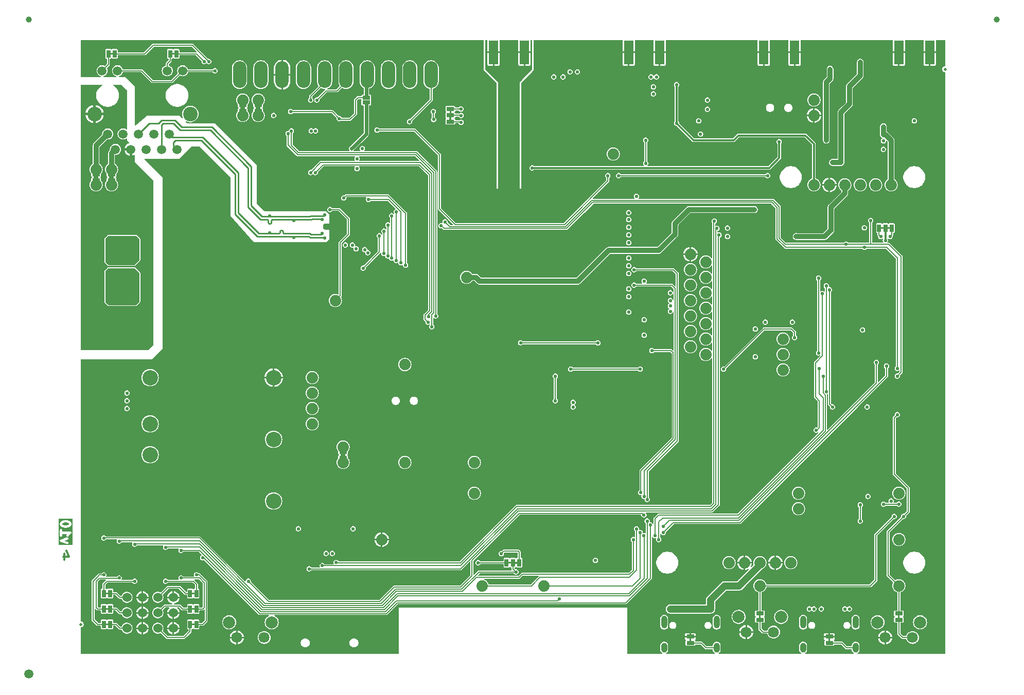
<source format=gbl>
%TF.GenerationSoftware,KiCad,Pcbnew,8.0.5*%
%TF.CreationDate,2024-11-08T12:55:20+00:00*%
%TF.ProjectId,SparkPNT_GPSDO_panelized,53706172-6b50-44e5-945f-475053444f5f,rev?*%
%TF.SameCoordinates,Original*%
%TF.FileFunction,Copper,L4,Bot*%
%TF.FilePolarity,Positive*%
%FSLAX46Y46*%
G04 Gerber Fmt 4.6, Leading zero omitted, Abs format (unit mm)*
G04 Created by KiCad (PCBNEW 8.0.5) date 2024-11-08 12:55:20*
%MOMM*%
%LPD*%
G01*
G04 APERTURE LIST*
%ADD10C,0.300000*%
%TA.AperFunction,NonConductor*%
%ADD11C,0.300000*%
%TD*%
%ADD12C,0.381000*%
%TA.AperFunction,EtchedComponent*%
%ADD13C,0.000000*%
%TD*%
%TA.AperFunction,ComponentPad*%
%ADD14C,1.800000*%
%TD*%
%TA.AperFunction,ComponentPad*%
%ADD15C,2.000000*%
%TD*%
%TA.AperFunction,ComponentPad*%
%ADD16C,1.879600*%
%TD*%
%TA.AperFunction,SMDPad,CuDef*%
%ADD17R,1.500000X4.000000*%
%TD*%
%TA.AperFunction,ComponentPad*%
%ADD18O,2.200000X4.400000*%
%TD*%
%TA.AperFunction,ComponentPad*%
%ADD19C,2.540000*%
%TD*%
%TA.AperFunction,ComponentPad*%
%ADD20C,1.524000*%
%TD*%
%TA.AperFunction,ComponentPad*%
%ADD21O,1.000000X1.600000*%
%TD*%
%TA.AperFunction,ComponentPad*%
%ADD22O,1.000000X2.100000*%
%TD*%
%TA.AperFunction,ComponentPad*%
%ADD23C,1.500000*%
%TD*%
%TA.AperFunction,ComponentPad*%
%ADD24C,2.400000*%
%TD*%
%TA.AperFunction,SMDPad,CuDef*%
%ADD25R,0.660400X1.270000*%
%TD*%
%TA.AperFunction,SMDPad,CuDef*%
%ADD26R,1.270000X0.635000*%
%TD*%
%TA.AperFunction,SMDPad,CuDef*%
%ADD27R,1.270000X0.660400*%
%TD*%
%TA.AperFunction,SMDPad,CuDef*%
%ADD28C,0.500000*%
%TD*%
%TA.AperFunction,SMDPad,CuDef*%
%ADD29C,1.500000*%
%TD*%
%TA.AperFunction,SMDPad,CuDef*%
%ADD30C,1.000000*%
%TD*%
%TA.AperFunction,ViaPad*%
%ADD31C,0.560000*%
%TD*%
%TA.AperFunction,Conductor*%
%ADD32C,0.177800*%
%TD*%
%TA.AperFunction,Conductor*%
%ADD33C,0.304800*%
%TD*%
%TA.AperFunction,Conductor*%
%ADD34C,0.812800*%
%TD*%
%TA.AperFunction,Conductor*%
%ADD35C,1.219200*%
%TD*%
%TA.AperFunction,Conductor*%
%ADD36C,0.228600*%
%TD*%
%TA.AperFunction,Conductor*%
%ADD37C,0.558800*%
%TD*%
G04 APERTURE END LIST*
D10*
D11*
X2403939Y16693172D02*
X2403939Y15693172D01*
X2761081Y17264600D02*
X3118224Y16193172D01*
X3118224Y16193172D02*
X2189653Y16193172D01*
D12*
G36*
X3022002Y21809405D02*
G01*
X3120792Y21760009D01*
X3149645Y21731157D01*
X3188280Y21653888D01*
X3188280Y21598686D01*
X3149645Y21521417D01*
X3120792Y21492565D01*
X3022002Y21443170D01*
X2774758Y21381358D01*
X2458803Y21381358D01*
X2211555Y21443171D01*
X2112767Y21492565D01*
X2083914Y21521418D01*
X2045280Y21598687D01*
X2045280Y21653887D01*
X2083914Y21731156D01*
X2112768Y21760010D01*
X2211557Y21809404D01*
X2458803Y21871215D01*
X2774758Y21871215D01*
X3022002Y21809405D01*
G37*
G36*
X3759780Y18126760D02*
G01*
X1473780Y18126760D01*
X1473780Y18896413D01*
X1666325Y18896413D01*
X1667709Y18868572D01*
X1666325Y18840731D01*
X1669541Y18831726D01*
X1670016Y18822176D01*
X1681948Y18796986D01*
X1691325Y18770731D01*
X1697743Y18763642D01*
X1701836Y18755001D01*
X1722501Y18736294D01*
X1741209Y18715628D01*
X1749849Y18711536D01*
X1756939Y18705117D01*
X1790708Y18689170D01*
X2806708Y18326313D01*
X2842939Y18317260D01*
X2917176Y18320951D01*
X2984351Y18352771D01*
X3034235Y18407874D01*
X3059235Y18477874D01*
X3055544Y18552111D01*
X3023724Y18619286D01*
X2968621Y18669170D01*
X2934852Y18685117D01*
X2421177Y18868572D01*
X2934852Y19052027D01*
X2968621Y19067974D01*
X3023724Y19117858D01*
X3055544Y19185033D01*
X3059235Y19259270D01*
X3034235Y19329270D01*
X2984351Y19384373D01*
X2917176Y19416193D01*
X2842939Y19419884D01*
X2806708Y19410831D01*
X1790708Y19047974D01*
X1756939Y19032027D01*
X1749849Y19025609D01*
X1741209Y19021516D01*
X1722501Y19000851D01*
X1701836Y18982143D01*
X1697743Y18973503D01*
X1691325Y18966413D01*
X1681948Y18940159D01*
X1670016Y18914968D01*
X1669541Y18905419D01*
X1666325Y18896413D01*
X1473780Y18896413D01*
X1473780Y20610286D01*
X1664280Y20610286D01*
X1664280Y19739429D01*
X1667940Y19702264D01*
X1696385Y19633593D01*
X1748944Y19581034D01*
X1817615Y19552589D01*
X1891945Y19552589D01*
X1960616Y19581034D01*
X2013175Y19633593D01*
X2041620Y19702264D01*
X2045280Y19739429D01*
X2045280Y19984358D01*
X2854720Y19984358D01*
X2845535Y19969766D01*
X2772963Y19824623D01*
X2759616Y19789744D01*
X2754348Y19715602D01*
X2777853Y19645087D01*
X2826554Y19588935D01*
X2893037Y19555693D01*
X2967179Y19550425D01*
X3037694Y19573930D01*
X3093846Y19622631D01*
X3113741Y19654235D01*
X3172486Y19771728D01*
X3282433Y19881675D01*
X3484451Y20016353D01*
X3484553Y20016438D01*
X3484616Y20016463D01*
X3484754Y20016602D01*
X3513344Y20040013D01*
X3523841Y20055689D01*
X3537175Y20069022D01*
X3544316Y20086264D01*
X3554703Y20101773D01*
X3558401Y20120267D01*
X3565620Y20137693D01*
X3565620Y20156359D01*
X3569280Y20174659D01*
X3565620Y20193161D01*
X3565620Y20212023D01*
X3558478Y20229265D01*
X3554856Y20247575D01*
X3544391Y20263272D01*
X3537175Y20280694D01*
X3523980Y20293889D01*
X3513625Y20309422D01*
X3497949Y20319920D01*
X3484616Y20333253D01*
X3467374Y20340395D01*
X3451865Y20350781D01*
X3433371Y20354480D01*
X3415945Y20361698D01*
X3379172Y20365320D01*
X3378979Y20365358D01*
X3378912Y20365345D01*
X3378780Y20365358D01*
X2045280Y20365358D01*
X2045280Y20610286D01*
X2041620Y20647451D01*
X2013175Y20716122D01*
X1960616Y20768681D01*
X1891945Y20797126D01*
X1817615Y20797126D01*
X1748944Y20768681D01*
X1696385Y20716122D01*
X1667940Y20647451D01*
X1664280Y20610286D01*
X1473780Y20610286D01*
X1473780Y21698858D01*
X1664280Y21698858D01*
X1664280Y21553715D01*
X1667940Y21516550D01*
X1670559Y21510226D01*
X1671045Y21503398D01*
X1684392Y21468520D01*
X1756964Y21323377D01*
X1767032Y21307382D01*
X1768957Y21302736D01*
X1773249Y21297506D01*
X1776858Y21291773D01*
X1780660Y21288476D01*
X1792648Y21273868D01*
X1865219Y21201297D01*
X1879831Y21189305D01*
X1883125Y21185507D01*
X1888849Y21181904D01*
X1894087Y21177605D01*
X1898737Y21175679D01*
X1914729Y21165612D01*
X2059873Y21093041D01*
X2062591Y21092001D01*
X2063695Y21091183D01*
X2079267Y21085620D01*
X2094751Y21079694D01*
X2096124Y21079597D01*
X2098863Y21078618D01*
X2389149Y21006046D01*
X2395590Y21005094D01*
X2398187Y21004018D01*
X2412185Y21002640D01*
X2426092Y21000583D01*
X2428869Y21000997D01*
X2435352Y21000358D01*
X2798209Y21000358D01*
X2804691Y21000997D01*
X2807469Y21000583D01*
X2821375Y21002640D01*
X2835374Y21004018D01*
X2837970Y21005094D01*
X2844412Y21006046D01*
X3134697Y21078618D01*
X3137435Y21079597D01*
X3138809Y21079694D01*
X3154299Y21085622D01*
X3169865Y21091183D01*
X3170967Y21092001D01*
X3173688Y21093041D01*
X3318831Y21165613D01*
X3334823Y21175680D01*
X3339472Y21177605D01*
X3344705Y21181900D01*
X3350436Y21185507D01*
X3353733Y21189309D01*
X3368340Y21201296D01*
X3440912Y21273868D01*
X3452903Y21288479D01*
X3456703Y21291774D01*
X3460307Y21297501D01*
X3464604Y21302735D01*
X3466529Y21307385D01*
X3476598Y21323378D01*
X3549169Y21468522D01*
X3562516Y21503400D01*
X3563001Y21510228D01*
X3565620Y21516550D01*
X3569280Y21553715D01*
X3569280Y21698858D01*
X3565620Y21736023D01*
X3563001Y21742346D01*
X3562516Y21749173D01*
X3549169Y21784051D01*
X3476598Y21929195D01*
X3466529Y21945189D01*
X3464604Y21949838D01*
X3460307Y21955073D01*
X3456703Y21960799D01*
X3452903Y21964095D01*
X3440912Y21978705D01*
X3368340Y22051277D01*
X3353732Y22063265D01*
X3350436Y22067066D01*
X3344704Y22070674D01*
X3339472Y22074968D01*
X3334824Y22076893D01*
X3318832Y22086960D01*
X3173689Y22159532D01*
X3170972Y22160572D01*
X3169865Y22161392D01*
X3154261Y22166967D01*
X3138811Y22172879D01*
X3137438Y22172977D01*
X3134697Y22173956D01*
X2844412Y22246527D01*
X2837970Y22247480D01*
X2835374Y22248555D01*
X2821375Y22249934D01*
X2807469Y22251990D01*
X2804691Y22251577D01*
X2798209Y22252215D01*
X2435352Y22252215D01*
X2428869Y22251577D01*
X2426092Y22251990D01*
X2412185Y22249934D01*
X2398187Y22248555D01*
X2395590Y22247480D01*
X2389149Y22246527D01*
X2098863Y22173956D01*
X2096121Y22172977D01*
X2094749Y22172879D01*
X2079290Y22166964D01*
X2063696Y22161392D01*
X2062589Y22160573D01*
X2059871Y22159532D01*
X1914728Y22086960D01*
X1898737Y22076895D01*
X1894087Y22074968D01*
X1888852Y22070672D01*
X1883124Y22067066D01*
X1879828Y22063266D01*
X1865219Y22051276D01*
X1792648Y21978705D01*
X1780660Y21964098D01*
X1776858Y21960800D01*
X1773249Y21955068D01*
X1768957Y21949837D01*
X1767032Y21945192D01*
X1756964Y21929196D01*
X1684392Y21784053D01*
X1671045Y21749175D01*
X1670559Y21742348D01*
X1667940Y21736023D01*
X1664280Y21698858D01*
X1473780Y21698858D01*
X1473780Y22442715D01*
X3759780Y22442715D01*
X3759780Y18126760D01*
G37*
D13*
%TA.AperFunction,EtchedComponent*%
%TO.C,JP13*%
G36*
X10410000Y98910000D02*
G01*
X9910000Y98910000D01*
X9910000Y99210000D01*
X10410000Y99210000D01*
X10410000Y98910000D01*
G37*
%TD.AperFunction*%
%TA.AperFunction,EtchedComponent*%
%TO.C,JP6*%
G36*
X47860000Y33270000D02*
G01*
X48660000Y33270000D01*
X48660000Y32770000D01*
X47860000Y32770000D01*
X47860000Y33270000D01*
G37*
%TD.AperFunction*%
%TA.AperFunction,EtchedComponent*%
%TO.C,JP17*%
G36*
X9660700Y7470000D02*
G01*
X9160700Y7470000D01*
X9160700Y7770000D01*
X9660700Y7770000D01*
X9660700Y7470000D01*
G37*
%TD.AperFunction*%
%TA.AperFunction,EtchedComponent*%
%TO.C,JP1*%
G36*
X75929300Y15090000D02*
G01*
X75429300Y15090000D01*
X75429300Y15390000D01*
X75929300Y15390000D01*
X75929300Y15090000D01*
G37*
%TD.AperFunction*%
%TA.AperFunction,EtchedComponent*%
G36*
X76962000Y15067000D02*
G01*
X76462000Y15067000D01*
X76462000Y15367000D01*
X76962000Y15367000D01*
X76962000Y15067000D01*
G37*
%TD.AperFunction*%
%TA.AperFunction,EtchedComponent*%
%TO.C,JP22*%
G36*
X66063000Y88154700D02*
G01*
X65763000Y88154700D01*
X65763000Y88654700D01*
X66063000Y88654700D01*
X66063000Y88154700D01*
G37*
%TD.AperFunction*%
%TA.AperFunction,EtchedComponent*%
G36*
X66086000Y89187400D02*
G01*
X65786000Y89187400D01*
X65786000Y89687400D01*
X66086000Y89687400D01*
X66086000Y89187400D01*
G37*
%TD.AperFunction*%
%TA.AperFunction,EtchedComponent*%
%TO.C,JP16*%
G36*
X9660700Y10010000D02*
G01*
X9160700Y10010000D01*
X9160700Y10310000D01*
X9660700Y10310000D01*
X9660700Y10010000D01*
G37*
%TD.AperFunction*%
%TA.AperFunction,EtchedComponent*%
%TO.C,JP4*%
G36*
X9760000Y78990000D02*
G01*
X10560000Y78990000D01*
X10560000Y78490000D01*
X9760000Y78490000D01*
X9760000Y78990000D01*
G37*
%TD.AperFunction*%
%TA.AperFunction,EtchedComponent*%
%TO.C,JP19*%
G36*
X23859300Y10010000D02*
G01*
X23359300Y10010000D01*
X23359300Y10310000D01*
X23859300Y10310000D01*
X23859300Y10010000D01*
G37*
%TD.AperFunction*%
%TA.AperFunction,EtchedComponent*%
%TO.C,JP20*%
G36*
X23859300Y7470000D02*
G01*
X23359300Y7470000D01*
X23359300Y7770000D01*
X23859300Y7770000D01*
X23859300Y7470000D01*
G37*
%TD.AperFunction*%
%TA.AperFunction,EtchedComponent*%
%TO.C,JP10*%
G36*
X116990000Y6100000D02*
G01*
X116690000Y6100000D01*
X116690000Y6600000D01*
X116990000Y6600000D01*
X116990000Y6100000D01*
G37*
%TD.AperFunction*%
%TA.AperFunction,EtchedComponent*%
%TO.C,JP14*%
G36*
X137221500Y70224000D02*
G01*
X136721500Y70224000D01*
X136721500Y70524000D01*
X137221500Y70524000D01*
X137221500Y70224000D01*
G37*
%TD.AperFunction*%
%TA.AperFunction,EtchedComponent*%
G36*
X138254200Y70201000D02*
G01*
X137754200Y70201000D01*
X137754200Y70501000D01*
X138254200Y70501000D01*
X138254200Y70201000D01*
G37*
%TD.AperFunction*%
%TA.AperFunction,EtchedComponent*%
%TO.C,JP5*%
G36*
X7220000Y78990000D02*
G01*
X8020000Y78990000D01*
X8020000Y78490000D01*
X7220000Y78490000D01*
X7220000Y78990000D01*
G37*
%TD.AperFunction*%
%TA.AperFunction,EtchedComponent*%
%TO.C,JP18*%
G36*
X9660700Y4930000D02*
G01*
X9160700Y4930000D01*
X9160700Y5230000D01*
X9660700Y5230000D01*
X9660700Y4930000D01*
G37*
%TD.AperFunction*%
%TA.AperFunction,EtchedComponent*%
%TO.C,JP21*%
G36*
X23859300Y4930000D02*
G01*
X23359300Y4930000D01*
X23359300Y5230000D01*
X23859300Y5230000D01*
X23859300Y4930000D01*
G37*
%TD.AperFunction*%
%TA.AperFunction,EtchedComponent*%
%TO.C,JP9*%
G36*
X128420000Y2290000D02*
G01*
X128120000Y2290000D01*
X128120000Y2790000D01*
X128420000Y2790000D01*
X128420000Y2290000D01*
G37*
%TD.AperFunction*%
%TA.AperFunction,EtchedComponent*%
%TO.C,JP12*%
G36*
X20570000Y98910000D02*
G01*
X20070000Y98910000D01*
X20070000Y99210000D01*
X20570000Y99210000D01*
X20570000Y98910000D01*
G37*
%TD.AperFunction*%
%TA.AperFunction,EtchedComponent*%
%TO.C,JP11*%
G36*
X139850000Y6100000D02*
G01*
X139550000Y6100000D01*
X139550000Y6600000D01*
X139850000Y6600000D01*
X139850000Y6100000D01*
G37*
%TD.AperFunction*%
%TA.AperFunction,EtchedComponent*%
%TO.C,JP3*%
G36*
X33890000Y90420000D02*
G01*
X34690000Y90420000D01*
X34690000Y89920000D01*
X33890000Y89920000D01*
X33890000Y90420000D01*
G37*
%TD.AperFunction*%
%TA.AperFunction,EtchedComponent*%
%TO.C,JP2*%
G36*
X31350000Y90420000D02*
G01*
X32150000Y90420000D01*
X32150000Y89920000D01*
X31350000Y89920000D01*
X31350000Y90420000D01*
G37*
%TD.AperFunction*%
%TA.AperFunction,EtchedComponent*%
%TO.C,JP8*%
G36*
X105560000Y2290000D02*
G01*
X105260000Y2290000D01*
X105260000Y2790000D01*
X105560000Y2790000D01*
X105560000Y2290000D01*
G37*
%TD.AperFunction*%
%TD*%
D14*
%TO.P,SW2,1,1*%
%TO.N,GND*%
X137450000Y2921000D03*
%TO.P,SW2,2,2*%
%TO.N,Net-(JP11-A)*%
X141950000Y2921000D03*
D15*
%TO.P,SW2,M1,M1*%
%TO.N,unconnected-(SW2-PadM1)*%
X136200000Y5421000D03*
%TO.P,SW2,M2,M2*%
%TO.N,unconnected-(SW2-PadM2)*%
X143200000Y5421000D03*
%TD*%
D16*
%TO.P,TP11,1,1*%
%TO.N,ESP4{slash}MTX4*%
X105410000Y55880000D03*
%TD*%
%TO.P,TP32,1,1*%
%TO.N,GND*%
X128270000Y77470000D03*
%TD*%
%TO.P,TP41,1,1*%
%TO.N,2.8V*%
X68580000Y62230000D03*
%TD*%
%TO.P,TP22,1,1*%
%TO.N,1.8V*%
X92710000Y82550000D03*
%TD*%
%TO.P,TP21,1,1*%
%TO.N,Net-(U2-GPIO_2)*%
X105410000Y63500000D03*
%TD*%
%TO.P,TP18,1,1*%
%TO.N,Net-(U2-COM3_RTS)*%
X107950000Y59690000D03*
%TD*%
%TO.P,TP2,1,1*%
%TO.N,VIN_DC*%
X43180000Y38100000D03*
%TD*%
%TO.P,TP20,1,1*%
%TO.N,Net-(U2-GPIO_1)*%
X107950000Y64770000D03*
%TD*%
%TO.P,TP25,1,1*%
%TO.N,ESP22{slash}SCL*%
X71120000Y11430000D03*
%TD*%
%TO.P,TP9,1,1*%
%TO.N,VUSB2*%
X43180000Y40640000D03*
%TD*%
%TO.P,TP6,1,1*%
%TO.N,GND*%
X54610000Y19050000D03*
%TD*%
D17*
%TO.P,J1,2,Ext*%
%TO.N,GND*%
X73025000Y99314000D03*
X78105000Y99314000D03*
%TD*%
D16*
%TO.P,TP45,1,1*%
%TO.N,Net-(U6-VOUT+)*%
X111760000Y15240000D03*
%TD*%
%TO.P,TP30,1,1*%
%TO.N,GND*%
X105410000Y66040000D03*
%TD*%
D17*
%TO.P,J3,2,Ext*%
%TO.N,GND*%
X139700000Y99314000D03*
X144780000Y99314000D03*
%TD*%
D16*
%TO.P,TP3,1,1*%
%TO.N,VIN_POE*%
X43180000Y45720000D03*
%TD*%
%TO.P,TP5,1,1*%
%TO.N,3.3V*%
X69850000Y26670000D03*
%TD*%
%TO.P,TP14,1,1*%
%TO.N,ESP27{slash}MRTS1*%
X107950000Y52070000D03*
%TD*%
D18*
%TO.P,J9,1,Pin_1*%
%TO.N,SDA2_IO*%
X62740000Y95625000D03*
%TO.P,J9,2,Pin_2*%
%TO.N,SCL2_IO*%
X59240000Y95625000D03*
%TO.P,J9,3,Pin_3*%
%TO.N,MEventB_I*%
X55740000Y95625000D03*
%TO.P,J9,4,Pin_4*%
%TO.N,MCTS2_I*%
X52240000Y95625000D03*
%TO.P,J9,5,Pin_3*%
%TO.N,MRTS2_O*%
X48740000Y95625000D03*
%TO.P,J9,6,Pin_4*%
%TO.N,MTX2_O*%
X45240000Y95625000D03*
%TO.P,J9,7,Pin_2*%
%TO.N,MRX2_I*%
X41740000Y95625000D03*
%TO.P,J9,8,Pin_1*%
%TO.N,GND*%
X38240000Y95625000D03*
%TO.P,J9,9,Pin_1*%
%TO.N,DC_IN-*%
X34740000Y95625000D03*
%TO.P,J9,10,Pin_1*%
%TO.N,DC_IN+*%
X31240000Y95625000D03*
%TD*%
D16*
%TO.P,TP26,1,1*%
%TO.N,ESP21{slash}SDA*%
X81280000Y11430000D03*
%TD*%
D19*
%TO.P,U6,1,VIN+*%
%TO.N,Net-(U6-VIN+)*%
X16510000Y33020000D03*
%TO.P,U6,2,VIN-*%
%TO.N,Net-(JP3-B)*%
X16510000Y38100000D03*
%TO.P,U6,3,CTRL*%
%TO.N,unconnected-(U6-CTRL-Pad3)*%
X16510000Y45720000D03*
%TO.P,U6,4,VOUT-*%
%TO.N,GND*%
X36830000Y45720000D03*
%TO.P,U6,5,TRIM*%
%TO.N,unconnected-(U6-TRIM-Pad5)*%
X36830000Y35560000D03*
%TO.P,U6,6,VOUT+*%
%TO.N,Net-(U6-VOUT+)*%
X36830000Y25400000D03*
%TD*%
D16*
%TO.P,TP13,1,1*%
%TO.N,ESP13{slash}MTX1*%
X107950000Y54610000D03*
%TD*%
%TO.P,TP1,1,1*%
%TO.N,ESP_~{RST}*%
X120650000Y49530000D03*
%TD*%
%TO.P,TP37,1,1*%
%TO.N,ESP_~{RST}*%
X116840000Y11430000D03*
%TD*%
%TO.P,TP29,1,1*%
%TO.N,3.3V_P*%
X107950000Y49530000D03*
%TD*%
D20*
%TO.P,D12,ANODE_1,ANODE_1*%
%TO.N,Net-(JP19-B)*%
X17780000Y9525000D03*
%TO.P,D12,ANODE_2,ANODE_2*%
%TO.N,Net-(JP20-B)*%
X17780000Y6985000D03*
%TO.P,D12,ANODE_3,ANODE_3*%
%TO.N,Net-(JP21-B)*%
X17780000Y4445000D03*
%TO.P,D12,CATHODE_1,CATHODE_1*%
%TO.N,GND*%
X20320000Y9525000D03*
%TO.P,D12,CATHODE_2,CATHODE_2*%
X20320000Y6985000D03*
%TO.P,D12,CATHODE_3,CATHODE_3*%
X20320000Y4445000D03*
%TD*%
D16*
%TO.P,TP43,1,1*%
%TO.N,Net-(U1-IA39)*%
X120650000Y52070000D03*
%TD*%
D17*
%TO.P,J12,2,Ext*%
%TO.N,GND*%
X95250000Y99314000D03*
X100330000Y99314000D03*
%TD*%
D16*
%TO.P,TP7,1,1*%
%TO.N,3.3V_P*%
X69850000Y31750000D03*
%TD*%
%TO.P,TP24,1,1*%
%TO.N,ESP35{slash}DeviceSense*%
X120650000Y46990000D03*
%TD*%
%TO.P,TP50,1,1*%
%TO.N,GND*%
X114300000Y15240000D03*
%TD*%
%TO.P,TP33,1,1*%
%TO.N,10MHz*%
X125730000Y77470000D03*
%TD*%
%TO.P,TP27,1,1*%
%TO.N,ESP19{slash}SCL2*%
X135890000Y77470000D03*
%TD*%
D21*
%TO.P,J4,NC1,NC*%
%TO.N,unconnected-(J4-NC-PadNC1)*%
X123952000Y1255000D03*
D22*
%TO.P,J4,NC2,NC*%
%TO.N,unconnected-(J4-NC-PadNC2)*%
X123952000Y5435000D03*
%TO.P,J4,NC3,NC*%
%TO.N,unconnected-(J4-NC-PadNC3)*%
X132588000Y5435000D03*
D21*
%TO.P,J4,S,SHIELD*%
%TO.N,Net-(J4-SHIELD)*%
X132588000Y1255000D03*
%TD*%
D16*
%TO.P,TP48,1,1*%
%TO.N,VCCIO*%
X138430000Y77470000D03*
%TD*%
D21*
%TO.P,J2,NC1,NC*%
%TO.N,unconnected-(J2-NC-PadNC1)*%
X101092000Y1255000D03*
D22*
%TO.P,J2,NC2,NC*%
%TO.N,unconnected-(J2-NC-PadNC2)*%
X101092000Y5435000D03*
%TO.P,J2,NC3,NC*%
%TO.N,unconnected-(J2-NC-PadNC3)*%
X109728000Y5435000D03*
D21*
%TO.P,J2,S,SHIELD*%
%TO.N,Net-(J2-SHIELD)*%
X109728000Y1255000D03*
%TD*%
D16*
%TO.P,TP49,1,1*%
%TO.N,GND*%
X119380000Y15240000D03*
%TD*%
%TO.P,TP42,1,1*%
%TO.N,10MHz_IN*%
X125730000Y91440000D03*
%TD*%
%TO.P,TP15,1,1*%
%TO.N,ESP26{slash}MCTS1*%
X107950000Y57150000D03*
%TD*%
D17*
%TO.P,J8,2,Ext*%
%TO.N,GND*%
X117475000Y99314000D03*
X122555000Y99314000D03*
%TD*%
D16*
%TO.P,TP35,1,1*%
%TO.N,ESP1{slash}CH340-RX*%
X123190000Y24130000D03*
%TD*%
D20*
%TO.P,D11,ANODE_1,ANODE_1*%
%TO.N,Net-(JP16-B)*%
X12700000Y9525000D03*
%TO.P,D11,ANODE_2,ANODE_2*%
%TO.N,Net-(JP17-B)*%
X12700000Y6985000D03*
%TO.P,D11,ANODE_3,ANODE_3*%
%TO.N,Net-(JP18-B)*%
X12700000Y4445000D03*
%TO.P,D11,CATHODE_1,CATHODE_1*%
%TO.N,GND*%
X15240000Y9525000D03*
%TO.P,D11,CATHODE_2,CATHODE_2*%
X15240000Y6985000D03*
%TO.P,D11,CATHODE_3,CATHODE_3*%
X15240000Y4445000D03*
%TD*%
D16*
%TO.P,TP47,1,1*%
%TO.N,VUSB2*%
X121920000Y15240000D03*
%TD*%
%TO.P,TP34,1,1*%
%TO.N,ESP3{slash}CH340-TX*%
X123190000Y26670000D03*
%TD*%
%TO.P,TP31,1,1*%
%TO.N,3.3V_P*%
X130810000Y77470000D03*
%TD*%
D14*
%TO.P,SW1,1,1*%
%TO.N,GND*%
X114590000Y3810000D03*
%TO.P,SW1,2,2*%
%TO.N,Net-(JP10-A)*%
X119090000Y3810000D03*
D15*
%TO.P,SW1,M1,M1*%
%TO.N,unconnected-(SW1-PadM1)*%
X113340000Y6310000D03*
%TO.P,SW1,M2,M2*%
%TO.N,unconnected-(SW1-PadM2)*%
X120340000Y6310000D03*
%TD*%
D16*
%TO.P,TP44,1,1*%
%TO.N,GND*%
X125730000Y88900000D03*
%TD*%
%TO.P,TP40,1,1*%
%TO.N,VCCIO*%
X58420000Y47879000D03*
%TD*%
D23*
%TO.P,J5,1,TD+*%
%TO.N,TD+*%
X20955000Y83312000D03*
%TO.P,J5,2,TD-*%
%TO.N,TD-*%
X19685000Y85852000D03*
%TO.P,J5,3,RD+*%
%TO.N,RD+*%
X18415000Y83312000D03*
%TO.P,J5,4,TCT*%
%TO.N,VDDA*%
X17145000Y85852000D03*
%TO.P,J5,5,RCT*%
X15875000Y83312000D03*
%TO.P,J5,6,RD-*%
%TO.N,RD-*%
X14605000Y85852000D03*
%TO.P,J5,7,GND*%
%TO.N,GND-ISO*%
X13335000Y83312000D03*
%TO.P,J5,8*%
%TO.N,N/C*%
X12065000Y85852000D03*
%TO.P,J5,9,PW+*%
%TO.N,POE+*%
X10795000Y83312000D03*
%TO.P,J5,10,PW-*%
%TO.N,POE-*%
X9525000Y85852000D03*
%TO.P,J5,11,YLW+*%
%TO.N,3.3V_P*%
X21870000Y96262000D03*
%TO.P,J5,12,YLW-*%
%TO.N,Net-(J5-YLW-)*%
X19330000Y96262000D03*
%TO.P,J5,13,GRN+*%
%TO.N,3.3V_P*%
X11150000Y96262000D03*
%TO.P,J5,14,GRN-*%
%TO.N,Net-(J5-GRN-)*%
X8610000Y96262000D03*
D24*
%TO.P,J5,S1,SHLD*%
%TO.N,GND-ISO*%
X23115000Y89152000D03*
%TO.P,J5,S2,SHLD*%
X7365000Y89152000D03*
%TD*%
D16*
%TO.P,TP10,1,1*%
%TO.N,ESP25{slash}MRX4*%
X105410000Y53340000D03*
%TD*%
%TO.P,TP28,1,1*%
%TO.N,ESP18{slash}SDA2*%
X133350000Y77470000D03*
%TD*%
%TO.P,TP16,1,1*%
%TO.N,ESP23{slash}MRX3*%
X105410000Y58420000D03*
%TD*%
%TO.P,TP4,1,1*%
%TO.N,5V*%
X58420000Y31750000D03*
%TD*%
%TO.P,TP19,1,1*%
%TO.N,Net-(U2-COM3_CTS)*%
X107950000Y62230000D03*
%TD*%
%TO.P,TP38,1,1*%
%TO.N,CH340-~{DTR}*%
X139700000Y26670000D03*
%TD*%
%TO.P,TP17,1,1*%
%TO.N,ESP34{slash}MTX3*%
X105410000Y60960000D03*
%TD*%
%TO.P,TP36,1,1*%
%TO.N,ESP0{slash}BOOT*%
X139700000Y11430000D03*
%TD*%
D14*
%TO.P,SW3,1,1*%
%TO.N,GND*%
X30770000Y2921000D03*
%TO.P,SW3,2,2*%
%TO.N,Net-(R37-Pad2)*%
X35270000Y2921000D03*
D15*
%TO.P,SW3,M1,M1*%
%TO.N,unconnected-(SW3-PadM1)*%
X29520000Y5421000D03*
%TO.P,SW3,M2,M2*%
%TO.N,unconnected-(SW3-PadM2)*%
X36520000Y5421000D03*
%TD*%
D16*
%TO.P,TP12,1,1*%
%TO.N,ESP14{slash}MRX1*%
X105410000Y50800000D03*
%TD*%
%TO.P,TP39,1,1*%
%TO.N,CH340-~{RTS}*%
X139700000Y19050000D03*
%TD*%
%TO.P,TP8,1,1*%
%TO.N,VUSB*%
X43180000Y43180000D03*
%TD*%
%TO.P,TP23,1,1*%
%TO.N,VDDA*%
X46990000Y58420000D03*
%TD*%
%TO.P,TP46,1,1*%
%TO.N,VUSB*%
X116840000Y15240000D03*
%TD*%
D25*
%TO.P,JP13,1,A*%
%TO.N,Net-(J5-GRN-)*%
X9639300Y99060000D03*
%TO.P,JP13,2,B*%
%TO.N,Net-(JP13-B)*%
X10680700Y99060000D03*
%TD*%
D16*
%TO.P,JP6,1,A*%
%TO.N,Net-(JP6-A)*%
X48260000Y34290000D03*
D26*
X48260000Y33528000D03*
%TO.P,JP6,2,B*%
%TO.N,Net-(JP6-B)*%
X48260000Y32512000D03*
D16*
X48260000Y31750000D03*
%TD*%
D25*
%TO.P,JP17,1,A*%
%TO.N,Net-(JP17-A)*%
X8890000Y7620000D03*
%TO.P,JP17,2,B*%
%TO.N,Net-(JP17-B)*%
X9931400Y7620000D03*
%TD*%
%TO.P,JP1,1,A*%
%TO.N,Net-(JP1-A)*%
X75158600Y15240000D03*
%TO.P,JP1,2,C*%
%TO.N,3.3V*%
X76200000Y15240000D03*
%TO.P,JP1,3,B*%
%TO.N,Net-(JP1-B)*%
X77241400Y15240000D03*
%TD*%
D27*
%TO.P,JP22,1,A*%
%TO.N,Net-(JP22-A)*%
X65913000Y87884000D03*
%TO.P,JP22,2,C*%
%TO.N,VCCIO*%
X65913000Y88925400D03*
%TO.P,JP22,3,B*%
%TO.N,Net-(JP22-B)*%
X65913000Y89966800D03*
%TD*%
D25*
%TO.P,JP16,1,A*%
%TO.N,Net-(JP16-A)*%
X8890000Y10160000D03*
%TO.P,JP16,2,B*%
%TO.N,Net-(JP16-B)*%
X9931400Y10160000D03*
%TD*%
D16*
%TO.P,JP4,1,A*%
%TO.N,POE+*%
X10160000Y80010000D03*
D26*
X10160000Y79248000D03*
%TO.P,JP4,2,B*%
%TO.N,VIN+*%
X10160000Y78232000D03*
D16*
X10160000Y77470000D03*
%TD*%
D25*
%TO.P,JP19,1,A*%
%TO.N,Net-(JP19-A)*%
X24130000Y10160000D03*
%TO.P,JP19,2,B*%
%TO.N,Net-(JP19-B)*%
X23088600Y10160000D03*
%TD*%
%TO.P,JP20,1,A*%
%TO.N,Net-(JP20-A)*%
X24130000Y7620000D03*
%TO.P,JP20,2,B*%
%TO.N,Net-(JP20-B)*%
X23088600Y7620000D03*
%TD*%
D27*
%TO.P,JP10,1,A*%
%TO.N,Net-(JP10-A)*%
X116840000Y5829300D03*
%TO.P,JP10,2,B*%
%TO.N,ESP_~{RST}*%
X116840000Y6870700D03*
%TD*%
D25*
%TO.P,JP14,1,A*%
%TO.N,Net-(JP14-A)*%
X138524900Y70351000D03*
%TO.P,JP14,2,C*%
%TO.N,3.3V_P*%
X137483500Y70351000D03*
%TO.P,JP14,3,B*%
%TO.N,Net-(JP14-B)*%
X136442100Y70351000D03*
%TD*%
D16*
%TO.P,JP5,1,A*%
%TO.N,POE-*%
X7620000Y80010000D03*
D26*
X7620000Y79248000D03*
%TO.P,JP5,2,B*%
%TO.N,VIN-*%
X7620000Y78232000D03*
D16*
X7620000Y77470000D03*
%TD*%
D28*
%TO.P,FID2,*%
%TO.N,*%
X5080000Y5080000D03*
%TD*%
%TO.P,FID1,*%
%TO.N,*%
X147320000Y96520000D03*
%TD*%
D25*
%TO.P,JP18,1,A*%
%TO.N,Net-(JP18-A)*%
X8890000Y5080000D03*
%TO.P,JP18,2,B*%
%TO.N,Net-(JP18-B)*%
X9931400Y5080000D03*
%TD*%
%TO.P,JP21,1,A*%
%TO.N,Net-(JP21-A)*%
X24130000Y5080000D03*
%TO.P,JP21,2,B*%
%TO.N,Net-(JP21-B)*%
X23088600Y5080000D03*
%TD*%
D27*
%TO.P,JP9,1,A*%
%TO.N,GND*%
X128270000Y3060700D03*
%TO.P,JP9,2,B*%
%TO.N,Net-(J4-SHIELD)*%
X128270000Y2019300D03*
%TD*%
D29*
%TO.P,,*%
%TO.N,*%
X-3425000Y-3080000D03*
%TD*%
D30*
%TO.P,,*%
%TO.N,*%
X-3425000Y104680000D03*
%TD*%
D25*
%TO.P,JP12,1,A*%
%TO.N,Net-(J5-YLW-)*%
X19799300Y99060000D03*
%TO.P,JP12,2,B*%
%TO.N,Net-(JP12-B)*%
X20840700Y99060000D03*
%TD*%
D26*
%TO.P,JP15,1,A*%
%TO.N,MCTS2_I*%
X52070000Y91846400D03*
%TO.P,JP15,2,B*%
%TO.N,VCCIO*%
X52070000Y91033600D03*
%TD*%
D27*
%TO.P,JP11,1,A*%
%TO.N,Net-(JP11-A)*%
X139700000Y5829300D03*
%TO.P,JP11,2,B*%
%TO.N,ESP0{slash}BOOT*%
X139700000Y6870700D03*
%TD*%
D16*
%TO.P,JP3,1,A*%
%TO.N,DC_IN-*%
X34290000Y91440000D03*
D26*
X34290000Y90678000D03*
%TO.P,JP3,2,B*%
%TO.N,Net-(JP3-B)*%
X34290000Y89662000D03*
D16*
X34290000Y88900000D03*
%TD*%
%TO.P,JP2,1,A*%
%TO.N,DC_IN+*%
X31750000Y91440000D03*
D26*
X31750000Y90678000D03*
%TO.P,JP2,2,B*%
%TO.N,Net-(JP2-B)*%
X31750000Y89662000D03*
D16*
X31750000Y88900000D03*
%TD*%
D30*
%TO.P,,*%
%TO.N,*%
X155825000Y104680000D03*
%TD*%
D27*
%TO.P,JP8,1,A*%
%TO.N,GND*%
X105410000Y3060700D03*
%TO.P,JP8,2,B*%
%TO.N,Net-(J2-SHIELD)*%
X105410000Y2019300D03*
%TD*%
D31*
%TO.N,GND*%
X124079000Y74930000D03*
X27940000Y67310000D03*
X73660000Y50165000D03*
X73025000Y96520000D03*
X60960000Y12573000D03*
X107950000Y78105000D03*
X133731000Y84328000D03*
X44831000Y73406000D03*
X117221000Y45339000D03*
X124079000Y27940000D03*
X61468000Y72517000D03*
X76200000Y69088000D03*
X125730000Y71621000D03*
X29210000Y67310000D03*
X27940000Y62230000D03*
X61595000Y33655000D03*
X46990000Y63754000D03*
X114300000Y79629000D03*
X100330000Y96647000D03*
X57277000Y83820000D03*
X92710000Y41910000D03*
X45212000Y50800000D03*
X44196000Y51816000D03*
X65786000Y68961000D03*
X96520000Y84836000D03*
X87376000Y69088000D03*
X118999000Y94361000D03*
X65405000Y24447500D03*
X67310000Y28575000D03*
X29210000Y60960000D03*
X134493000Y48387000D03*
X78740000Y71882000D03*
X117221000Y79629000D03*
X45212000Y78994000D03*
X94615000Y79629000D03*
X78740000Y63500000D03*
X131768500Y74288000D03*
X94107000Y22606000D03*
X128905000Y89408000D03*
X46482000Y30480000D03*
X27940000Y63500000D03*
X144780000Y96520000D03*
X41021000Y77470000D03*
X44831000Y66802000D03*
X144780000Y35179000D03*
X129159000Y48387000D03*
X137541000Y89826000D03*
X119126000Y57658000D03*
X114300000Y86360000D03*
X64135000Y63500000D03*
X138049000Y99314000D03*
X90170000Y78105000D03*
X41021000Y75946000D03*
X95250000Y96647000D03*
X33020000Y62230000D03*
X25400000Y38100000D03*
X96520000Y50165000D03*
X74676000Y83820000D03*
X73660000Y69215000D03*
X138049000Y97917000D03*
X74676000Y92583000D03*
X76200000Y25400000D03*
X145415000Y82931000D03*
X130429000Y50927000D03*
X112014000Y81280000D03*
X114300000Y78105000D03*
X105283000Y98933000D03*
X99060000Y65405000D03*
X64135000Y29527500D03*
X61468000Y77724000D03*
X114300000Y81153000D03*
X43688000Y14859000D03*
X72390000Y76835000D03*
X67437000Y72517000D03*
X42418000Y59817000D03*
X16510000Y97790000D03*
X133096000Y92202000D03*
X81661000Y16002000D03*
X124206000Y84455000D03*
X17780000Y90170000D03*
X26670000Y58420000D03*
X104140000Y34290000D03*
X52070000Y5080000D03*
X85979000Y73279000D03*
X88900000Y39370000D03*
X83820000Y76835000D03*
X122936000Y6350000D03*
X132080000Y3810000D03*
X134620000Y30099000D03*
X64135000Y24447500D03*
X133350000Y72771000D03*
X99060000Y53975000D03*
X78740000Y69088000D03*
X133096000Y30099000D03*
X93980000Y78105000D03*
X46990000Y92075000D03*
X116078000Y93980000D03*
X119380000Y35179000D03*
X93472000Y57404000D03*
X124206000Y98044000D03*
X121031000Y84455000D03*
X32004000Y62230000D03*
X52959000Y23241000D03*
X94615000Y81153000D03*
X84328000Y69088000D03*
X146304000Y100584000D03*
X72390000Y52705000D03*
X103759000Y93091000D03*
X129159000Y49784000D03*
X45466000Y70612000D03*
X48514000Y87376000D03*
X27940000Y68580000D03*
X73660000Y62865000D03*
X86360000Y79629000D03*
X29210000Y71120000D03*
X132530500Y74288000D03*
X126746000Y86360000D03*
X86360000Y81280000D03*
X106045000Y13970000D03*
X78740000Y12065000D03*
X93980000Y50165000D03*
X76454000Y83820000D03*
X29210000Y63500000D03*
X101600000Y79629000D03*
X83820000Y81280000D03*
X45212000Y51816000D03*
X143510000Y22479000D03*
X91948000Y58928000D03*
X72390000Y50165000D03*
X93472000Y97536000D03*
X45212000Y53848000D03*
X85090000Y75565000D03*
X98298000Y79629000D03*
X90424000Y60452000D03*
X36830000Y92583000D03*
X88900000Y79629000D03*
X134493000Y49784000D03*
X104775000Y30480000D03*
X95250000Y39370000D03*
X88900000Y81280000D03*
X109220000Y3810000D03*
X134112000Y72764000D03*
X46228000Y56896000D03*
X124714000Y86360000D03*
X126746000Y27305000D03*
X86505000Y87345000D03*
X54991000Y74041000D03*
X76454000Y92583000D03*
X133223000Y50927000D03*
X64135000Y33972500D03*
X76200000Y75565000D03*
X44704000Y87376000D03*
X94107000Y19050000D03*
X127196500Y71621000D03*
X64770000Y29527500D03*
X26670000Y62230000D03*
X104267000Y91440000D03*
X102108000Y97536000D03*
X41910000Y5080000D03*
X122809000Y38354000D03*
X124206000Y99314000D03*
X46228000Y52832000D03*
X66929000Y56769000D03*
X46228000Y51816000D03*
X104394000Y84963000D03*
X61468000Y63500000D03*
X104775000Y18923000D03*
X43942000Y59817000D03*
X145923000Y96520000D03*
X95250000Y50165000D03*
X53467000Y89535000D03*
X27940000Y59690000D03*
X78105000Y96520000D03*
X122809000Y56134000D03*
X115189000Y91567000D03*
X107315000Y25400000D03*
X90424000Y72136000D03*
X73660000Y75565000D03*
X49530000Y91567000D03*
X114300000Y84455000D03*
X143510000Y25400000D03*
X49784000Y26924000D03*
X80010000Y75565000D03*
X72390000Y62865000D03*
X104775000Y78105000D03*
X64770000Y28892500D03*
X132842000Y7620000D03*
X124460000Y13462000D03*
X25400000Y25400000D03*
X99060000Y69215000D03*
X109855000Y7620000D03*
X34036000Y62230000D03*
X46228000Y50800000D03*
X45212000Y56896000D03*
X26670000Y67310000D03*
X76454000Y78613000D03*
X43180000Y51816000D03*
X67437000Y77724000D03*
X29210000Y59690000D03*
X74930000Y75565000D03*
X63500000Y28892500D03*
X91440000Y75565000D03*
X78740000Y76835000D03*
X120650000Y57658000D03*
X143510000Y12700000D03*
X29210000Y90170000D03*
X29210000Y69850000D03*
X95250000Y45720000D03*
X134112000Y73526000D03*
X72390000Y60325000D03*
X104775000Y81153000D03*
X86487000Y14986000D03*
X133223000Y45720000D03*
X68580000Y56769000D03*
X129159000Y46990000D03*
X58039000Y91567000D03*
X65405000Y29527500D03*
X27940000Y60960000D03*
X48514000Y88900000D03*
X101600000Y88900000D03*
X63500000Y29527500D03*
X115824000Y100584000D03*
X77470000Y75565000D03*
X140462000Y95250000D03*
X48006000Y74422000D03*
X62030200Y86487000D03*
X129032000Y85725000D03*
X144653000Y90932000D03*
X102235000Y12192000D03*
X101600000Y78105000D03*
X127127000Y74930000D03*
X45085000Y83566000D03*
X27940000Y58420000D03*
X74676000Y86106000D03*
X82550000Y75565000D03*
X63500000Y24447500D03*
X29210000Y58420000D03*
X80010000Y50165000D03*
X44831000Y67818000D03*
X128270000Y13970000D03*
X26670000Y60960000D03*
X38100000Y57912000D03*
X78740000Y25400000D03*
X132334000Y13462000D03*
X109220000Y12192000D03*
X102108000Y100584000D03*
X104267000Y89916000D03*
X44196000Y50800000D03*
X104775000Y25400000D03*
X131572000Y97663000D03*
X89662000Y94742000D03*
X84328000Y63500000D03*
X76200000Y71882000D03*
X145415000Y86741000D03*
X45720000Y20828000D03*
X132080000Y35179000D03*
X46228000Y53848000D03*
X54428800Y91313000D03*
X117221000Y81153000D03*
X65405000Y28892500D03*
X46228000Y55880000D03*
X87376000Y63500000D03*
X131699000Y86868000D03*
X92710000Y45720000D03*
X118872000Y84455000D03*
X97790000Y78105000D03*
X146304000Y99314000D03*
X36830000Y85217000D03*
X38100000Y73660000D03*
X26670000Y68580000D03*
X114300000Y88646000D03*
X107950000Y81153000D03*
X125730000Y38354000D03*
X96520000Y41910000D03*
X63500000Y33972500D03*
X115824000Y96647000D03*
X26670000Y63500000D03*
X107315000Y30480000D03*
X76200000Y63500000D03*
X74676000Y90424000D03*
X88138000Y94742000D03*
X81280000Y81280000D03*
X57150000Y63500000D03*
X123952000Y96647000D03*
X53086000Y59817000D03*
X86360000Y78105000D03*
X85870000Y88869000D03*
X66167000Y12573000D03*
X64135000Y28892500D03*
X29210000Y66040000D03*
X129032000Y84455000D03*
X99568000Y81153000D03*
X88900000Y70612000D03*
X76454000Y86106000D03*
X117221000Y49911000D03*
X87630000Y42799000D03*
X93472000Y100584000D03*
X81280000Y79629000D03*
X29210000Y72390000D03*
X104775000Y16510000D03*
X27940000Y66040000D03*
X101600000Y3810000D03*
X45212000Y52832000D03*
X56261000Y23241000D03*
X134112000Y74288000D03*
X131826000Y50927000D03*
X48514000Y63754000D03*
X75184000Y42926000D03*
X130429000Y45720000D03*
X46101000Y19050000D03*
X39116000Y17018000D03*
X48133000Y24003000D03*
X57150000Y88011000D03*
X51816000Y17018000D03*
X102108000Y99060000D03*
X27940000Y64770000D03*
X29210000Y62230000D03*
X124460000Y3810000D03*
X110363000Y79629000D03*
X40894000Y87376000D03*
X99060000Y39370000D03*
X136271000Y95250000D03*
X88900000Y61976000D03*
X138049000Y96520000D03*
X146304000Y97917000D03*
X19304000Y75184000D03*
X81280000Y78105000D03*
X83820000Y50165000D03*
X83820000Y79629000D03*
X74676000Y88265000D03*
X121031000Y86233000D03*
X24384000Y76962000D03*
X143002000Y89027000D03*
X39370000Y13970000D03*
X126365000Y84455000D03*
X59944000Y81788000D03*
X45466000Y59817000D03*
X83820000Y78105000D03*
X92710000Y50165000D03*
X78232000Y79629000D03*
X84328000Y71882000D03*
X107315000Y18923000D03*
X115824000Y98044000D03*
X107315000Y16510000D03*
X95250000Y76835000D03*
X131826000Y45720000D03*
X72390000Y71755000D03*
X104394000Y83312000D03*
X133350000Y86868000D03*
X73660000Y56515000D03*
X45085000Y85090000D03*
X26670000Y66040000D03*
X115824000Y99314000D03*
X117475000Y96647000D03*
X60960000Y28575000D03*
X46228000Y54864000D03*
X140970000Y56134000D03*
X65405000Y33972500D03*
X102870000Y85852000D03*
X133350000Y72002000D03*
X133350000Y73526000D03*
X81280000Y69088000D03*
X76454000Y81153000D03*
X138049000Y100584000D03*
X40894000Y17018000D03*
X139700000Y96520000D03*
X99060000Y73025000D03*
X131006500Y74288000D03*
X110363000Y78105000D03*
X44831000Y74422000D03*
X76454000Y90424000D03*
X45212000Y54864000D03*
X64135000Y59690000D03*
X144780000Y47879000D03*
X64389000Y68961000D03*
X107950000Y79629000D03*
X29210000Y68580000D03*
X64770000Y24447500D03*
X93980000Y73660000D03*
X111252000Y86106000D03*
X26670000Y59690000D03*
X101600000Y87630000D03*
X56007000Y64516000D03*
X54356000Y88265000D03*
X73660000Y53975000D03*
X144018000Y56134000D03*
X42418000Y35560000D03*
X76708000Y42926000D03*
X125730000Y56134000D03*
X81280000Y76835000D03*
X64770000Y33972500D03*
X78232000Y42926000D03*
X88900000Y25400000D03*
X26670000Y64770000D03*
X73660000Y73025000D03*
X100330000Y34544000D03*
X134493000Y46990000D03*
X61468000Y68961000D03*
X94996000Y84836000D03*
X91948000Y73660000D03*
X74549000Y95631000D03*
X93472000Y99060000D03*
X129032000Y87630000D03*
X74676000Y81153000D03*
X122555000Y96647000D03*
X67310000Y33655000D03*
X29210000Y64770000D03*
X81280000Y63500000D03*
X76454000Y94742000D03*
X133350000Y74288000D03*
X12700000Y25400000D03*
X68961000Y68961000D03*
X123952000Y94996000D03*
X97790000Y76835000D03*
X72390000Y69215000D03*
X76200000Y39370000D03*
X74676000Y78613000D03*
X118872000Y86233000D03*
X137541000Y88302000D03*
X40132000Y91440000D03*
X76454000Y88265000D03*
X72390000Y57785000D03*
X86360000Y25400000D03*
X124206000Y100584000D03*
X106807000Y98933000D03*
X45212000Y55880000D03*
X78232000Y81280000D03*
X55499000Y83820000D03*
X134112000Y72009000D03*
X99695000Y6350000D03*
X72390000Y74295000D03*
X51562000Y59817000D03*
X101600000Y81153000D03*
X81280000Y50165000D03*
X139446000Y91604000D03*
X73660000Y59055000D03*
X104775000Y79629000D03*
X117221000Y78105000D03*
X86505000Y86329000D03*
X81280000Y71882000D03*
%TO.N,Net-(JP1-A)*%
X70485000Y15240000D03*
%TO.N,ESP0{slash}BOOT*%
X139446000Y39624000D03*
X140462000Y22860000D03*
%TO.N,REF_IN*%
X120015000Y84582000D03*
X79375000Y80264000D03*
%TO.N,ESP36{slash}MRDY*%
X85725000Y47117000D03*
X110871000Y47117000D03*
X122555000Y52324000D03*
X97155000Y47117000D03*
%TO.N,1.8V*%
X128397000Y96520000D03*
X127762000Y84836000D03*
X128397000Y94996000D03*
X51435000Y83439000D03*
X106756800Y87996165D03*
X127762000Y86233000D03*
X107074000Y85839000D03*
%TO.N,3.3V*%
X116078000Y49149000D03*
X122174000Y54864000D03*
X8890000Y19304000D03*
X116078000Y53721000D03*
X76708000Y13716000D03*
X134620000Y26162000D03*
X117729000Y54864000D03*
%TO.N,ESP_~{RST}*%
X138938000Y22860000D03*
X138430000Y25400000D03*
X133731000Y53580700D03*
%TO.N,3.3V_P*%
X122809000Y68961000D03*
X137483500Y68319000D03*
X54229000Y69088000D03*
X45466000Y16764000D03*
X86106000Y40894000D03*
X51562000Y63754000D03*
X77470000Y51460400D03*
X27178000Y96266000D03*
X111506000Y68961000D03*
X50546000Y80137000D03*
X108204000Y89916000D03*
X50546000Y81788000D03*
X108204000Y91440000D03*
X111506000Y70358000D03*
X40894000Y20828000D03*
X49911000Y20828000D03*
X86106000Y41656000D03*
X124148500Y68941000D03*
X46482000Y16764000D03*
X90170000Y51435000D03*
%TO.N,SD_DATA*%
X110122300Y69215000D03*
X42672000Y14224000D03*
%TO.N,SD_CLK*%
X109785765Y70288765D03*
X44844300Y14745300D03*
%TO.N,SD_CMD*%
X47117000Y15266600D03*
X109347000Y71501000D03*
%TO.N,VUSB*%
X108712000Y7620000D03*
X106445046Y7639046D03*
X89789000Y15621000D03*
X102108000Y7620000D03*
X107950000Y7620000D03*
X102870000Y7620000D03*
%TO.N,ESP13{slash}MTX1*%
X126111000Y37084000D03*
X127127000Y59563000D03*
%TO.N,VDDA*%
X46101000Y73406000D03*
%TO.N,ESP25{slash}MRX4*%
X97790000Y52705000D03*
%TO.N,MRX2*%
X39204800Y85902639D03*
X102108000Y56642000D03*
X62865000Y54102000D03*
%TO.N,MTX2*%
X43014800Y86360000D03*
X102108000Y58420000D03*
X62343700Y55753000D03*
X42926000Y79502000D03*
%TO.N,ESP22{slash}SCL*%
X96533300Y20814700D03*
X100965000Y21209000D03*
X136003700Y48246700D03*
%TO.N,ESP21{slash}SDA*%
X100951700Y20206300D03*
X97155000Y20193000D03*
X137668000Y47625000D03*
%TO.N,ESP4{slash}MTX4*%
X97790000Y55245000D03*
X134493000Y40894000D03*
X128283300Y60198000D03*
X128778000Y40894000D03*
%TO.N,Net-(JP1-B)*%
X74295000Y16738000D03*
%TO.N,CH340-~{RTS}*%
X133350000Y24765000D03*
X133350000Y22098000D03*
%TO.N,10MHz*%
X103124000Y87630000D03*
X103124000Y93980000D03*
%TO.N,RD-*%
X45212000Y72517000D03*
X36195000Y72390000D03*
%TO.N,TD-*%
X44831000Y69469000D03*
X36195000Y69596000D03*
%TO.N,TD+*%
X45212000Y68707000D03*
X40132000Y68834000D03*
%TO.N,RD+*%
X40132000Y71628000D03*
X44831000Y71755000D03*
%TO.N,Net-(JP2-B)*%
X12700000Y43180000D03*
X12700000Y40640000D03*
X12700000Y41910000D03*
%TO.N,Net-(U2-SYNC)*%
X98044000Y81026000D03*
X98044000Y84836000D03*
%TO.N,Net-(Q1A-B1)*%
X137173300Y24878700D03*
X139700000Y24892000D03*
%TO.N,Net-(U2-GPIO_1)*%
X96520000Y75565000D03*
%TO.N,VUSB2*%
X131572000Y7620000D03*
X130810000Y7620000D03*
X126954250Y7618948D03*
X124968000Y7620000D03*
X125730000Y7620000D03*
%TO.N,Net-(U2-GPIO_2)*%
X97790000Y61595000D03*
%TO.N,ETH_~{RST}*%
X58547000Y64248700D03*
X95250000Y56515000D03*
X48387000Y75311000D03*
%TO.N,ETH_MDIO*%
X95250000Y71755000D03*
X49784000Y67564000D03*
%TO.N,ETH_CLK*%
X48641000Y67564000D03*
X95250000Y72898000D03*
%TO.N,ETH_TXEN*%
X56261000Y72390000D03*
X95250000Y62865000D03*
X56261000Y65391700D03*
%TO.N,ETH_TXD1*%
X52451000Y75070300D03*
X57785000Y64629700D03*
X95250000Y59055000D03*
%TO.N,2.8V*%
X137160000Y84709000D03*
X133350000Y97663000D03*
X130175000Y87884000D03*
X99314000Y92456000D03*
X128778000Y81153000D03*
X82931000Y95250000D03*
X99314000Y93599000D03*
X102870000Y69342000D03*
X130175000Y89408000D03*
X137160000Y83312000D03*
X114554000Y73406000D03*
X130175000Y81153000D03*
X102870000Y71120000D03*
X84455000Y95250000D03*
X115951000Y73406000D03*
%TO.N,ETH_MDC*%
X95250000Y70485000D03*
X50419000Y66929000D03*
%TO.N,MRTS2*%
X102108000Y57531000D03*
X43688000Y79502000D03*
X62230000Y54864000D03*
X43727203Y86360000D03*
%TO.N,MCTS2*%
X39751000Y86360000D03*
X102108000Y59690000D03*
X63500000Y55880000D03*
%TO.N,LED_RTK*%
X96139000Y63500000D03*
X98284700Y22098000D03*
X98298000Y25654000D03*
X19050000Y17780000D03*
%TO.N,LOG_BTN*%
X96139000Y60960000D03*
X32664194Y12192000D03*
X97776700Y26162000D03*
X97763400Y23114000D03*
%TO.N,ETH_RXDV*%
X54991000Y69850000D03*
X54991000Y66153700D03*
X95250000Y65405000D03*
%TO.N,LED_LOG*%
X97255400Y26797000D03*
X25146000Y16065000D03*
X98806000Y21463000D03*
X99060000Y50165000D03*
%TO.N,LED_PVT*%
X83820000Y9257700D03*
X83185000Y45974000D03*
X83185000Y41910000D03*
X21590000Y17272000D03*
%TO.N,ETH_RXER*%
X55626000Y65772700D03*
X95250000Y64135000D03*
X55626000Y70866000D03*
%TO.N,ETH_RXD1*%
X51816000Y66802000D03*
X95250000Y69215000D03*
%TO.N,ETH_TXD0*%
X95250000Y60325000D03*
X57023000Y73025000D03*
X57023000Y65010700D03*
%TO.N,ETH_RXD0*%
X95250000Y67945000D03*
X52324000Y66294000D03*
%TO.N,VIN+*%
X13208000Y68580000D03*
X13208000Y64770000D03*
X10668000Y64770000D03*
X10668000Y68580000D03*
X11938000Y66040000D03*
X10668000Y67310000D03*
X10668000Y66040000D03*
X11938000Y68580000D03*
X13208000Y66040000D03*
X13208000Y67310000D03*
X11938000Y67310000D03*
X11938000Y64770000D03*
%TO.N,VIN-*%
X10668000Y63246000D03*
X10668000Y61976000D03*
X13208000Y61976000D03*
X13208000Y63246000D03*
X11938000Y60706000D03*
X11938000Y59436000D03*
X10668000Y59436000D03*
X13208000Y58166000D03*
X11938000Y58166000D03*
X10668000Y58166000D03*
X10668000Y60706000D03*
X11938000Y63246000D03*
X11938000Y61976000D03*
X13208000Y60706000D03*
X13208000Y59436000D03*
%TO.N,Net-(JP12-B)*%
X25400000Y97790000D03*
%TO.N,Net-(JP13-B)*%
X26162000Y97790000D03*
%TO.N,ESP26{slash}MCTS1*%
X127762000Y43434000D03*
X127762000Y60833000D03*
%TO.N,VCCIO*%
X86817200Y96088200D03*
X36830000Y88900000D03*
X137160000Y85736600D03*
X49657000Y83439000D03*
X67691000Y88900000D03*
X137160000Y87032000D03*
X85598000Y96088200D03*
X98933000Y95250000D03*
X99822000Y95250000D03*
%TO.N,MTX2_O*%
X42926000Y91440000D03*
%TO.N,MRTS2_O*%
X43942000Y91440000D03*
%TO.N,MCTS2_I*%
X39624000Y89535000D03*
X47625000Y88392000D03*
%TO.N,ESP32{slash}LED_ERROR*%
X126619000Y47244000D03*
X13970000Y18288000D03*
X97763400Y19685000D03*
X99568000Y19685000D03*
%TO.N,ESP33{slash}LED_LOCK*%
X96012000Y19050000D03*
X127240700Y45974000D03*
X11430000Y18796000D03*
X100203000Y19050000D03*
%TO.N,SDA2_IO*%
X59182000Y87884000D03*
%TO.N,SCL2_IO*%
X63151517Y88232483D03*
X63119000Y89535000D03*
%TO.N,MEventA_1V8*%
X118110000Y78994000D03*
X142240000Y88011000D03*
X93599000Y78994000D03*
%TO.N,MEventB_1V8*%
X91821000Y78994000D03*
X53844000Y86491000D03*
%TO.N,Net-(JP14-A)*%
X138245500Y68954000D03*
%TO.N,Net-(JP14-B)*%
X136721500Y68954000D03*
%TO.N,Net-(JP16-A)*%
X13970000Y12192000D03*
%TO.N,Net-(JP17-A)*%
X11430000Y12713300D03*
%TO.N,Net-(JP18-A)*%
X8890000Y13221300D03*
%TO.N,Net-(JP19-A)*%
X19050000Y12192000D03*
%TO.N,Net-(JP20-A)*%
X21590000Y12713300D03*
%TO.N,Net-(JP21-A)*%
X24130000Y13234600D03*
%TO.N,ESP18{slash}SDA2*%
X131006500Y67684000D03*
X135070500Y71621000D03*
X65024000Y71374000D03*
X139446000Y45974000D03*
%TO.N,ESP19{slash}SCL2*%
X139446000Y47239000D03*
X64389000Y70739000D03*
X134054500Y67162700D03*
X134019500Y70386000D03*
%TO.N,Net-(JP22-A)*%
X67691000Y87757000D03*
%TO.N,Net-(JP22-B)*%
X67640200Y89966800D03*
%TO.N,ESP34{slash}MTX3*%
X126492000Y62103000D03*
X126492000Y49784000D03*
%TD*%
D32*
%TO.N,Net-(JP1-A)*%
X75158600Y15240000D02*
X70485000Y15240000D01*
%TO.N,ESP0{slash}BOOT*%
X138938000Y39116000D02*
X138938000Y29845000D01*
X140462000Y22860000D02*
X137922000Y20320000D01*
X139700000Y6870700D02*
X139700000Y11430000D01*
X137922000Y13208000D02*
X139700000Y11430000D01*
X141224000Y23622000D02*
X140462000Y22860000D01*
X137922000Y20320000D02*
X137922000Y13208000D01*
X139446000Y39624000D02*
X138938000Y39116000D01*
X141224000Y27559000D02*
X141224000Y23622000D01*
X138938000Y29845000D02*
X141224000Y27559000D01*
D33*
%TO.N,REF_IN*%
X120015000Y84582000D02*
X120015000Y81915000D01*
X118364000Y80264000D02*
X79375000Y80264000D01*
X120015000Y81915000D02*
X118364000Y80264000D01*
D32*
%TO.N,ESP36{slash}MRDY*%
X110871000Y47117000D02*
X117475000Y53721000D01*
X117475000Y53721000D02*
X122047000Y53721000D01*
X122047000Y53721000D02*
X122555000Y53213000D01*
X122555000Y53213000D02*
X122555000Y52324000D01*
X97155000Y47117000D02*
X85725000Y47117000D01*
D34*
%TO.N,1.8V*%
X128397000Y94996000D02*
X128397000Y96520000D01*
X127762000Y86233000D02*
X127762000Y94361000D01*
X127762000Y86233000D02*
X127762000Y84836000D01*
X127762000Y94361000D02*
X128397000Y94996000D01*
D32*
%TO.N,3.3V*%
X76200000Y15240000D02*
X76200000Y14224000D01*
X56886226Y10871200D02*
X54549426Y8534400D01*
X54549426Y8534400D02*
X35407600Y8534400D01*
X76200000Y14224000D02*
X76708000Y13716000D01*
X35407600Y8534400D02*
X24624700Y19317300D01*
X70612000Y13716000D02*
X67767200Y10871200D01*
X76708000Y13716000D02*
X70612000Y13716000D01*
X67767200Y10871200D02*
X56886226Y10871200D01*
X24624700Y19317300D02*
X8903300Y19317300D01*
X8903300Y19317300D02*
X8890000Y19304000D01*
%TO.N,ESP_~{RST}*%
X116840000Y6870700D02*
X116840000Y11430000D01*
X135001000Y11430000D02*
X135890000Y12319000D01*
X116840000Y11430000D02*
X135001000Y11430000D01*
X135890000Y19812000D02*
X138938000Y22860000D01*
X135890000Y12319000D02*
X135890000Y19812000D01*
%TO.N,Net-(JP17-B)*%
X11557000Y6985000D02*
X10922000Y7620000D01*
X12700000Y6985000D02*
X11557000Y6985000D01*
X10922000Y7620000D02*
X9931400Y7620000D01*
%TO.N,3.3V_P*%
X54229000Y66421000D02*
X51562000Y63754000D01*
D33*
X137483500Y68319000D02*
X137483500Y70351000D01*
D34*
X128524000Y69977000D02*
X128524000Y73787000D01*
D32*
X21870000Y96262000D02*
X27174000Y96262000D01*
X27174000Y96262000D02*
X27178000Y96266000D01*
X90170000Y51435000D02*
X77597000Y51435000D01*
X20096000Y94488000D02*
X21870000Y96262000D01*
D34*
X124148500Y68941000D02*
X122829000Y68941000D01*
X130810000Y76073000D02*
X130810000Y77470000D01*
D32*
X16891000Y94488000D02*
X20096000Y94488000D01*
D34*
X127488000Y68941000D02*
X128524000Y69977000D01*
D32*
X54229000Y69088000D02*
X54229000Y66421000D01*
X11150000Y96262000D02*
X15117000Y96262000D01*
D34*
X124148500Y68941000D02*
X127488000Y68941000D01*
X122829000Y68941000D02*
X122809000Y68961000D01*
D32*
X77495400Y51435000D02*
X77470000Y51460400D01*
X77597000Y51435000D02*
X77495400Y51435000D01*
D34*
X128524000Y73787000D02*
X130810000Y76073000D01*
D32*
X15117000Y96262000D02*
X16891000Y94488000D01*
%TO.N,SD_DATA*%
X77089000Y23749000D02*
X67564000Y14224000D01*
X110122300Y69215000D02*
X109982000Y69074700D01*
X67564000Y14224000D02*
X42672000Y14224000D01*
X109982000Y24765000D02*
X108966000Y23749000D01*
X108966000Y23749000D02*
X77089000Y23749000D01*
X109982000Y69074700D02*
X109982000Y24765000D01*
%TO.N,SD_CLK*%
X76962000Y24130000D02*
X67577300Y14745300D01*
X108839000Y24130000D02*
X76962000Y24130000D01*
X109785765Y70288765D02*
X109601000Y70104000D01*
X67577300Y14745300D02*
X44844300Y14745300D01*
X44844300Y14745300D02*
X44831000Y14732000D01*
X109601000Y70104000D02*
X109601000Y24892000D01*
X109601000Y24892000D02*
X108839000Y24130000D01*
%TO.N,SD_CMD*%
X108712000Y24511000D02*
X76835000Y24511000D01*
X76835000Y24511000D02*
X67564000Y15240000D01*
X67564000Y15240000D02*
X47117000Y15240000D01*
X47117000Y15240000D02*
X47117000Y15266600D01*
X109220000Y25019000D02*
X108712000Y24511000D01*
X109220000Y71374000D02*
X109220000Y25019000D01*
X109347000Y71501000D02*
X109220000Y71374000D01*
D35*
%TO.N,VUSB*%
X102108000Y7620000D02*
X108712000Y7620000D01*
X110998000Y11430000D02*
X113411000Y11430000D01*
X116840000Y14859000D02*
X116840000Y15240000D01*
X113411000Y11430000D02*
X116840000Y14859000D01*
X108712000Y9144000D02*
X110998000Y11430000D01*
X108712000Y7620000D02*
X108712000Y9144000D01*
D32*
%TO.N,ESP13{slash}MTX1*%
X127140300Y49289300D02*
X125984000Y48133000D01*
X125984000Y42545000D02*
X126619000Y41910000D01*
X125984000Y48133000D02*
X125984000Y42545000D01*
X126619000Y37465000D02*
X126238000Y37084000D01*
X127127000Y59563000D02*
X127140300Y59549700D01*
X126238000Y37084000D02*
X126111000Y37084000D01*
X127140300Y59549700D02*
X127140300Y49289300D01*
X126619000Y41910000D02*
X126619000Y37465000D01*
%TO.N,VDDA*%
X47789999Y59219999D02*
X46990000Y58420000D01*
X47789999Y67982999D02*
X47789999Y59219999D01*
X47625000Y73406000D02*
X49149000Y71882000D01*
X49149000Y71882000D02*
X49149000Y69342000D01*
X49149000Y69342000D02*
X47789999Y67982999D01*
X46101000Y73406000D02*
X47625000Y73406000D01*
%TO.N,MRX2*%
X40808026Y82423000D02*
X39204800Y84026226D01*
X60198000Y82423000D02*
X40808026Y82423000D01*
X62865000Y54102000D02*
X62865000Y56134000D01*
X62865000Y56134000D02*
X63169800Y56438800D01*
X63169800Y56438800D02*
X63169800Y79451200D01*
X63169800Y79451200D02*
X60198000Y82423000D01*
X39204800Y84026226D02*
X39204800Y85902639D01*
%TO.N,MTX2*%
X44577000Y81153000D02*
X42926000Y79502000D01*
X62839600Y56616600D02*
X62839600Y79273400D01*
X62839600Y79273400D02*
X60960000Y81153000D01*
X62343700Y56120700D02*
X62839600Y56616600D01*
X60960000Y81153000D02*
X44577000Y81153000D01*
X62343700Y55753000D02*
X62343700Y56120700D01*
%TO.N,ESP22{slash}SCL*%
X96533300Y13983300D02*
X96533300Y20814700D01*
X136003700Y48246700D02*
X136017000Y48233400D01*
X71120000Y11430000D02*
X79248000Y11430000D01*
X136003700Y44817700D02*
X136003700Y48246700D01*
X79248000Y11430000D02*
X80645000Y12827000D01*
X95377000Y12827000D02*
X96533300Y13983300D01*
X101981000Y22225000D02*
X113411000Y22225000D01*
X100965000Y21209000D02*
X101981000Y22225000D01*
X113411000Y22225000D02*
X136003700Y44817700D01*
X80645000Y12827000D02*
X95377000Y12827000D01*
X96533300Y20814700D02*
X96520000Y20828000D01*
%TO.N,ESP21{slash}SDA*%
X95885000Y11430000D02*
X96266000Y11811000D01*
X97155000Y12700000D02*
X97155000Y20193000D01*
X96266000Y11811000D02*
X97155000Y12700000D01*
X137668000Y47625000D02*
X137668000Y45974000D01*
X137668000Y45974000D02*
X113538000Y21844000D01*
X81280000Y11430000D02*
X95885000Y11430000D01*
X113538000Y21844000D02*
X102589400Y21844000D01*
X102589400Y21844000D02*
X100951700Y20206300D01*
X97155000Y20193000D02*
X97155000Y20320000D01*
%TO.N,ESP4{slash}MTX4*%
X128778000Y40894000D02*
X128283300Y41388700D01*
X128283300Y41388700D02*
X128283300Y60198000D01*
%TO.N,Net-(JP1-B)*%
X74702000Y17145000D02*
X74295000Y16738000D01*
X77241400Y16992600D02*
X77089000Y17145000D01*
X77241400Y15240000D02*
X77241400Y16992600D01*
X77089000Y17145000D02*
X74702000Y17145000D01*
%TO.N,CH340-~{RTS}*%
X133350000Y24765000D02*
X133350000Y22098000D01*
D33*
%TO.N,10MHz*%
X113284000Y85598000D02*
X124333000Y85598000D01*
X125730000Y84201000D02*
X125730000Y77470000D01*
X103124000Y87630000D02*
X105918000Y84836000D01*
X105918000Y84836000D02*
X112522000Y84836000D01*
X124333000Y85598000D02*
X125730000Y84201000D01*
X112522000Y84836000D02*
X113284000Y85598000D01*
X103124000Y87630000D02*
X103124000Y93980000D01*
D36*
%TO.N,RD-*%
X42926000Y72390000D02*
X42799000Y72263000D01*
X40767000Y72263000D02*
X36957000Y72263000D01*
X16383000Y87630000D02*
X14605000Y85852000D01*
X21717000Y86995000D02*
X20574000Y88138000D01*
X33147000Y74041000D02*
X33147000Y80518000D01*
X44704000Y72390000D02*
X42926000Y72390000D01*
X42799000Y72263000D02*
X40640000Y72263000D01*
X36195000Y72390000D02*
X36068000Y72263000D01*
X36068000Y72263000D02*
X34925000Y72263000D01*
X18415000Y88138000D02*
X17907000Y87630000D01*
X36322000Y72263000D02*
X36195000Y72390000D01*
X34925000Y72263000D02*
X33147000Y74041000D01*
X45085000Y72390000D02*
X44704000Y72390000D01*
X40640000Y72263000D02*
X40767000Y72263000D01*
X20574000Y88138000D02*
X18415000Y88138000D01*
X17907000Y87630000D02*
X16383000Y87630000D01*
X33147000Y80518000D02*
X26670000Y86995000D01*
X36957000Y72263000D02*
X36322000Y72263000D01*
X26670000Y86995000D02*
X21717000Y86995000D01*
X45212000Y72517000D02*
X45085000Y72390000D01*
%TO.N,TD-*%
X42799000Y69469000D02*
X42926000Y69342000D01*
X38354000Y69850000D02*
X38354000Y69596000D01*
X37973000Y69977000D02*
X38227000Y69977000D01*
X36195000Y69596000D02*
X36322000Y69469000D01*
X42926000Y69342000D02*
X44704000Y69342000D01*
X30988000Y79502000D02*
X25146000Y85344000D01*
X37846000Y69850000D02*
X37973000Y69977000D01*
X25146000Y85344000D02*
X20193000Y85344000D01*
X38227000Y69977000D02*
X38354000Y69850000D01*
X36195000Y69596000D02*
X36068000Y69469000D01*
X44704000Y69342000D02*
X44831000Y69469000D01*
X37719000Y69469000D02*
X37846000Y69596000D01*
X38354000Y69596000D02*
X38481000Y69469000D01*
X36068000Y69469000D02*
X34417000Y69469000D01*
X38481000Y69469000D02*
X42799000Y69469000D01*
X36322000Y69469000D02*
X37719000Y69469000D01*
X37846000Y69596000D02*
X37846000Y69850000D01*
X20193000Y85344000D02*
X19685000Y85852000D01*
X30988000Y72898000D02*
X30988000Y79502000D01*
X34417000Y69469000D02*
X30988000Y72898000D01*
%TO.N,TD+*%
X40005000Y68961000D02*
X34163000Y68961000D01*
X20701000Y84836000D02*
X20320000Y84455000D01*
X45212000Y68707000D02*
X45085000Y68834000D01*
X44450000Y68834000D02*
X42799000Y68834000D01*
X24892000Y84836000D02*
X20701000Y84836000D01*
X42799000Y68834000D02*
X42672000Y68961000D01*
X45085000Y68834000D02*
X44450000Y68834000D01*
X20320000Y84455000D02*
X20320000Y83947000D01*
X40132000Y68834000D02*
X40005000Y68961000D01*
X40259000Y68961000D02*
X40132000Y68834000D01*
X42672000Y68961000D02*
X40640000Y68961000D01*
X34163000Y68961000D02*
X30480000Y72644000D01*
X30480000Y79248000D02*
X24892000Y84836000D01*
X30480000Y72644000D02*
X30480000Y79248000D01*
X40640000Y68961000D02*
X40259000Y68961000D01*
X20320000Y83947000D02*
X20955000Y83312000D01*
%TO.N,RD+*%
X36322000Y71120000D02*
X36449000Y71247000D01*
X36449000Y71374000D02*
X36449000Y71628000D01*
X36576000Y71755000D02*
X37973000Y71755000D01*
X32639000Y73787000D02*
X32639000Y80264000D01*
X44831000Y71755000D02*
X44704000Y71882000D01*
X36449000Y71247000D02*
X36449000Y71374000D01*
X34671000Y71755000D02*
X35814000Y71755000D01*
X18669000Y87630000D02*
X18415000Y87376000D01*
X21463000Y86487000D02*
X20320000Y87630000D01*
X26416000Y86487000D02*
X21463000Y86487000D01*
X32639000Y80264000D02*
X26416000Y86487000D01*
X35941000Y71247000D02*
X36068000Y71120000D01*
X35814000Y71755000D02*
X35941000Y71628000D01*
X35941000Y71628000D02*
X35941000Y71374000D01*
X36449000Y71628000D02*
X36576000Y71755000D01*
X34671000Y71755000D02*
X32639000Y73787000D01*
X18415000Y87376000D02*
X18415000Y83312000D01*
X43053000Y71755000D02*
X40259000Y71755000D01*
X36068000Y71120000D02*
X36322000Y71120000D01*
X35941000Y71374000D02*
X35941000Y71247000D01*
X37973000Y71755000D02*
X40005000Y71755000D01*
X40132000Y71628000D02*
X40005000Y71755000D01*
X40259000Y71755000D02*
X40132000Y71628000D01*
X44704000Y71882000D02*
X43180000Y71882000D01*
X43180000Y71882000D02*
X43053000Y71755000D01*
X20320000Y87630000D02*
X18669000Y87630000D01*
D34*
%TO.N,POE+*%
X10160000Y80010000D02*
X10160000Y82677000D01*
X10160000Y82677000D02*
X10795000Y83312000D01*
%TO.N,POE-*%
X7620000Y83947000D02*
X9525000Y85852000D01*
X7620000Y80010000D02*
X7620000Y83947000D01*
D32*
%TO.N,Net-(J5-YLW-)*%
X19799300Y97904300D02*
X19330000Y97435000D01*
X19799300Y99060000D02*
X19799300Y97904300D01*
X19330000Y97435000D02*
X19330000Y96262000D01*
%TO.N,Net-(J5-GRN-)*%
X9639300Y97291300D02*
X8610000Y96262000D01*
X9639300Y99060000D02*
X9639300Y97291300D01*
%TO.N,Net-(JP16-B)*%
X11557000Y9525000D02*
X10922000Y10160000D01*
X10922000Y10160000D02*
X9931400Y10160000D01*
X12700000Y9525000D02*
X11557000Y9525000D01*
%TO.N,Net-(U2-SYNC)*%
X98044000Y81026000D02*
X98044000Y84836000D01*
%TO.N,Net-(Q1A-B1)*%
X139686700Y24878700D02*
X137173300Y24878700D01*
X139700000Y24892000D02*
X139686700Y24878700D01*
X137173300Y24878700D02*
X137160000Y24892000D01*
%TO.N,Net-(J2-SHIELD)*%
X107200700Y2019300D02*
X107965000Y1255000D01*
X107965000Y1255000D02*
X109728000Y1255000D01*
X105410000Y2019300D02*
X107200700Y2019300D01*
%TO.N,Net-(J4-SHIELD)*%
X130314700Y2019300D02*
X131079000Y1255000D01*
X128270000Y2019300D02*
X130314700Y2019300D01*
X131079000Y1255000D02*
X132588000Y1255000D01*
%TO.N,Net-(JP10-A)*%
X116840000Y4318000D02*
X117348000Y3810000D01*
X117348000Y3810000D02*
X119090000Y3810000D01*
X116840000Y5829300D02*
X116840000Y4318000D01*
%TO.N,Net-(JP11-A)*%
X139700000Y3556000D02*
X140335000Y2921000D01*
X139700000Y5829300D02*
X139700000Y3556000D01*
X140335000Y2921000D02*
X141950000Y2921000D01*
%TO.N,ETH_~{RST}*%
X48768000Y75692000D02*
X55626000Y75692000D01*
X58547000Y72771000D02*
X58547000Y64248700D01*
X55626000Y75692000D02*
X58547000Y72771000D01*
X48387000Y75311000D02*
X48768000Y75692000D01*
%TO.N,ETH_TXEN*%
X56261000Y65391700D02*
X56261000Y72390000D01*
%TO.N,ETH_TXD1*%
X57785000Y73025000D02*
X57785000Y64629700D01*
X52451000Y75057000D02*
X52451000Y75070300D01*
X52451000Y75070300D02*
X55739700Y75070300D01*
X55739700Y75070300D02*
X57785000Y73025000D01*
D34*
%TO.N,2.8V*%
X130175000Y89408000D02*
X131572000Y90805000D01*
X133350000Y95504000D02*
X133350000Y97663000D01*
X130175000Y81153000D02*
X130175000Y89408000D01*
X130175000Y81153000D02*
X128778000Y81153000D01*
X91948000Y66675000D02*
X99060000Y66675000D01*
X86868000Y61595000D02*
X91948000Y66675000D01*
X131572000Y90805000D02*
X131572000Y93726000D01*
X131572000Y93726000D02*
X133350000Y95504000D01*
X70104000Y62230000D02*
X70739000Y61595000D01*
X105156000Y73406000D02*
X102870000Y71120000D01*
X115951000Y73406000D02*
X105156000Y73406000D01*
X99060000Y66675000D02*
X100203000Y66675000D01*
X70739000Y61595000D02*
X86868000Y61595000D01*
X68580000Y62230000D02*
X70104000Y62230000D01*
X102870000Y69342000D02*
X102870000Y71120000D01*
X100203000Y66675000D02*
X102870000Y69342000D01*
D32*
%TO.N,MRTS2*%
X61722000Y55372000D02*
X61722000Y56007000D01*
X62484000Y56769000D02*
X62484000Y79121000D01*
X62484000Y79121000D02*
X60833000Y80772000D01*
X60833000Y80772000D02*
X44958000Y80772000D01*
X61722000Y56007000D02*
X62484000Y56769000D01*
X62230000Y54864000D02*
X61722000Y55372000D01*
X44958000Y80772000D02*
X43688000Y79502000D01*
%TO.N,MCTS2*%
X63500000Y79629000D02*
X60325000Y82804000D01*
X39751000Y83947000D02*
X39751000Y86360000D01*
X40894000Y82804000D02*
X39751000Y83947000D01*
X63500000Y55880000D02*
X63500000Y79629000D01*
X60325000Y82804000D02*
X40894000Y82804000D01*
%TO.N,LED_RTK*%
X95377000Y9779000D02*
X98284700Y12686700D01*
X98284700Y12686700D02*
X98284700Y22098000D01*
X19063300Y17793300D02*
X24621903Y17793300D01*
X103251000Y35306000D02*
X98298000Y30353000D01*
X102616000Y63500000D02*
X103251000Y62865000D01*
X103251000Y62865000D02*
X103251000Y35306000D01*
X19050000Y17780000D02*
X19063300Y17793300D01*
X55016400Y7518400D02*
X57277000Y9779000D01*
X96139000Y63500000D02*
X102616000Y63500000D01*
X98298000Y30353000D02*
X98298000Y25654000D01*
X34896803Y7518400D02*
X55016400Y7518400D01*
X24621903Y17793300D02*
X34896803Y7518400D01*
X57277000Y9779000D02*
X95377000Y9779000D01*
%TO.N,LOG_BTN*%
X54330600Y8864600D02*
X56667400Y11201400D01*
X32664194Y12166806D02*
X35966400Y8864600D01*
X35966400Y8864600D02*
X54330600Y8864600D01*
X97509400Y23368000D02*
X97763400Y23114000D01*
X56667400Y11201400D02*
X67589400Y11201400D01*
X69469000Y15621000D02*
X77216000Y23368000D01*
X77216000Y23368000D02*
X97509400Y23368000D01*
X96139000Y60960000D02*
X102362000Y60960000D01*
X69469000Y13081000D02*
X69469000Y15621000D01*
X102920800Y60401200D02*
X102920800Y35483800D01*
X102362000Y60960000D02*
X102920800Y60401200D01*
X97776700Y30339700D02*
X97776700Y26162000D01*
X67589400Y11201400D02*
X69469000Y13081000D01*
X102920800Y35483800D02*
X97776700Y30339700D01*
X32664194Y12192000D02*
X32664194Y12166806D01*
%TO.N,ETH_RXDV*%
X54991000Y66153700D02*
X54991000Y69850000D01*
%TO.N,LED_LOG*%
X55372000Y6858000D02*
X34544000Y6858000D01*
X102590600Y49809400D02*
X102590600Y35661600D01*
X57150000Y8636000D02*
X55372000Y6858000D01*
X98806000Y12700000D02*
X94742000Y8636000D01*
X97255400Y30326400D02*
X97255400Y26797000D01*
X94742000Y8636000D02*
X57150000Y8636000D01*
X25337000Y16065000D02*
X25146000Y16065000D01*
X98806000Y21463000D02*
X98806000Y12700000D01*
X102590600Y35661600D02*
X97255400Y30326400D01*
X99060000Y50165000D02*
X102235000Y50165000D01*
X102235000Y50165000D02*
X102590600Y49809400D01*
X34544000Y6858000D02*
X25337000Y16065000D01*
%TO.N,LED_PVT*%
X83528500Y8966200D02*
X56972200Y8966200D01*
X55194200Y7188200D02*
X34760030Y7188200D01*
X56972200Y8966200D02*
X55194200Y7188200D01*
X34760030Y7188200D02*
X24676230Y17272000D01*
X83185000Y45974000D02*
X83185000Y41910000D01*
X24676230Y17272000D02*
X21590000Y17272000D01*
X83820000Y9257700D02*
X83528500Y8966200D01*
%TO.N,ETH_RXER*%
X55626000Y65772700D02*
X55626000Y70739000D01*
X55626000Y70739000D02*
X55626000Y70866000D01*
%TO.N,ETH_TXD0*%
X57023000Y65010700D02*
X57023000Y73025000D01*
%TO.N,Net-(JP12-B)*%
X24130000Y99060000D02*
X20840700Y99060000D01*
X25400000Y97790000D02*
X24130000Y99060000D01*
%TO.N,Net-(JP13-B)*%
X17018000Y100457000D02*
X15621000Y99060000D01*
X26162000Y97790000D02*
X23495000Y100457000D01*
X23495000Y100457000D02*
X17018000Y100457000D01*
X15621000Y99060000D02*
X10680700Y99060000D01*
%TO.N,ESP26{slash}MCTS1*%
X127762000Y43434000D02*
X127762000Y60833000D01*
D34*
%TO.N,VCCIO*%
X137529400Y85736600D02*
X138430000Y84836000D01*
X138430000Y84836000D02*
X138430000Y77470000D01*
X137160000Y87032000D02*
X137160000Y85736600D01*
X137160000Y85736600D02*
X137529400Y85736600D01*
D32*
X65913000Y88925400D02*
X67665600Y88925400D01*
D37*
X52070000Y85852000D02*
X49657000Y83439000D01*
D32*
X67665600Y88925400D02*
X67691000Y88900000D01*
D37*
X52070000Y91033600D02*
X52070000Y85852000D01*
D32*
%TO.N,MTX2_O*%
X45240000Y94389000D02*
X45240000Y95625000D01*
X42926000Y91440000D02*
X42926000Y92075000D01*
X42926000Y92075000D02*
X45240000Y94389000D01*
%TO.N,MRTS2_O*%
X48740000Y94460000D02*
X48740000Y95625000D01*
X47244000Y92964000D02*
X48740000Y94460000D01*
X45466000Y92964000D02*
X47244000Y92964000D01*
X43942000Y91440000D02*
X45466000Y92964000D01*
D37*
%TO.N,MCTS2_I*%
X52070000Y91846400D02*
X52070000Y95455000D01*
D32*
X49403000Y88265000D02*
X50292000Y89154000D01*
X39624000Y89535000D02*
X46482000Y89535000D01*
X50698400Y91846400D02*
X52070000Y91846400D01*
D37*
X52070000Y95455000D02*
X52240000Y95625000D01*
D32*
X47752000Y88265000D02*
X49403000Y88265000D01*
X46482000Y89535000D02*
X47625000Y88392000D01*
X50292000Y89154000D02*
X50292000Y91440000D01*
X50292000Y91440000D02*
X50698400Y91846400D01*
X47625000Y88392000D02*
X47752000Y88265000D01*
%TO.N,MEventB_I*%
X55740000Y94348000D02*
X55740000Y95625000D01*
%TO.N,ESP32{slash}LED_ERROR*%
X97790000Y12700000D02*
X95250000Y10160000D01*
X113284000Y23114000D02*
X100203000Y23114000D01*
X54864000Y7874000D02*
X35052000Y7874000D01*
X127254000Y37084000D02*
X113284000Y23114000D01*
X100203000Y23114000D02*
X99568000Y22479000D01*
X127254000Y42387398D02*
X127254000Y37084000D01*
X24624700Y18301300D02*
X13983300Y18301300D01*
X126619000Y47244000D02*
X126619000Y43022398D01*
X13983300Y18301300D02*
X13970000Y18288000D01*
X35052000Y7874000D02*
X24624700Y18301300D01*
X99568000Y22479000D02*
X99568000Y19685000D01*
X57150000Y10160000D02*
X54864000Y7874000D01*
X126619000Y43022398D02*
X127254000Y42387398D01*
X95250000Y10160000D02*
X57150000Y10160000D01*
X97763400Y19685000D02*
X97790000Y19658400D01*
X97790000Y19658400D02*
X97790000Y12700000D01*
%TO.N,ESP33{slash}LED_LOCK*%
X127635000Y42823770D02*
X127635000Y36915974D01*
X24624700Y18809300D02*
X11443300Y18809300D01*
X100838000Y22606000D02*
X100203000Y21971000D01*
X67945000Y10541000D02*
X57023000Y10541000D01*
X127635000Y36915974D02*
X113325026Y22606000D01*
X127240700Y43218070D02*
X127635000Y42823770D01*
X113325026Y22606000D02*
X100838000Y22606000D01*
X96012000Y13970000D02*
X95377000Y13335000D01*
X96012000Y19050000D02*
X96012000Y13970000D01*
X54686200Y8204200D02*
X35229800Y8204200D01*
X127240700Y45974000D02*
X127240700Y43218070D01*
X95377000Y13335000D02*
X77724000Y13335000D01*
X11443300Y18809300D02*
X11430000Y18796000D01*
X77724000Y13335000D02*
X77216000Y12827000D01*
X100203000Y21971000D02*
X100203000Y19050000D01*
X77216000Y12827000D02*
X70231000Y12827000D01*
X35229800Y8204200D02*
X24624700Y18809300D01*
X70231000Y12827000D02*
X67945000Y10541000D01*
X57023000Y10541000D02*
X54686200Y8204200D01*
%TO.N,SDA2_IO*%
X62740000Y91442000D02*
X62740000Y95625000D01*
X59182000Y87884000D02*
X62740000Y91442000D01*
%TO.N,SCL2_IO*%
X63119000Y88265000D02*
X63119000Y89535000D01*
X63151517Y88232483D02*
X63119000Y88265000D01*
%TO.N,MEventA_1V8*%
X93599000Y78994000D02*
X118110000Y78994000D01*
%TO.N,MEventB_1V8*%
X64135000Y73533000D02*
X66725800Y70942200D01*
X91821000Y78105000D02*
X91821000Y78994000D01*
X84658200Y70942200D02*
X91821000Y78105000D01*
X66725800Y70942200D02*
X84658200Y70942200D01*
X64135000Y82423000D02*
X64135000Y73533000D01*
X53844000Y86491000D02*
X60067000Y86491000D01*
X60067000Y86491000D02*
X64135000Y82423000D01*
%TO.N,Net-(JP18-B)*%
X10922000Y5080000D02*
X9931400Y5080000D01*
X12700000Y4445000D02*
X11557000Y4445000D01*
X11557000Y4445000D02*
X10922000Y5080000D01*
%TO.N,Net-(JP19-B)*%
X21336000Y11176000D02*
X22352000Y10160000D01*
X22352000Y10160000D02*
X23088600Y10160000D01*
X19431000Y11176000D02*
X21336000Y11176000D01*
X17780000Y9525000D02*
X19431000Y11176000D01*
%TO.N,Net-(JP20-B)*%
X21844000Y7620000D02*
X23088600Y7620000D01*
X18923000Y8128000D02*
X21336000Y8128000D01*
X21336000Y8128000D02*
X21844000Y7620000D01*
X17780000Y6985000D02*
X18923000Y8128000D01*
%TO.N,Net-(JP21-B)*%
X23088600Y3911600D02*
X23088600Y5080000D01*
X22098000Y2921000D02*
X23088600Y3911600D01*
X19304000Y2921000D02*
X22098000Y2921000D01*
X17780000Y4445000D02*
X19304000Y2921000D01*
%TO.N,Net-(JP14-A)*%
X138524900Y69233400D02*
X138524900Y70351000D01*
X138245500Y68954000D02*
X138524900Y69233400D01*
%TO.N,Net-(JP14-B)*%
X136442100Y69233400D02*
X136442100Y70351000D01*
X136721500Y68954000D02*
X136442100Y69233400D01*
%TO.N,Net-(JP16-A)*%
X8890000Y10160000D02*
X8890000Y11684000D01*
X8890000Y11684000D02*
X9398000Y12192000D01*
X9398000Y12192000D02*
X13970000Y12192000D01*
%TO.N,Net-(JP17-A)*%
X7620000Y12192000D02*
X8128000Y12700000D01*
X7874000Y7620000D02*
X7620000Y7874000D01*
X8890000Y7620000D02*
X7874000Y7620000D01*
X11416700Y12700000D02*
X11430000Y12713300D01*
X8128000Y12700000D02*
X11416700Y12700000D01*
X7620000Y7874000D02*
X7620000Y12192000D01*
%TO.N,Net-(JP18-A)*%
X8141300Y13221300D02*
X8890000Y13221300D01*
X7874000Y12954000D02*
X8141300Y13221300D01*
X7112000Y12192000D02*
X7874000Y12954000D01*
X8890000Y5080000D02*
X7874000Y5080000D01*
X7112000Y5842000D02*
X7112000Y8636000D01*
X7874000Y5080000D02*
X7366000Y5588000D01*
X7366000Y5588000D02*
X7112000Y5842000D01*
X7112000Y8636000D02*
X7112000Y12192000D01*
%TO.N,Net-(JP19-A)*%
X23876000Y11938000D02*
X23622000Y12192000D01*
X23622000Y12192000D02*
X19050000Y12192000D01*
X24130000Y11684000D02*
X23876000Y11938000D01*
X24130000Y10160000D02*
X24130000Y11684000D01*
%TO.N,Net-(JP20-A)*%
X24130000Y7620000D02*
X25146000Y7620000D01*
X25400000Y11938000D02*
X24624700Y12713300D01*
X24624700Y12713300D02*
X21590000Y12713300D01*
X25400000Y7874000D02*
X25400000Y11938000D01*
X25146000Y7620000D02*
X25400000Y7874000D01*
%TO.N,Net-(JP21-A)*%
X25400000Y5334000D02*
X25730200Y5664200D01*
X25730200Y5664200D02*
X25730200Y8636000D01*
X24130000Y5080000D02*
X25146000Y5080000D01*
X25730200Y12115800D02*
X25400000Y12446000D01*
X25146000Y5080000D02*
X25400000Y5334000D01*
X25730200Y8636000D02*
X25730200Y12115800D01*
X25400000Y12446000D02*
X24611400Y13234600D01*
X24611400Y13234600D02*
X24130000Y13234600D01*
%TO.N,ESP18{slash}SDA2*%
X140081000Y65659000D02*
X140081000Y46609000D01*
X65786000Y70612000D02*
X84836000Y70612000D01*
X120015000Y68707000D02*
X121038000Y67684000D01*
X135070500Y71621000D02*
X135070500Y67684000D01*
X131006500Y67684000D02*
X135070500Y67684000D01*
X140081000Y46609000D02*
X139446000Y45974000D01*
X120015000Y73914000D02*
X120015000Y68707000D01*
X118999000Y74930000D02*
X120015000Y73914000D01*
X121038000Y67684000D02*
X131006500Y67684000D01*
X138056000Y67684000D02*
X140081000Y65659000D01*
X84836000Y70612000D02*
X89154000Y74930000D01*
X65024000Y71374000D02*
X65786000Y70612000D01*
X135070500Y67684000D02*
X138056000Y67684000D01*
X89154000Y74930000D02*
X118999000Y74930000D01*
%TO.N,ESP19{slash}SCL2*%
X64846200Y70281800D02*
X85013800Y70281800D01*
X119684800Y73736200D02*
X119684800Y68570226D01*
X85013800Y70281800D02*
X89331800Y74599800D01*
X134054500Y67162700D02*
X137688300Y67162700D01*
X118821200Y74599800D02*
X119684800Y73736200D01*
X137688300Y67162700D02*
X139446000Y65405000D01*
X119684800Y68570226D02*
X121092326Y67162700D01*
X121092326Y67162700D02*
X134054500Y67162700D01*
X89331800Y74599800D02*
X118821200Y74599800D01*
X64389000Y70739000D02*
X64846200Y70281800D01*
X139446000Y65405000D02*
X139446000Y47239000D01*
%TO.N,Net-(JP22-A)*%
X67564000Y87884000D02*
X65913000Y87884000D01*
X67691000Y87757000D02*
X67564000Y87884000D01*
%TO.N,Net-(JP22-B)*%
X67640200Y89966800D02*
X67691000Y89916000D01*
X65913000Y89966800D02*
X67640200Y89966800D01*
%TO.N,ESP34{slash}MTX3*%
X126492000Y49784000D02*
X126492000Y62103000D01*
%TD*%
%TA.AperFunction,Conductor*%
%TO.N,VIN-*%
G36*
X13985677Y63734315D02*
G01*
X14006319Y63717681D01*
X14695681Y63028319D01*
X14729166Y62966996D01*
X14732000Y62940638D01*
X14732000Y58217362D01*
X14712315Y58150323D01*
X14695681Y58129681D01*
X14260319Y57694319D01*
X14198996Y57660834D01*
X14172638Y57658000D01*
X9703362Y57658000D01*
X9636323Y57677685D01*
X9615681Y57694319D01*
X9180319Y58129681D01*
X9146834Y58191004D01*
X9144000Y58217362D01*
X9144000Y63194638D01*
X9163685Y63261677D01*
X9180319Y63282319D01*
X9615681Y63717681D01*
X9677004Y63751166D01*
X9703362Y63754000D01*
X13918638Y63754000D01*
X13985677Y63734315D01*
G37*
%TD.AperFunction*%
%TD*%
%TA.AperFunction,Conductor*%
%TO.N,GND-ISO*%
G36*
X8621275Y93962407D02*
G01*
X8646995Y93917858D01*
X8638062Y93867200D01*
X8610537Y93839675D01*
X8480789Y93764766D01*
X8285745Y93615103D01*
X8285730Y93615089D01*
X8111911Y93441270D01*
X8111897Y93441255D01*
X7962234Y93246211D01*
X7839306Y93033294D01*
X7745223Y92806157D01*
X7745223Y92806156D01*
X7745222Y92806153D01*
X7681591Y92568677D01*
X7649500Y92324927D01*
X7649500Y92079073D01*
X7681591Y91835323D01*
X7681592Y91835320D01*
X7681592Y91835319D01*
X7745223Y91597845D01*
X7745223Y91597844D01*
X7839306Y91370707D01*
X7962234Y91157790D01*
X8111897Y90962746D01*
X8111911Y90962731D01*
X8285730Y90788912D01*
X8285745Y90788898D01*
X8476054Y90642868D01*
X8480792Y90639233D01*
X8693708Y90516306D01*
X8920847Y90422222D01*
X9158323Y90358591D01*
X9402073Y90326500D01*
X9402076Y90326500D01*
X9647924Y90326500D01*
X9647927Y90326500D01*
X9891677Y90358591D01*
X10129153Y90422222D01*
X10356292Y90516306D01*
X10569208Y90639233D01*
X10764256Y90788899D01*
X10938101Y90962744D01*
X11087767Y91157792D01*
X11210694Y91370708D01*
X11304778Y91597847D01*
X11368409Y91835323D01*
X11400500Y92079073D01*
X11400500Y92324927D01*
X11368409Y92568677D01*
X11304778Y92806153D01*
X11210694Y93033292D01*
X11087767Y93246208D01*
X10938101Y93441256D01*
X10938088Y93441270D01*
X10764269Y93615089D01*
X10764254Y93615103D01*
X10569210Y93764766D01*
X10439463Y93839675D01*
X10406398Y93879080D01*
X10406398Y93930520D01*
X10439463Y93969925D01*
X10477063Y93980000D01*
X11779852Y93980000D01*
X11828190Y93962407D01*
X11833026Y93957974D01*
X12677974Y93113026D01*
X12699714Y93066406D01*
X12700000Y93059852D01*
X12700000Y86654280D01*
X12682407Y86605942D01*
X12637858Y86580222D01*
X12587200Y86589155D01*
X12580599Y86593442D01*
X12518940Y86638240D01*
X12345549Y86715439D01*
X12283665Y86728593D01*
X12159899Y86754900D01*
X11970101Y86754900D01*
X11877276Y86735170D01*
X11784450Y86715439D01*
X11611060Y86638240D01*
X11457520Y86526687D01*
X11457515Y86526683D01*
X11330514Y86385635D01*
X11235617Y86221268D01*
X11235614Y86221261D01*
X11176966Y86040759D01*
X11157127Y85852000D01*
X11176966Y85663242D01*
X11235614Y85482740D01*
X11235617Y85482733D01*
X11330514Y85318366D01*
X11457515Y85177318D01*
X11457520Y85177314D01*
X11611059Y85065761D01*
X11611062Y85065760D01*
X11611063Y85065759D01*
X11784452Y84988561D01*
X11970101Y84949100D01*
X11970103Y84949100D01*
X12159897Y84949100D01*
X12159899Y84949100D01*
X12345548Y84988561D01*
X12518937Y85065759D01*
X12580599Y85110560D01*
X12630045Y85124738D01*
X12677038Y85103816D01*
X12699588Y85057582D01*
X12700000Y85049721D01*
X12700000Y84836000D01*
X13082656Y84453344D01*
X13104396Y84406724D01*
X13091082Y84357037D01*
X13051311Y84328208D01*
X12929398Y84291227D01*
X12929386Y84291222D01*
X12746153Y84193281D01*
X12746147Y84193277D01*
X12585534Y84061466D01*
X12453723Y83900853D01*
X12453719Y83900847D01*
X12355778Y83717614D01*
X12355773Y83717602D01*
X12295462Y83518778D01*
X12295110Y83515200D01*
X12932702Y83515200D01*
X12915667Y83485694D01*
X12885000Y83371244D01*
X12885000Y83252756D01*
X12915667Y83138306D01*
X12932702Y83108800D01*
X12295110Y83108800D01*
X12295462Y83105223D01*
X12355773Y82906399D01*
X12355778Y82906387D01*
X12453719Y82723154D01*
X12453723Y82723148D01*
X12585534Y82562535D01*
X12746147Y82430724D01*
X12746153Y82430720D01*
X12929386Y82332779D01*
X12929398Y82332774D01*
X13128222Y82272463D01*
X13131800Y82272111D01*
X13131800Y82909703D01*
X13161306Y82892667D01*
X13275756Y82862000D01*
X13394244Y82862000D01*
X13508694Y82892667D01*
X13538200Y82909703D01*
X13538200Y82272111D01*
X13541777Y82272463D01*
X13740601Y82332774D01*
X13740608Y82332777D01*
X13859350Y82396246D01*
X13910274Y82403517D01*
X13953957Y82376353D01*
X13970000Y82329926D01*
X13970000Y81280000D01*
X16995974Y78254026D01*
X17017714Y78207406D01*
X17018000Y78200852D01*
X17018000Y51085148D01*
X17000407Y51036810D01*
X16995974Y51031974D01*
X16278026Y50314026D01*
X16231406Y50292286D01*
X16224852Y50292000D01*
X5155200Y50292000D01*
X5106862Y50309593D01*
X5081142Y50354142D01*
X5080000Y50367200D01*
X5080000Y63194639D01*
X8986100Y63194639D01*
X8986100Y58217359D01*
X8987005Y58200475D01*
X8989838Y58174129D01*
X8989841Y58174117D01*
X9008248Y58115331D01*
X9008249Y58115329D01*
X9013431Y58105839D01*
X9041734Y58054007D01*
X9068667Y58018029D01*
X9068669Y58018027D01*
X9068672Y58018023D01*
X9504013Y57582682D01*
X9504023Y57582673D01*
X9504029Y57582667D01*
X9516605Y57571370D01*
X9537247Y57554736D01*
X9591836Y57526181D01*
X9658875Y57506496D01*
X9703362Y57500100D01*
X9703367Y57500100D01*
X14172634Y57500100D01*
X14172638Y57500100D01*
X14189518Y57501005D01*
X14215876Y57503839D01*
X14274670Y57522249D01*
X14335993Y57555734D01*
X14371971Y57582667D01*
X14807333Y58018029D01*
X14818630Y58030605D01*
X14835264Y58051247D01*
X14863819Y58105836D01*
X14883504Y58172875D01*
X14889900Y58217362D01*
X14889900Y62940638D01*
X14888995Y62957518D01*
X14886161Y62983876D01*
X14867751Y63042670D01*
X14834266Y63103993D01*
X14807333Y63139971D01*
X14807329Y63139975D01*
X14807327Y63139978D01*
X14117986Y63829319D01*
X14117960Y63829343D01*
X14115914Y63831181D01*
X14105395Y63840630D01*
X14084753Y63857264D01*
X14030164Y63885819D01*
X13963125Y63905504D01*
X13918638Y63911900D01*
X9703362Y63911900D01*
X9703358Y63911900D01*
X9686474Y63910995D01*
X9660128Y63908162D01*
X9660116Y63908159D01*
X9601330Y63889752D01*
X9601328Y63889751D01*
X9540009Y63856268D01*
X9504022Y63829328D01*
X9068681Y63393987D01*
X9068657Y63393961D01*
X9057376Y63381402D01*
X9057374Y63381400D01*
X9040736Y63360753D01*
X9012180Y63306162D01*
X9012180Y63306161D01*
X8992497Y63239127D01*
X8992496Y63239126D01*
X8986100Y63194639D01*
X5080000Y63194639D01*
X5080000Y68528639D01*
X8986100Y68528639D01*
X8986100Y64821359D01*
X8987005Y64804475D01*
X8989838Y64778129D01*
X8989841Y64778117D01*
X9008248Y64719331D01*
X9008249Y64719329D01*
X9041732Y64658010D01*
X9041734Y64658007D01*
X9068667Y64622029D01*
X9068669Y64622027D01*
X9068672Y64622023D01*
X9504013Y64186682D01*
X9504023Y64186673D01*
X9504029Y64186667D01*
X9516605Y64175370D01*
X9537247Y64158736D01*
X9591836Y64130181D01*
X9658875Y64110496D01*
X9703362Y64104100D01*
X9703367Y64104100D01*
X13918634Y64104100D01*
X13918638Y64104100D01*
X13935518Y64105005D01*
X13961876Y64107839D01*
X14020670Y64126249D01*
X14081993Y64159734D01*
X14117971Y64186667D01*
X14807333Y64876029D01*
X14818630Y64888605D01*
X14835264Y64909247D01*
X14863819Y64963836D01*
X14883504Y65030875D01*
X14889900Y65075362D01*
X14889900Y68528638D01*
X14888995Y68545518D01*
X14886161Y68571876D01*
X14867751Y68630670D01*
X14834266Y68691993D01*
X14807333Y68727971D01*
X14807329Y68727975D01*
X14807327Y68727978D01*
X14371986Y69163319D01*
X14371960Y69163343D01*
X14369914Y69165181D01*
X14359395Y69174630D01*
X14338753Y69191264D01*
X14284164Y69219819D01*
X14217125Y69239504D01*
X14172638Y69245900D01*
X9703362Y69245900D01*
X9703358Y69245900D01*
X9686474Y69244995D01*
X9660128Y69242162D01*
X9660116Y69242159D01*
X9601330Y69223752D01*
X9601328Y69223751D01*
X9540009Y69190268D01*
X9504022Y69163328D01*
X9068681Y68727987D01*
X9068657Y68727961D01*
X9057376Y68715402D01*
X9057374Y68715400D01*
X9040736Y68694753D01*
X9012180Y68640162D01*
X9012180Y68640161D01*
X8992497Y68573127D01*
X8992496Y68573126D01*
X8986100Y68528639D01*
X5080000Y68528639D01*
X5080000Y80010003D01*
X6522619Y80010003D01*
X6522619Y80009998D01*
X6541304Y79808353D01*
X6596721Y79613586D01*
X6596726Y79613573D01*
X6686985Y79432307D01*
X6809022Y79270703D01*
X6811363Y79268136D01*
X6810170Y79267049D01*
X6831430Y79226480D01*
X6832100Y79216461D01*
X6832100Y78915445D01*
X6832101Y78915443D01*
X6840972Y78870841D01*
X6874765Y78820267D01*
X6901313Y78802528D01*
X6931731Y78761045D01*
X6928367Y78709715D01*
X6901316Y78677476D01*
X6874767Y78659736D01*
X6840972Y78609158D01*
X6840971Y78609157D01*
X6832100Y78564558D01*
X6832100Y78263540D01*
X6814507Y78215202D01*
X6811335Y78211898D01*
X6811367Y78211869D01*
X6809027Y78209303D01*
X6686985Y78047694D01*
X6596726Y77866428D01*
X6596721Y77866415D01*
X6541304Y77671648D01*
X6522619Y77470003D01*
X6522619Y77469998D01*
X6541304Y77268353D01*
X6596721Y77073586D01*
X6596726Y77073573D01*
X6686985Y76892307D01*
X6809022Y76730703D01*
X6809025Y76730700D01*
X6958677Y76594273D01*
X6958679Y76594272D01*
X6958680Y76594271D01*
X7130855Y76487665D01*
X7319687Y76414511D01*
X7518746Y76377300D01*
X7518750Y76377300D01*
X7721250Y76377300D01*
X7721254Y76377300D01*
X7920313Y76414511D01*
X8109145Y76487665D01*
X8281320Y76594271D01*
X8430974Y76730699D01*
X8553012Y76892303D01*
X8643277Y77073580D01*
X8698696Y77268357D01*
X8717381Y77470000D01*
X8698696Y77671643D01*
X8643277Y77866420D01*
X8640426Y77872145D01*
X8553014Y78047694D01*
X8430972Y78209304D01*
X8428633Y78211870D01*
X8429817Y78212951D01*
X8408564Y78253566D01*
X8407899Y78263542D01*
X8407899Y78564556D01*
X8407899Y78564557D01*
X8399028Y78609158D01*
X8365234Y78659734D01*
X8338684Y78677475D01*
X8308268Y78718957D01*
X8311633Y78770286D01*
X8338683Y78802526D01*
X8365234Y78820266D01*
X8399028Y78870842D01*
X8407900Y78915443D01*
X8407899Y79216460D01*
X8425492Y79264796D01*
X8428658Y79268096D01*
X8428627Y79268124D01*
X8430967Y79270693D01*
X8430974Y79270699D01*
X8553012Y79432303D01*
X8643277Y79613580D01*
X8698696Y79808357D01*
X8717381Y80010000D01*
X8717381Y80010003D01*
X9062619Y80010003D01*
X9062619Y80009998D01*
X9081304Y79808353D01*
X9136721Y79613586D01*
X9136726Y79613573D01*
X9226985Y79432307D01*
X9349022Y79270703D01*
X9351363Y79268136D01*
X9350170Y79267049D01*
X9371430Y79226480D01*
X9372100Y79216461D01*
X9372100Y78915445D01*
X9372101Y78915443D01*
X9380972Y78870841D01*
X9414765Y78820267D01*
X9441313Y78802528D01*
X9471731Y78761045D01*
X9468367Y78709715D01*
X9441316Y78677476D01*
X9414767Y78659736D01*
X9380972Y78609158D01*
X9380971Y78609157D01*
X9372100Y78564558D01*
X9372100Y78263540D01*
X9354507Y78215202D01*
X9351335Y78211898D01*
X9351367Y78211869D01*
X9349027Y78209303D01*
X9226985Y78047694D01*
X9136726Y77866428D01*
X9136721Y77866415D01*
X9081304Y77671648D01*
X9062619Y77470003D01*
X9062619Y77469998D01*
X9081304Y77268353D01*
X9136721Y77073586D01*
X9136726Y77073573D01*
X9226985Y76892307D01*
X9349022Y76730703D01*
X9349025Y76730700D01*
X9498677Y76594273D01*
X9498679Y76594272D01*
X9498680Y76594271D01*
X9670855Y76487665D01*
X9859687Y76414511D01*
X10058746Y76377300D01*
X10058750Y76377300D01*
X10261250Y76377300D01*
X10261254Y76377300D01*
X10460313Y76414511D01*
X10649145Y76487665D01*
X10821320Y76594271D01*
X10970974Y76730699D01*
X11093012Y76892303D01*
X11183277Y77073580D01*
X11238696Y77268357D01*
X11257381Y77470000D01*
X11238696Y77671643D01*
X11183277Y77866420D01*
X11180426Y77872145D01*
X11093014Y78047694D01*
X10970972Y78209304D01*
X10968633Y78211870D01*
X10969817Y78212951D01*
X10948564Y78253566D01*
X10947899Y78263542D01*
X10947899Y78564556D01*
X10947899Y78564557D01*
X10939028Y78609158D01*
X10905234Y78659734D01*
X10878684Y78677475D01*
X10848268Y78718957D01*
X10851633Y78770286D01*
X10878683Y78802526D01*
X10905234Y78820266D01*
X10939028Y78870842D01*
X10947900Y78915443D01*
X10947899Y79216460D01*
X10965492Y79264796D01*
X10968658Y79268096D01*
X10968627Y79268124D01*
X10970967Y79270693D01*
X10970974Y79270699D01*
X11093012Y79432303D01*
X11183277Y79613580D01*
X11238696Y79808357D01*
X11257381Y80010000D01*
X11238696Y80211643D01*
X11183277Y80406420D01*
X11180426Y80412145D01*
X11093014Y80587694D01*
X10970977Y80749298D01*
X10970974Y80749301D01*
X10821322Y80885728D01*
X10754912Y80926848D01*
X10723076Y80967253D01*
X10719300Y80990784D01*
X10719300Y82333900D01*
X10736893Y82382238D01*
X10781442Y82407958D01*
X10794500Y82409100D01*
X10889897Y82409100D01*
X10889899Y82409100D01*
X11075548Y82448561D01*
X11248937Y82525759D01*
X11402486Y82637319D01*
X11529485Y82778366D01*
X11624383Y82942735D01*
X11683034Y83123243D01*
X11702873Y83312000D01*
X11683034Y83500757D01*
X11663483Y83560927D01*
X11624385Y83681261D01*
X11624382Y83681268D01*
X11529485Y83845635D01*
X11402484Y83986683D01*
X11402479Y83986687D01*
X11248940Y84098240D01*
X11075549Y84175439D01*
X10991608Y84193281D01*
X10889899Y84214900D01*
X10700101Y84214900D01*
X10607276Y84195170D01*
X10514450Y84175439D01*
X10341060Y84098240D01*
X10187520Y83986687D01*
X10187515Y83986683D01*
X10060514Y83845635D01*
X9965617Y83681268D01*
X9965614Y83681261D01*
X9906966Y83500759D01*
X9887127Y83312000D01*
X9887127Y83311998D01*
X9894495Y83241886D01*
X9882050Y83191975D01*
X9872882Y83180854D01*
X9816582Y83124552D01*
X9816581Y83124551D01*
X9712448Y83020419D01*
X9638819Y82892890D01*
X9638816Y82892882D01*
X9600700Y82750633D01*
X9600700Y82750631D01*
X9600700Y80990784D01*
X9583107Y80942446D01*
X9565088Y80926848D01*
X9498677Y80885728D01*
X9349025Y80749301D01*
X9349022Y80749298D01*
X9226985Y80587694D01*
X9136726Y80406428D01*
X9136721Y80406415D01*
X9081304Y80211648D01*
X9062619Y80010003D01*
X8717381Y80010003D01*
X8698696Y80211643D01*
X8643277Y80406420D01*
X8640426Y80412145D01*
X8553014Y80587694D01*
X8430977Y80749298D01*
X8430974Y80749301D01*
X8281322Y80885728D01*
X8214912Y80926848D01*
X8183076Y80967253D01*
X8179300Y80990784D01*
X8179300Y83684184D01*
X8196893Y83732522D01*
X8201315Y83737347D01*
X9391042Y84927075D01*
X9437662Y84948814D01*
X9444216Y84949100D01*
X9619897Y84949100D01*
X9619899Y84949100D01*
X9805548Y84988561D01*
X9978937Y85065759D01*
X10132486Y85177319D01*
X10259485Y85318366D01*
X10354383Y85482735D01*
X10413034Y85663243D01*
X10432873Y85852000D01*
X10413034Y86040757D01*
X10393483Y86100927D01*
X10354385Y86221261D01*
X10354382Y86221268D01*
X10259485Y86385635D01*
X10132484Y86526683D01*
X10132479Y86526687D01*
X9978940Y86638240D01*
X9805549Y86715439D01*
X9743665Y86728593D01*
X9619899Y86754900D01*
X9430101Y86754900D01*
X9337276Y86735170D01*
X9244450Y86715439D01*
X9071060Y86638240D01*
X8917520Y86526687D01*
X8917515Y86526683D01*
X8790514Y86385635D01*
X8695617Y86221268D01*
X8695614Y86221261D01*
X8636966Y86040759D01*
X8617127Y85852000D01*
X8617127Y85851998D01*
X8624495Y85781885D01*
X8612050Y85731974D01*
X8602881Y85720852D01*
X7335375Y84453344D01*
X7276582Y84394551D01*
X7239068Y84357037D01*
X7172447Y84290417D01*
X7098819Y84162890D01*
X7098816Y84162882D01*
X7060700Y84020633D01*
X7060700Y84020631D01*
X7060700Y80990784D01*
X7043107Y80942446D01*
X7025088Y80926848D01*
X6958677Y80885728D01*
X6809025Y80749301D01*
X6809022Y80749298D01*
X6686985Y80587694D01*
X6596726Y80406428D01*
X6596721Y80406415D01*
X6541304Y80211648D01*
X6522619Y80010003D01*
X5080000Y80010003D01*
X5080000Y89355201D01*
X5871539Y89355201D01*
X5871539Y89355200D01*
X6538766Y89355200D01*
X6515000Y89235718D01*
X6515000Y89068282D01*
X6538766Y88948800D01*
X5871539Y88948800D01*
X5874131Y88915873D01*
X5874132Y88915863D01*
X5929423Y88685562D01*
X5929426Y88685551D01*
X6020067Y88466726D01*
X6143825Y88264770D01*
X6297656Y88084657D01*
X6477769Y87930826D01*
X6679725Y87807068D01*
X6898550Y87716427D01*
X6898561Y87716424D01*
X7128872Y87661131D01*
X7128874Y87661130D01*
X7161799Y87658540D01*
X7161800Y87658541D01*
X7161800Y88325767D01*
X7281282Y88302000D01*
X7448718Y88302000D01*
X7568200Y88325767D01*
X7568200Y87658540D01*
X7601125Y87661130D01*
X7601127Y87661131D01*
X7831438Y87716424D01*
X7831449Y87716427D01*
X8050274Y87807068D01*
X8252230Y87930826D01*
X8432343Y88084657D01*
X8586174Y88264770D01*
X8709932Y88466726D01*
X8800573Y88685551D01*
X8800576Y88685562D01*
X8855867Y88915863D01*
X8855868Y88915873D01*
X8858461Y88948800D01*
X8191234Y88948800D01*
X8215000Y89068282D01*
X8215000Y89235718D01*
X8191234Y89355200D01*
X8858461Y89355200D01*
X8858460Y89355201D01*
X8855868Y89388128D01*
X8855867Y89388138D01*
X8800576Y89618439D01*
X8800573Y89618450D01*
X8709932Y89837275D01*
X8586174Y90039231D01*
X8432343Y90219344D01*
X8252230Y90373175D01*
X8050274Y90496933D01*
X7831449Y90587574D01*
X7831438Y90587577D01*
X7601137Y90642868D01*
X7601127Y90642869D01*
X7568200Y90645461D01*
X7568200Y89978234D01*
X7448718Y90002000D01*
X7281282Y90002000D01*
X7161800Y89978234D01*
X7161800Y90645461D01*
X7161799Y90645461D01*
X7128872Y90642869D01*
X7128862Y90642868D01*
X6898561Y90587577D01*
X6898550Y90587574D01*
X6679725Y90496933D01*
X6477769Y90373175D01*
X6297656Y90219344D01*
X6143825Y90039231D01*
X6020067Y89837275D01*
X5929426Y89618450D01*
X5929423Y89618439D01*
X5874132Y89388138D01*
X5874131Y89388128D01*
X5871539Y89355201D01*
X5080000Y89355201D01*
X5080000Y93904800D01*
X5097593Y93953138D01*
X5142142Y93978858D01*
X5155200Y93980000D01*
X8572937Y93980000D01*
X8621275Y93962407D01*
G37*
%TD.AperFunction*%
%TD*%
%TA.AperFunction,Conductor*%
%TO.N,VIN+*%
G36*
X14239677Y69068315D02*
G01*
X14260319Y69051681D01*
X14695681Y68616319D01*
X14729166Y68554996D01*
X14732000Y68528638D01*
X14732000Y65075362D01*
X14712315Y65008323D01*
X14695681Y64987681D01*
X14006319Y64298319D01*
X13944996Y64264834D01*
X13918638Y64262000D01*
X9703362Y64262000D01*
X9636323Y64281685D01*
X9615681Y64298319D01*
X9180319Y64733681D01*
X9146834Y64795004D01*
X9144000Y64821362D01*
X9144000Y68528638D01*
X9163685Y68595677D01*
X9180319Y68616319D01*
X9615681Y69051681D01*
X9677004Y69085166D01*
X9703362Y69088000D01*
X14172638Y69088000D01*
X14239677Y69068315D01*
G37*
%TD.AperFunction*%
%TD*%
%TA.AperFunction,Conductor*%
%TO.N,GND*%
G36*
X80436032Y13075607D02*
G01*
X80461752Y13031058D01*
X80452819Y12980400D01*
X80440868Y12964826D01*
X79169869Y11693826D01*
X79123249Y11672086D01*
X79116695Y11671800D01*
X72244058Y11671800D01*
X72195720Y11689393D01*
X72171729Y11726421D01*
X72143279Y11826413D01*
X72143277Y11826419D01*
X72143277Y11826420D01*
X72125824Y11861471D01*
X72053014Y12007694D01*
X72052590Y12008255D01*
X71978344Y12106573D01*
X71930977Y12169298D01*
X71930974Y12169301D01*
X71781322Y12305728D01*
X71609149Y12412333D01*
X71609146Y12412334D01*
X71609145Y12412335D01*
X71538047Y12439879D01*
X71499330Y12473745D01*
X71491440Y12524576D01*
X71518070Y12568587D01*
X71565214Y12585200D01*
X77264095Y12585200D01*
X77264097Y12585200D01*
X77352969Y12622012D01*
X77802131Y13071174D01*
X77848751Y13092914D01*
X77855305Y13093200D01*
X80387694Y13093200D01*
X80436032Y13075607D01*
G37*
%TD.AperFunction*%
%TA.AperFunction,Conductor*%
G36*
X60115033Y82163607D02*
G01*
X60119869Y82159174D01*
X60755869Y81523174D01*
X60777609Y81476554D01*
X60764295Y81426867D01*
X60722158Y81397362D01*
X60702695Y81394800D01*
X50942765Y81394800D01*
X50894427Y81412393D01*
X50868707Y81456942D01*
X50877640Y81507600D01*
X50885933Y81519246D01*
X50913921Y81551546D01*
X50913921Y81551548D01*
X50913924Y81551550D01*
X50943207Y81615672D01*
X50965634Y81664779D01*
X50965634Y81664780D01*
X50965636Y81664784D01*
X50983352Y81788000D01*
X50965636Y81911216D01*
X50965634Y81911221D01*
X50965634Y81911222D01*
X50913925Y82024448D01*
X50913921Y82024455D01*
X50885933Y82056754D01*
X50867574Y82104807D01*
X50884399Y82153417D01*
X50928533Y82179841D01*
X50942765Y82181200D01*
X60066695Y82181200D01*
X60115033Y82163607D01*
G37*
%TD.AperFunction*%
%TA.AperFunction,Conductor*%
G36*
X71347138Y101327907D02*
G01*
X71372858Y101283358D01*
X71374000Y101270300D01*
X71374000Y96393000D01*
X73510974Y94256026D01*
X73532714Y94209406D01*
X73533000Y94202852D01*
X73533000Y76835000D01*
X73787000Y76835000D01*
X73787000Y94361000D01*
X71650026Y96497974D01*
X71628286Y96544594D01*
X71628000Y96551148D01*
X71628000Y97288983D01*
X72021001Y97288983D01*
X72035737Y97214895D01*
X72091876Y97130876D01*
X72175894Y97074738D01*
X72175896Y97074737D01*
X72249982Y97060001D01*
X72898000Y97060001D01*
X73152000Y97060001D01*
X73800016Y97060001D01*
X73800017Y97060002D01*
X73874105Y97074738D01*
X73958124Y97130877D01*
X74014262Y97214895D01*
X74014263Y97214897D01*
X74029000Y97288983D01*
X77101001Y97288983D01*
X77115737Y97214895D01*
X77171876Y97130876D01*
X77255894Y97074738D01*
X77255896Y97074737D01*
X77329982Y97060001D01*
X77978000Y97060001D01*
X78232000Y97060001D01*
X78880016Y97060001D01*
X78880017Y97060002D01*
X78954105Y97074738D01*
X79038124Y97130877D01*
X79094262Y97214895D01*
X79094263Y97214897D01*
X79109000Y97288983D01*
X79109000Y99187000D01*
X78232000Y99187000D01*
X78232000Y97060001D01*
X77978000Y97060001D01*
X77978000Y99187000D01*
X77101001Y99187000D01*
X77101001Y97288983D01*
X74029000Y97288983D01*
X74029000Y99187000D01*
X73152000Y99187000D01*
X73152000Y97060001D01*
X72898000Y97060001D01*
X72898000Y99187000D01*
X72021001Y99187000D01*
X72021001Y97288983D01*
X71628000Y97288983D01*
X71628000Y101270300D01*
X71645593Y101318638D01*
X71690142Y101344358D01*
X71703200Y101345500D01*
X71945800Y101345500D01*
X71994138Y101327907D01*
X72019858Y101283358D01*
X72021000Y101270300D01*
X72021000Y99441000D01*
X74028999Y99441000D01*
X74028999Y101270300D01*
X74046592Y101318638D01*
X74091141Y101344358D01*
X74104199Y101345500D01*
X77025800Y101345500D01*
X77074138Y101327907D01*
X77099858Y101283358D01*
X77101000Y101270300D01*
X77101000Y99441000D01*
X79108999Y99441000D01*
X79108999Y101270300D01*
X79126592Y101318638D01*
X79171141Y101344358D01*
X79184199Y101345500D01*
X79299800Y101345500D01*
X79348138Y101327907D01*
X79373858Y101283358D01*
X79375000Y101270300D01*
X79375000Y96549823D01*
X79357407Y96501485D01*
X79354561Y96498284D01*
X77737466Y94780120D01*
X77343000Y94361000D01*
X77343000Y76835000D01*
X77597000Y76835000D01*
X77597000Y80264000D01*
X78937648Y80264000D01*
X78955364Y80140784D01*
X78955364Y80140783D01*
X78955365Y80140781D01*
X78955365Y80140779D01*
X79007074Y80027553D01*
X79007078Y80027546D01*
X79066734Y79958700D01*
X79086502Y79935886D01*
X79088597Y79933469D01*
X79126019Y79909421D01*
X79193317Y79866171D01*
X79312758Y79831100D01*
X79312761Y79831100D01*
X79437239Y79831100D01*
X79437242Y79831100D01*
X79556683Y79866171D01*
X79661405Y79933471D01*
X79661408Y79933475D01*
X79665465Y79936989D01*
X79666421Y79935886D01*
X79705723Y79957755D01*
X79717608Y79958700D01*
X118404190Y79958700D01*
X118404193Y79958700D01*
X118481841Y79979506D01*
X118511795Y79996800D01*
X118551459Y80019700D01*
X120259301Y81727541D01*
X120299494Y81797159D01*
X120305788Y81820649D01*
X120320300Y81874807D01*
X120320300Y84245230D01*
X120337893Y84293568D01*
X120338668Y84294476D01*
X120356293Y84314816D01*
X120382924Y84345550D01*
X120434636Y84458784D01*
X120452352Y84582000D01*
X120434636Y84705216D01*
X120434634Y84705221D01*
X120434634Y84705222D01*
X120382925Y84818448D01*
X120382921Y84818455D01*
X120301402Y84912532D01*
X120244499Y84949100D01*
X120196683Y84979829D01*
X120166945Y84988561D01*
X120077244Y85014900D01*
X120077242Y85014900D01*
X119952758Y85014900D01*
X119952755Y85014900D01*
X119833319Y84979830D01*
X119728597Y84912532D01*
X119647078Y84818455D01*
X119647074Y84818448D01*
X119595365Y84705222D01*
X119595365Y84705220D01*
X119595364Y84705218D01*
X119595364Y84705216D01*
X119577648Y84582000D01*
X119595364Y84458784D01*
X119595364Y84458783D01*
X119595365Y84458781D01*
X119595365Y84458779D01*
X119647074Y84345553D01*
X119647078Y84345547D01*
X119691332Y84294476D01*
X119709691Y84246424D01*
X119709700Y84245230D01*
X119709700Y82072608D01*
X119692107Y82024270D01*
X119687674Y82019434D01*
X118259567Y80591326D01*
X118212947Y80569586D01*
X118206393Y80569300D01*
X98385742Y80569300D01*
X98337404Y80586893D01*
X98311684Y80631442D01*
X98320617Y80682100D01*
X98328910Y80693746D01*
X98411921Y80789546D01*
X98411921Y80789548D01*
X98411924Y80789550D01*
X98463636Y80902784D01*
X98481352Y81026000D01*
X98463636Y81149216D01*
X98463634Y81149221D01*
X98463634Y81149222D01*
X98411925Y81262448D01*
X98411921Y81262454D01*
X98330407Y81356527D01*
X98330406Y81356528D01*
X98330405Y81356529D01*
X98320342Y81362996D01*
X98289191Y81403929D01*
X98285800Y81426257D01*
X98285800Y84435744D01*
X98303393Y84484082D01*
X98320343Y84499006D01*
X98330405Y84505471D01*
X98396717Y84582000D01*
X98411921Y84599546D01*
X98411921Y84599548D01*
X98411924Y84599550D01*
X98460183Y84705222D01*
X98463634Y84712779D01*
X98463634Y84712780D01*
X98463636Y84712784D01*
X98481352Y84836000D01*
X98463636Y84959216D01*
X98463634Y84959221D01*
X98463634Y84959222D01*
X98411925Y85072448D01*
X98411921Y85072455D01*
X98349242Y85144790D01*
X98330405Y85166529D01*
X98330404Y85166530D01*
X98330402Y85166532D01*
X98274269Y85202606D01*
X98225683Y85233829D01*
X98225680Y85233830D01*
X98106244Y85268900D01*
X98106242Y85268900D01*
X97981758Y85268900D01*
X97981755Y85268900D01*
X97862319Y85233830D01*
X97757597Y85166532D01*
X97676078Y85072455D01*
X97676074Y85072448D01*
X97624365Y84959222D01*
X97624365Y84959220D01*
X97624364Y84959218D01*
X97624364Y84959216D01*
X97606648Y84836000D01*
X97624364Y84712784D01*
X97624364Y84712783D01*
X97624365Y84712781D01*
X97624365Y84712779D01*
X97676074Y84599553D01*
X97676078Y84599546D01*
X97717704Y84551508D01*
X97757595Y84505471D01*
X97767653Y84499007D01*
X97798807Y84458077D01*
X97802200Y84435744D01*
X97802200Y81426257D01*
X97784607Y81377919D01*
X97767659Y81362997D01*
X97757595Y81356529D01*
X97757594Y81356529D01*
X97757594Y81356528D01*
X97757592Y81356527D01*
X97676078Y81262454D01*
X97676074Y81262448D01*
X97624365Y81149222D01*
X97624365Y81149220D01*
X97624364Y81149218D01*
X97624364Y81149216D01*
X97606648Y81026000D01*
X97624364Y80902784D01*
X97624364Y80902783D01*
X97624365Y80902781D01*
X97624365Y80902779D01*
X97676074Y80789553D01*
X97676078Y80789546D01*
X97759090Y80693746D01*
X97777449Y80645693D01*
X97760624Y80597082D01*
X97716490Y80570659D01*
X97702258Y80569300D01*
X79717608Y80569300D01*
X79669270Y80586893D01*
X79662299Y80593755D01*
X79661404Y80594530D01*
X79609056Y80628171D01*
X79556683Y80661829D01*
X79556680Y80661830D01*
X79437244Y80696900D01*
X79437242Y80696900D01*
X79312758Y80696900D01*
X79312755Y80696900D01*
X79193319Y80661830D01*
X79088597Y80594532D01*
X79007078Y80500455D01*
X79007074Y80500448D01*
X78955365Y80387222D01*
X78955365Y80387220D01*
X78955364Y80387218D01*
X78955364Y80387216D01*
X78937648Y80264000D01*
X77597000Y80264000D01*
X77597000Y82550003D01*
X91612619Y82550003D01*
X91612619Y82549998D01*
X91631304Y82348353D01*
X91686721Y82153586D01*
X91686726Y82153573D01*
X91776985Y81972307D01*
X91899022Y81810703D01*
X91899025Y81810700D01*
X92048677Y81674273D01*
X92048679Y81674272D01*
X92048680Y81674271D01*
X92220855Y81567665D01*
X92409687Y81494511D01*
X92608746Y81457300D01*
X92608750Y81457300D01*
X92811250Y81457300D01*
X92811254Y81457300D01*
X93010313Y81494511D01*
X93199145Y81567665D01*
X93371320Y81674271D01*
X93520974Y81810699D01*
X93643012Y81972303D01*
X93733277Y82153580D01*
X93788696Y82348357D01*
X93807381Y82550000D01*
X93807376Y82550049D01*
X93796458Y82667877D01*
X93788696Y82751643D01*
X93733277Y82946420D01*
X93715824Y82981471D01*
X93643014Y83127694D01*
X93520977Y83289298D01*
X93520974Y83289301D01*
X93371322Y83425728D01*
X93199149Y83532333D01*
X93199146Y83532334D01*
X93199145Y83532335D01*
X93010313Y83605489D01*
X92811254Y83642700D01*
X92608746Y83642700D01*
X92449498Y83612932D01*
X92409686Y83605489D01*
X92220850Y83532333D01*
X92048677Y83425728D01*
X91899025Y83289301D01*
X91899022Y83289298D01*
X91776985Y83127694D01*
X91686726Y82946428D01*
X91686721Y82946415D01*
X91631304Y82751648D01*
X91612619Y82550003D01*
X77597000Y82550003D01*
X77597000Y92456000D01*
X98876648Y92456000D01*
X98894364Y92332784D01*
X98894364Y92332783D01*
X98894365Y92332781D01*
X98894365Y92332779D01*
X98946074Y92219553D01*
X98946078Y92219546D01*
X99027597Y92125469D01*
X99065019Y92101421D01*
X99132317Y92058171D01*
X99251758Y92023100D01*
X99251761Y92023100D01*
X99376239Y92023100D01*
X99376242Y92023100D01*
X99495683Y92058171D01*
X99600405Y92125471D01*
X99681924Y92219550D01*
X99726336Y92316799D01*
X99733634Y92332779D01*
X99733634Y92332780D01*
X99733636Y92332784D01*
X99751352Y92456000D01*
X99733636Y92579216D01*
X99733634Y92579221D01*
X99733634Y92579222D01*
X99681925Y92692448D01*
X99681921Y92692455D01*
X99600402Y92786532D01*
X99544269Y92822606D01*
X99495683Y92853829D01*
X99495680Y92853830D01*
X99376244Y92888900D01*
X99376242Y92888900D01*
X99251758Y92888900D01*
X99251755Y92888900D01*
X99132319Y92853830D01*
X99027597Y92786532D01*
X98946078Y92692455D01*
X98946074Y92692448D01*
X98894365Y92579222D01*
X98894365Y92579220D01*
X98894364Y92579218D01*
X98894364Y92579216D01*
X98876648Y92456000D01*
X77597000Y92456000D01*
X77597000Y93599000D01*
X98876648Y93599000D01*
X98894364Y93475784D01*
X98894364Y93475783D01*
X98894365Y93475781D01*
X98894365Y93475779D01*
X98946074Y93362553D01*
X98946078Y93362546D01*
X99011928Y93286552D01*
X99026100Y93270196D01*
X99027597Y93268469D01*
X99062233Y93246211D01*
X99132317Y93201171D01*
X99251758Y93166100D01*
X99251761Y93166100D01*
X99376239Y93166100D01*
X99376242Y93166100D01*
X99495683Y93201171D01*
X99600405Y93268471D01*
X99681924Y93362550D01*
X99713707Y93432145D01*
X99733634Y93475779D01*
X99733634Y93475780D01*
X99733636Y93475784D01*
X99751352Y93599000D01*
X99733636Y93722216D01*
X99733634Y93722221D01*
X99733634Y93722222D01*
X99681925Y93835448D01*
X99681921Y93835455D01*
X99600402Y93929532D01*
X99544269Y93965606D01*
X99521871Y93980000D01*
X102686648Y93980000D01*
X102704364Y93856784D01*
X102704364Y93856783D01*
X102704365Y93856781D01*
X102704365Y93856779D01*
X102756074Y93743553D01*
X102756078Y93743547D01*
X102800332Y93692476D01*
X102818691Y93644424D01*
X102818700Y93643230D01*
X102818700Y87966771D01*
X102801107Y87918433D01*
X102800333Y87917526D01*
X102756077Y87866452D01*
X102756074Y87866447D01*
X102704365Y87753222D01*
X102704365Y87753220D01*
X102704364Y87753218D01*
X102704364Y87753216D01*
X102686648Y87630000D01*
X102704364Y87506784D01*
X102704364Y87506783D01*
X102704365Y87506781D01*
X102704365Y87506779D01*
X102756074Y87393553D01*
X102756078Y87393546D01*
X102837597Y87299469D01*
X102875019Y87275421D01*
X102942317Y87232171D01*
X103061758Y87197100D01*
X103093993Y87197100D01*
X103142331Y87179507D01*
X103147167Y87175074D01*
X105730536Y84591703D01*
X105730545Y84591696D01*
X105800155Y84551508D01*
X105800159Y84551506D01*
X105877807Y84530700D01*
X105877810Y84530700D01*
X112562190Y84530700D01*
X112562193Y84530700D01*
X112639841Y84551506D01*
X112669795Y84568800D01*
X112709459Y84591700D01*
X113388434Y85270674D01*
X113435054Y85292414D01*
X113441608Y85292700D01*
X124175393Y85292700D01*
X124223731Y85275107D01*
X124228567Y85270674D01*
X125402674Y84096567D01*
X125424414Y84049947D01*
X125424700Y84043393D01*
X125424700Y78575072D01*
X125407107Y78526734D01*
X125376666Y78504950D01*
X125240851Y78452334D01*
X125068677Y78345728D01*
X124919025Y78209301D01*
X124919022Y78209298D01*
X124796985Y78047694D01*
X124706726Y77866428D01*
X124706721Y77866415D01*
X124651304Y77671648D01*
X124632619Y77470003D01*
X124632619Y77469998D01*
X124651304Y77268353D01*
X124706721Y77073586D01*
X124706726Y77073573D01*
X124796985Y76892307D01*
X124919022Y76730703D01*
X124919025Y76730700D01*
X125068677Y76594273D01*
X125068679Y76594272D01*
X125068680Y76594271D01*
X125240855Y76487665D01*
X125429687Y76414511D01*
X125628746Y76377300D01*
X125628750Y76377300D01*
X125831250Y76377300D01*
X125831254Y76377300D01*
X126030313Y76414511D01*
X126219145Y76487665D01*
X126391320Y76594271D01*
X126540974Y76730699D01*
X126663012Y76892303D01*
X126753277Y77073580D01*
X126808696Y77268357D01*
X126827381Y77470000D01*
X126815613Y77597000D01*
X127082854Y77597000D01*
X127778109Y77597000D01*
X127762000Y77536880D01*
X127762000Y77403120D01*
X127778109Y77343000D01*
X127082854Y77343000D01*
X127091500Y77249700D01*
X127091501Y77249691D01*
X127152043Y77036911D01*
X127152049Y77036895D01*
X127250660Y76838857D01*
X127383988Y76662301D01*
X127383991Y76662298D01*
X127547490Y76513248D01*
X127735594Y76396778D01*
X127941900Y76316855D01*
X128143000Y76279263D01*
X128143000Y76978109D01*
X128203120Y76962000D01*
X128336880Y76962000D01*
X128397000Y76978109D01*
X128397000Y76279263D01*
X128598099Y76316855D01*
X128804404Y76396778D01*
X128804405Y76396778D01*
X128992509Y76513248D01*
X129156008Y76662298D01*
X129156011Y76662301D01*
X129289339Y76838857D01*
X129387950Y77036895D01*
X129387956Y77036911D01*
X129448498Y77249691D01*
X129448499Y77249700D01*
X129457146Y77343000D01*
X128761891Y77343000D01*
X128778000Y77403120D01*
X128778000Y77536880D01*
X128761891Y77597000D01*
X129457146Y77597000D01*
X129448499Y77690301D01*
X129448498Y77690310D01*
X129387956Y77903090D01*
X129387950Y77903106D01*
X129289339Y78101144D01*
X129156011Y78277700D01*
X129156008Y78277703D01*
X128992509Y78426753D01*
X128804405Y78543223D01*
X128598098Y78623146D01*
X128397000Y78660739D01*
X128397000Y77961892D01*
X128336880Y77978000D01*
X128203120Y77978000D01*
X128143000Y77961892D01*
X128143000Y78660739D01*
X127941901Y78623146D01*
X127735595Y78543223D01*
X127735594Y78543223D01*
X127547490Y78426753D01*
X127383991Y78277703D01*
X127383988Y78277700D01*
X127250660Y78101144D01*
X127152049Y77903106D01*
X127152043Y77903090D01*
X127091501Y77690310D01*
X127091500Y77690301D01*
X127082854Y77597000D01*
X126815613Y77597000D01*
X126808696Y77671643D01*
X126803387Y77690301D01*
X126753278Y77866415D01*
X126753277Y77866420D01*
X126697717Y77978000D01*
X126663014Y78047694D01*
X126540977Y78209298D01*
X126540974Y78209301D01*
X126391322Y78345728D01*
X126219148Y78452334D01*
X126083334Y78504950D01*
X126044616Y78538818D01*
X126035300Y78575072D01*
X126035300Y81226633D01*
X128218700Y81226633D01*
X128218700Y81079367D01*
X128233000Y81026000D01*
X128256816Y80937119D01*
X128256819Y80937111D01*
X128330448Y80809582D01*
X128434581Y80705449D01*
X128562110Y80631820D01*
X128562113Y80631819D01*
X128562118Y80631816D01*
X128704367Y80593700D01*
X128704370Y80593700D01*
X130248630Y80593700D01*
X130248633Y80593700D01*
X130390882Y80631816D01*
X130518418Y80705449D01*
X130622551Y80809582D01*
X130696184Y80937118D01*
X130734300Y81079367D01*
X130734300Y83312000D01*
X136722648Y83312000D01*
X136740364Y83188784D01*
X136740364Y83188783D01*
X136740365Y83188781D01*
X136740365Y83188779D01*
X136792074Y83075553D01*
X136792078Y83075546D01*
X136873597Y82981469D01*
X136911019Y82957421D01*
X136978317Y82914171D01*
X137097758Y82879100D01*
X137097761Y82879100D01*
X137222239Y82879100D01*
X137222242Y82879100D01*
X137341683Y82914171D01*
X137446405Y82981471D01*
X137517390Y83063393D01*
X137527921Y83075546D01*
X137527921Y83075548D01*
X137527924Y83075550D01*
X137562009Y83150185D01*
X137579634Y83188779D01*
X137579634Y83188780D01*
X137579636Y83188784D01*
X137597352Y83312000D01*
X137579636Y83435216D01*
X137579634Y83435221D01*
X137579634Y83435222D01*
X137527925Y83548448D01*
X137527921Y83548455D01*
X137455661Y83631847D01*
X137446405Y83642529D01*
X137446404Y83642530D01*
X137446402Y83642532D01*
X137386130Y83681265D01*
X137341683Y83709829D01*
X137341680Y83709830D01*
X137222244Y83744900D01*
X137222242Y83744900D01*
X137097758Y83744900D01*
X137097755Y83744900D01*
X136978319Y83709830D01*
X136978317Y83709830D01*
X136978317Y83709829D01*
X136969930Y83704439D01*
X136873597Y83642532D01*
X136792078Y83548455D01*
X136792074Y83548448D01*
X136740365Y83435222D01*
X136740365Y83435220D01*
X136740364Y83435218D01*
X136740364Y83435216D01*
X136722648Y83312000D01*
X130734300Y83312000D01*
X130734300Y87105633D01*
X136600700Y87105633D01*
X136600700Y85810233D01*
X136600700Y85662967D01*
X136637745Y85524716D01*
X136638816Y85520719D01*
X136638819Y85520711D01*
X136712448Y85393182D01*
X136816581Y85289049D01*
X136944292Y85215315D01*
X136977357Y85175910D01*
X136977357Y85124470D01*
X136947348Y85086928D01*
X136873598Y85039533D01*
X136792078Y84945455D01*
X136792074Y84945448D01*
X136740365Y84832222D01*
X136740365Y84832220D01*
X136740364Y84832218D01*
X136740364Y84832216D01*
X136722648Y84709000D01*
X136740364Y84585784D01*
X136740364Y84585783D01*
X136740365Y84585781D01*
X136740365Y84585779D01*
X136792074Y84472553D01*
X136792078Y84472546D01*
X136861037Y84392964D01*
X136864940Y84388459D01*
X136873597Y84378469D01*
X136893226Y84365855D01*
X136978317Y84311171D01*
X137097758Y84276100D01*
X137097761Y84276100D01*
X137222239Y84276100D01*
X137222242Y84276100D01*
X137341683Y84311171D01*
X137446405Y84378471D01*
X137515383Y84458077D01*
X137527921Y84472546D01*
X137527921Y84472548D01*
X137527924Y84472550D01*
X137563983Y84551508D01*
X137579634Y84585779D01*
X137579634Y84585780D01*
X137579636Y84585784D01*
X137597176Y84707778D01*
X137621469Y84753117D01*
X137669224Y84772235D01*
X137718095Y84756184D01*
X137724784Y84750247D01*
X137848674Y84626357D01*
X137870414Y84579737D01*
X137870700Y84573183D01*
X137870700Y78450784D01*
X137853107Y78402446D01*
X137835088Y78386848D01*
X137768677Y78345728D01*
X137619025Y78209301D01*
X137619022Y78209298D01*
X137496985Y78047694D01*
X137406726Y77866428D01*
X137406721Y77866415D01*
X137351304Y77671648D01*
X137332619Y77470003D01*
X137332619Y77469998D01*
X137351304Y77268353D01*
X137406721Y77073586D01*
X137406726Y77073573D01*
X137496985Y76892307D01*
X137619022Y76730703D01*
X137619025Y76730700D01*
X137768677Y76594273D01*
X137768679Y76594272D01*
X137768680Y76594271D01*
X137940855Y76487665D01*
X138129687Y76414511D01*
X138328746Y76377300D01*
X138328750Y76377300D01*
X138531250Y76377300D01*
X138531254Y76377300D01*
X138730313Y76414511D01*
X138919145Y76487665D01*
X139091320Y76594271D01*
X139240974Y76730699D01*
X139363012Y76892303D01*
X139453277Y77073580D01*
X139508696Y77268357D01*
X139527381Y77470000D01*
X139508696Y77671643D01*
X139503387Y77690301D01*
X139453278Y77866415D01*
X139453277Y77866420D01*
X139397717Y77978000D01*
X139363014Y78047694D01*
X139240977Y78209298D01*
X139240974Y78209301D01*
X139091322Y78345728D01*
X139024912Y78386848D01*
X138993076Y78427253D01*
X138989300Y78450784D01*
X138989300Y78858011D01*
X140439500Y78858011D01*
X140439500Y78621989D01*
X140470307Y78387986D01*
X140523902Y78187967D01*
X140531395Y78160005D01*
X140531395Y78160004D01*
X140621716Y77941950D01*
X140739728Y77737548D01*
X140883403Y77550307D01*
X140883415Y77550293D01*
X141050292Y77383416D01*
X141050306Y77383404D01*
X141224564Y77249691D01*
X141237550Y77239727D01*
X141441951Y77121716D01*
X141660007Y77031394D01*
X141887986Y76970307D01*
X142121989Y76939500D01*
X142121992Y76939500D01*
X142358008Y76939500D01*
X142358011Y76939500D01*
X142592014Y76970307D01*
X142819993Y77031394D01*
X143038049Y77121716D01*
X143242450Y77239727D01*
X143429699Y77383408D01*
X143596592Y77550301D01*
X143740273Y77737550D01*
X143858284Y77941951D01*
X143948606Y78160007D01*
X144009693Y78387986D01*
X144040500Y78621989D01*
X144040500Y78858011D01*
X144009693Y79092014D01*
X143948606Y79319993D01*
X143858284Y79538049D01*
X143740273Y79742450D01*
X143722226Y79765969D01*
X143596596Y79929694D01*
X143596584Y79929708D01*
X143429707Y80096585D01*
X143429693Y80096597D01*
X143242452Y80240272D01*
X143038050Y80358284D01*
X142819996Y80448605D01*
X142819994Y80448606D01*
X142819993Y80448606D01*
X142592014Y80509693D01*
X142358011Y80540500D01*
X142121989Y80540500D01*
X141887986Y80509693D01*
X141887982Y80509692D01*
X141887981Y80509692D01*
X141743447Y80470964D01*
X141660007Y80448606D01*
X141660005Y80448606D01*
X141660004Y80448605D01*
X141660003Y80448605D01*
X141441949Y80358284D01*
X141237547Y80240272D01*
X141050306Y80096597D01*
X141050292Y80096585D01*
X140883415Y79929708D01*
X140883403Y79929694D01*
X140739728Y79742453D01*
X140621716Y79538051D01*
X140531395Y79319997D01*
X140531395Y79319996D01*
X140491598Y79171471D01*
X140470307Y79092014D01*
X140439500Y78858011D01*
X138989300Y78858011D01*
X138989300Y84909632D01*
X138978725Y84949100D01*
X138968151Y84988561D01*
X138951185Y85051881D01*
X138946995Y85059138D01*
X138877551Y85179419D01*
X137872822Y86184148D01*
X137872816Y86184152D01*
X137811072Y86219800D01*
X137756899Y86251077D01*
X137723835Y86290483D01*
X137719300Y86316202D01*
X137719300Y87105631D01*
X137719300Y87105633D01*
X137681184Y87247882D01*
X137681181Y87247887D01*
X137681180Y87247890D01*
X137607551Y87375419D01*
X137503418Y87479552D01*
X137375889Y87553181D01*
X137375883Y87553183D01*
X137375882Y87553184D01*
X137233633Y87591300D01*
X137086367Y87591300D01*
X136945189Y87553471D01*
X136944118Y87553184D01*
X136944110Y87553181D01*
X136816581Y87479552D01*
X136712448Y87375419D01*
X136638819Y87247890D01*
X136638816Y87247882D01*
X136600700Y87105633D01*
X130734300Y87105633D01*
X130734300Y88011000D01*
X141802648Y88011000D01*
X141820364Y87887784D01*
X141820364Y87887783D01*
X141820365Y87887781D01*
X141820365Y87887779D01*
X141872074Y87774553D01*
X141872078Y87774546D01*
X141953597Y87680469D01*
X141976679Y87665636D01*
X142058317Y87613171D01*
X142177758Y87578100D01*
X142177761Y87578100D01*
X142302239Y87578100D01*
X142302242Y87578100D01*
X142421683Y87613171D01*
X142526405Y87680471D01*
X142595072Y87759718D01*
X142607921Y87774546D01*
X142607921Y87774548D01*
X142607924Y87774550D01*
X142659636Y87887784D01*
X142677352Y88011000D01*
X142659636Y88134216D01*
X142659634Y88134221D01*
X142659634Y88134222D01*
X142607925Y88247448D01*
X142607921Y88247455D01*
X142526402Y88341532D01*
X142460852Y88383657D01*
X142421683Y88408829D01*
X142421680Y88408830D01*
X142302244Y88443900D01*
X142302242Y88443900D01*
X142177758Y88443900D01*
X142177755Y88443900D01*
X142058319Y88408830D01*
X141953597Y88341532D01*
X141872078Y88247455D01*
X141872074Y88247448D01*
X141820365Y88134222D01*
X141820365Y88134220D01*
X141820364Y88134218D01*
X141820364Y88134216D01*
X141802648Y88011000D01*
X130734300Y88011000D01*
X130734300Y89145183D01*
X130751893Y89193521D01*
X130756326Y89198357D01*
X132019547Y90461577D01*
X132019547Y90461578D01*
X132019551Y90461581D01*
X132078220Y90563200D01*
X132093184Y90589118D01*
X132131300Y90731367D01*
X132131300Y93463183D01*
X132148893Y93511521D01*
X132153326Y93516357D01*
X133797551Y95160582D01*
X133871184Y95288118D01*
X133871185Y95288119D01*
X133909300Y95430367D01*
X133909300Y95577633D01*
X133909300Y97288983D01*
X138696001Y97288983D01*
X138710737Y97214895D01*
X138766876Y97130876D01*
X138850894Y97074738D01*
X138850896Y97074737D01*
X138924982Y97060001D01*
X139573000Y97060001D01*
X139827000Y97060001D01*
X140475016Y97060001D01*
X140475017Y97060002D01*
X140549105Y97074738D01*
X140633124Y97130877D01*
X140689262Y97214895D01*
X140689263Y97214897D01*
X140704000Y97288983D01*
X143776001Y97288983D01*
X143790737Y97214895D01*
X143846876Y97130876D01*
X143930894Y97074738D01*
X143930896Y97074737D01*
X144004982Y97060001D01*
X144653000Y97060001D01*
X144907000Y97060001D01*
X145555016Y97060001D01*
X145555017Y97060002D01*
X145629105Y97074738D01*
X145713124Y97130877D01*
X145769262Y97214895D01*
X145769263Y97214897D01*
X145784000Y97288983D01*
X145784000Y99187000D01*
X144907000Y99187000D01*
X144907000Y97060001D01*
X144653000Y97060001D01*
X144653000Y99187000D01*
X143776001Y99187000D01*
X143776001Y97288983D01*
X140704000Y97288983D01*
X140704000Y99187000D01*
X139827000Y99187000D01*
X139827000Y97060001D01*
X139573000Y97060001D01*
X139573000Y99187000D01*
X138696001Y99187000D01*
X138696001Y97288983D01*
X133909300Y97288983D01*
X133909300Y97736633D01*
X133871184Y97878882D01*
X133871181Y97878887D01*
X133871180Y97878890D01*
X133797551Y98006419D01*
X133693418Y98110552D01*
X133565889Y98184181D01*
X133565883Y98184183D01*
X133565882Y98184184D01*
X133423633Y98222300D01*
X133276367Y98222300D01*
X133147725Y98187830D01*
X133134118Y98184184D01*
X133134110Y98184181D01*
X133006581Y98110552D01*
X132902448Y98006419D01*
X132828819Y97878890D01*
X132828816Y97878882D01*
X132790700Y97736633D01*
X132790700Y97736631D01*
X132790700Y95766817D01*
X132773107Y95718479D01*
X132768674Y95713643D01*
X131228582Y94173551D01*
X131201552Y94146521D01*
X131124447Y94069417D01*
X131050819Y93941890D01*
X131050816Y93941882D01*
X131012700Y93799633D01*
X131012700Y93799631D01*
X131012700Y91067818D01*
X130995107Y91019480D01*
X130990674Y91014644D01*
X130398255Y90422224D01*
X129831582Y89855551D01*
X129779514Y89803484D01*
X129727447Y89751417D01*
X129653819Y89623890D01*
X129653816Y89623882D01*
X129615700Y89481633D01*
X129615700Y89481631D01*
X129615700Y81787500D01*
X129598107Y81739162D01*
X129553558Y81713442D01*
X129540500Y81712300D01*
X128704367Y81712300D01*
X128562450Y81674273D01*
X128562118Y81674184D01*
X128562110Y81674181D01*
X128434581Y81600552D01*
X128330448Y81496419D01*
X128256819Y81368890D01*
X128256816Y81368882D01*
X128218700Y81226633D01*
X126035300Y81226633D01*
X126035300Y84241191D01*
X126035300Y84241193D01*
X126014494Y84318841D01*
X126014494Y84318842D01*
X125974300Y84388459D01*
X125974299Y84388460D01*
X125974298Y84388462D01*
X124520459Y85842301D01*
X124450848Y85882491D01*
X124450842Y85882493D01*
X124450841Y85882494D01*
X124373193Y85903300D01*
X113243807Y85903300D01*
X113172523Y85884200D01*
X113166155Y85882493D01*
X113096545Y85842305D01*
X113096540Y85842301D01*
X112970024Y85715784D01*
X112417566Y85163326D01*
X112370947Y85141586D01*
X112364393Y85141300D01*
X106075608Y85141300D01*
X106027270Y85158893D01*
X106022434Y85163326D01*
X105346760Y85839000D01*
X106636648Y85839000D01*
X106654364Y85715784D01*
X106654364Y85715783D01*
X106654365Y85715781D01*
X106654365Y85715779D01*
X106706074Y85602553D01*
X106706078Y85602546D01*
X106787597Y85508469D01*
X106825019Y85484421D01*
X106892317Y85441171D01*
X107011758Y85406100D01*
X107011761Y85406100D01*
X107136239Y85406100D01*
X107136242Y85406100D01*
X107255683Y85441171D01*
X107360405Y85508471D01*
X107428070Y85586561D01*
X107441921Y85602546D01*
X107441921Y85602548D01*
X107441924Y85602550D01*
X107493636Y85715784D01*
X107511352Y85839000D01*
X107493636Y85962216D01*
X107493634Y85962221D01*
X107493634Y85962222D01*
X107441925Y86075448D01*
X107441921Y86075455D01*
X107368255Y86160469D01*
X107360405Y86169529D01*
X107360404Y86169530D01*
X107360402Y86169532D01*
X107304269Y86205606D01*
X107255683Y86236829D01*
X107216770Y86248255D01*
X107136244Y86271900D01*
X107136242Y86271900D01*
X107011758Y86271900D01*
X107011755Y86271900D01*
X106892319Y86236830D01*
X106892317Y86236830D01*
X106892317Y86236829D01*
X106877380Y86227230D01*
X106787597Y86169532D01*
X106706078Y86075455D01*
X106706074Y86075448D01*
X106654365Y85962222D01*
X106654365Y85962220D01*
X106654364Y85962218D01*
X106654364Y85962216D01*
X106636648Y85839000D01*
X105346760Y85839000D01*
X103579990Y87605769D01*
X103558729Y87648241D01*
X103558185Y87652026D01*
X103543636Y87753216D01*
X103543634Y87753221D01*
X103543634Y87753222D01*
X103491925Y87866447D01*
X103491924Y87866450D01*
X103447666Y87917527D01*
X103429309Y87965579D01*
X103429300Y87966771D01*
X103429300Y87996165D01*
X106319448Y87996165D01*
X106337164Y87872949D01*
X106337164Y87872948D01*
X106337165Y87872946D01*
X106337165Y87872944D01*
X106388874Y87759718D01*
X106388878Y87759711D01*
X106470397Y87665634D01*
X106498544Y87647546D01*
X106575117Y87598336D01*
X106694558Y87563265D01*
X106694561Y87563265D01*
X106819039Y87563265D01*
X106819042Y87563265D01*
X106938483Y87598336D01*
X107043205Y87665636D01*
X107119098Y87753222D01*
X107124721Y87759711D01*
X107124721Y87759713D01*
X107124724Y87759715D01*
X107176436Y87872949D01*
X107194152Y87996165D01*
X107176436Y88119381D01*
X107176434Y88119386D01*
X107176434Y88119387D01*
X107124725Y88232613D01*
X107124721Y88232620D01*
X107051691Y88316900D01*
X107043205Y88326694D01*
X107043204Y88326695D01*
X107043202Y88326697D01*
X106980331Y88367100D01*
X106938483Y88393994D01*
X106938480Y88393995D01*
X106819044Y88429065D01*
X106819042Y88429065D01*
X106694558Y88429065D01*
X106694555Y88429065D01*
X106575119Y88393995D01*
X106575117Y88393995D01*
X106575117Y88393994D01*
X106560180Y88384395D01*
X106470397Y88326697D01*
X106388878Y88232620D01*
X106388874Y88232613D01*
X106337165Y88119387D01*
X106337165Y88119385D01*
X106337164Y88119383D01*
X106337164Y88119381D01*
X106319448Y87996165D01*
X103429300Y87996165D01*
X103429300Y89027000D01*
X124542854Y89027000D01*
X125238109Y89027000D01*
X125222000Y88966880D01*
X125222000Y88833120D01*
X125238109Y88773000D01*
X124542854Y88773000D01*
X124551500Y88679700D01*
X124551501Y88679691D01*
X124612043Y88466911D01*
X124612049Y88466895D01*
X124710660Y88268857D01*
X124843988Y88092301D01*
X124843991Y88092298D01*
X125007490Y87943248D01*
X125195594Y87826778D01*
X125401900Y87746855D01*
X125603000Y87709263D01*
X125603000Y88408109D01*
X125663120Y88392000D01*
X125796880Y88392000D01*
X125857000Y88408109D01*
X125857000Y87709263D01*
X126058099Y87746855D01*
X126264404Y87826778D01*
X126264405Y87826778D01*
X126452509Y87943248D01*
X126616008Y88092298D01*
X126616011Y88092301D01*
X126749339Y88268857D01*
X126847950Y88466895D01*
X126847956Y88466911D01*
X126908498Y88679691D01*
X126908499Y88679700D01*
X126917146Y88773000D01*
X126221891Y88773000D01*
X126238000Y88833120D01*
X126238000Y88966880D01*
X126221891Y89027000D01*
X126917146Y89027000D01*
X126908499Y89120301D01*
X126908498Y89120310D01*
X126847956Y89333090D01*
X126847950Y89333106D01*
X126749339Y89531144D01*
X126616011Y89707700D01*
X126616008Y89707703D01*
X126452509Y89856753D01*
X126264405Y89973223D01*
X126058098Y90053146D01*
X125857000Y90090739D01*
X125857000Y89391892D01*
X125796880Y89408000D01*
X125663120Y89408000D01*
X125603000Y89391892D01*
X125603000Y90090739D01*
X125401901Y90053146D01*
X125195595Y89973223D01*
X125195594Y89973223D01*
X125007490Y89856753D01*
X124843991Y89707703D01*
X124843988Y89707700D01*
X124710660Y89531144D01*
X124612049Y89333106D01*
X124612043Y89333090D01*
X124551501Y89120310D01*
X124551500Y89120301D01*
X124542854Y89027000D01*
X103429300Y89027000D01*
X103429300Y89916000D01*
X107766648Y89916000D01*
X107784364Y89792784D01*
X107784364Y89792783D01*
X107784365Y89792781D01*
X107784365Y89792779D01*
X107836074Y89679553D01*
X107836078Y89679546D01*
X107905037Y89599964D01*
X107911251Y89592792D01*
X107917597Y89585469D01*
X107955019Y89561421D01*
X108022317Y89518171D01*
X108141758Y89483100D01*
X108141761Y89483100D01*
X108266239Y89483100D01*
X108266242Y89483100D01*
X108385683Y89518171D01*
X108490405Y89585471D01*
X108571924Y89679550D01*
X108613893Y89771450D01*
X108623634Y89792779D01*
X108623634Y89792780D01*
X108623636Y89792784D01*
X108641352Y89916000D01*
X108623636Y90039216D01*
X108623634Y90039221D01*
X108623634Y90039222D01*
X108571925Y90152448D01*
X108571921Y90152455D01*
X108499068Y90236531D01*
X117839500Y90236531D01*
X117839500Y90103469D01*
X117865408Y89973223D01*
X117865461Y89972961D01*
X117914094Y89855550D01*
X117916380Y89850031D01*
X117965311Y89776800D01*
X117990307Y89739391D01*
X118084390Y89645308D01*
X118084393Y89645306D01*
X118084394Y89645305D01*
X118195031Y89571380D01*
X118317964Y89520460D01*
X118448469Y89494500D01*
X118581531Y89494500D01*
X118712036Y89520460D01*
X118834969Y89571380D01*
X118945606Y89645305D01*
X119039695Y89739394D01*
X119113620Y89850031D01*
X119164540Y89972964D01*
X119190500Y90103469D01*
X119190500Y90236531D01*
X120839500Y90236531D01*
X120839500Y90103469D01*
X120865408Y89973223D01*
X120865461Y89972961D01*
X120914094Y89855550D01*
X120916380Y89850031D01*
X120965311Y89776800D01*
X120990307Y89739391D01*
X121084390Y89645308D01*
X121084393Y89645306D01*
X121084394Y89645305D01*
X121195031Y89571380D01*
X121317964Y89520460D01*
X121448469Y89494500D01*
X121581531Y89494500D01*
X121712036Y89520460D01*
X121834969Y89571380D01*
X121945606Y89645305D01*
X122039695Y89739394D01*
X122113620Y89850031D01*
X122164540Y89972964D01*
X122190500Y90103469D01*
X122190500Y90236531D01*
X122164540Y90367036D01*
X122113620Y90489969D01*
X122039695Y90600606D01*
X122039694Y90600607D01*
X122039692Y90600610D01*
X121945609Y90694693D01*
X121936614Y90700703D01*
X121834969Y90768620D01*
X121834967Y90768621D01*
X121712039Y90819539D01*
X121712037Y90819540D01*
X121712036Y90819540D01*
X121581531Y90845500D01*
X121448469Y90845500D01*
X121317964Y90819540D01*
X121317963Y90819540D01*
X121317960Y90819539D01*
X121195032Y90768621D01*
X121084390Y90694693D01*
X120990307Y90600610D01*
X120916379Y90489968D01*
X120865461Y90367040D01*
X120865460Y90367037D01*
X120865460Y90367036D01*
X120861534Y90347301D01*
X120851595Y90297332D01*
X120839500Y90236531D01*
X119190500Y90236531D01*
X119164540Y90367036D01*
X119113620Y90489969D01*
X119039695Y90600606D01*
X119039694Y90600607D01*
X119039692Y90600610D01*
X118945609Y90694693D01*
X118936614Y90700703D01*
X118834969Y90768620D01*
X118834967Y90768621D01*
X118712039Y90819539D01*
X118712037Y90819540D01*
X118712036Y90819540D01*
X118581531Y90845500D01*
X118448469Y90845500D01*
X118317964Y90819540D01*
X118317963Y90819540D01*
X118317960Y90819539D01*
X118195032Y90768621D01*
X118084390Y90694693D01*
X117990307Y90600610D01*
X117916379Y90489968D01*
X117865461Y90367040D01*
X117865460Y90367037D01*
X117865460Y90367036D01*
X117861534Y90347301D01*
X117851595Y90297332D01*
X117839500Y90236531D01*
X108499068Y90236531D01*
X108490402Y90246532D01*
X108434269Y90282606D01*
X108385683Y90313829D01*
X108385680Y90313830D01*
X108266244Y90348900D01*
X108266242Y90348900D01*
X108141758Y90348900D01*
X108141755Y90348900D01*
X108022319Y90313830D01*
X108022317Y90313830D01*
X108022317Y90313829D01*
X108019560Y90312057D01*
X107917597Y90246532D01*
X107836078Y90152455D01*
X107836074Y90152448D01*
X107784365Y90039222D01*
X107784365Y90039220D01*
X107784364Y90039218D01*
X107784364Y90039216D01*
X107766648Y89916000D01*
X103429300Y89916000D01*
X103429300Y91440000D01*
X107766648Y91440000D01*
X107784364Y91316784D01*
X107784364Y91316783D01*
X107784365Y91316781D01*
X107784365Y91316779D01*
X107836074Y91203553D01*
X107836078Y91203546D01*
X107917597Y91109469D01*
X107955019Y91085421D01*
X108022317Y91042171D01*
X108141758Y91007100D01*
X108141761Y91007100D01*
X108266239Y91007100D01*
X108266242Y91007100D01*
X108385683Y91042171D01*
X108490405Y91109471D01*
X108571924Y91203550D01*
X108623636Y91316784D01*
X108641352Y91440000D01*
X108641352Y91440003D01*
X124632619Y91440003D01*
X124632619Y91439998D01*
X124651304Y91238353D01*
X124706721Y91043586D01*
X124706726Y91043573D01*
X124796985Y90862307D01*
X124919022Y90700703D01*
X124919025Y90700700D01*
X124919026Y90700699D01*
X124921851Y90698124D01*
X125068677Y90564273D01*
X125068679Y90564272D01*
X125068680Y90564271D01*
X125240855Y90457665D01*
X125429687Y90384511D01*
X125628746Y90347300D01*
X125628750Y90347300D01*
X125831250Y90347300D01*
X125831254Y90347300D01*
X126030313Y90384511D01*
X126219145Y90457665D01*
X126391320Y90564271D01*
X126540974Y90700699D01*
X126663012Y90862303D01*
X126753277Y91043580D01*
X126808696Y91238357D01*
X126825286Y91417386D01*
X126827381Y91439998D01*
X126827381Y91440003D01*
X126819652Y91523404D01*
X126808696Y91641643D01*
X126807744Y91644988D01*
X126770185Y91776995D01*
X126753277Y91836420D01*
X126673383Y91996870D01*
X126663014Y92017694D01*
X126540977Y92179298D01*
X126540974Y92179301D01*
X126391322Y92315728D01*
X126219149Y92422333D01*
X126219146Y92422334D01*
X126219145Y92422335D01*
X126030313Y92495489D01*
X125831254Y92532700D01*
X125628746Y92532700D01*
X125469498Y92502932D01*
X125429686Y92495489D01*
X125240850Y92422333D01*
X125068677Y92315728D01*
X124919025Y92179301D01*
X124919022Y92179298D01*
X124796985Y92017694D01*
X124706726Y91836428D01*
X124706721Y91836415D01*
X124651304Y91641648D01*
X124632619Y91440003D01*
X108641352Y91440003D01*
X108623636Y91563216D01*
X108623634Y91563221D01*
X108623634Y91563222D01*
X108571925Y91676448D01*
X108571921Y91676455D01*
X108509242Y91748790D01*
X108490405Y91770529D01*
X108490404Y91770530D01*
X108490402Y91770532D01*
X108416648Y91817929D01*
X108385683Y91837829D01*
X108377414Y91840257D01*
X108266244Y91872900D01*
X108266242Y91872900D01*
X108141758Y91872900D01*
X108141755Y91872900D01*
X108022319Y91837830D01*
X108022317Y91837830D01*
X108022317Y91837829D01*
X108007380Y91828230D01*
X107917597Y91770532D01*
X107836078Y91676455D01*
X107836074Y91676448D01*
X107784365Y91563222D01*
X107784365Y91563220D01*
X107784364Y91563218D01*
X107784364Y91563216D01*
X107766648Y91440000D01*
X103429300Y91440000D01*
X103429300Y93643230D01*
X103446893Y93691568D01*
X103447668Y93692476D01*
X103455831Y93701897D01*
X103491924Y93743550D01*
X103533893Y93835450D01*
X103543634Y93856779D01*
X103543634Y93856780D01*
X103543636Y93856784D01*
X103561352Y93980000D01*
X103543636Y94103216D01*
X103543634Y94103221D01*
X103543634Y94103222D01*
X103491925Y94216448D01*
X103491921Y94216455D01*
X103410402Y94310532D01*
X103354269Y94346606D01*
X103305683Y94377829D01*
X103305680Y94377830D01*
X103186244Y94412900D01*
X103186242Y94412900D01*
X103061758Y94412900D01*
X103061755Y94412900D01*
X102942319Y94377830D01*
X102837597Y94310532D01*
X102756078Y94216455D01*
X102756074Y94216448D01*
X102704365Y94103222D01*
X102704365Y94103220D01*
X102704364Y94103218D01*
X102704364Y94103216D01*
X102686648Y93980000D01*
X99521871Y93980000D01*
X99495683Y93996829D01*
X99495680Y93996830D01*
X99376244Y94031900D01*
X99376242Y94031900D01*
X99251758Y94031900D01*
X99251755Y94031900D01*
X99132319Y93996830D01*
X99027597Y93929532D01*
X98946078Y93835455D01*
X98946074Y93835448D01*
X98894365Y93722222D01*
X98894365Y93722220D01*
X98894364Y93722218D01*
X98894364Y93722216D01*
X98876648Y93599000D01*
X77597000Y93599000D01*
X77597000Y94204178D01*
X77614593Y94252516D01*
X77617429Y94255707D01*
X77785830Y94434633D01*
X127202700Y94434633D01*
X127202700Y86306633D01*
X127202700Y84762367D01*
X127240816Y84620119D01*
X127240819Y84620111D01*
X127314448Y84492582D01*
X127418581Y84388449D01*
X127546110Y84314820D01*
X127546113Y84314819D01*
X127546118Y84314816D01*
X127688367Y84276700D01*
X127688370Y84276700D01*
X127835630Y84276700D01*
X127835633Y84276700D01*
X127977882Y84314816D01*
X127984854Y84318841D01*
X128105418Y84388449D01*
X128209551Y84492582D01*
X128283180Y84620111D01*
X128283180Y84620112D01*
X128283184Y84620118D01*
X128321300Y84762367D01*
X128321300Y86306633D01*
X128321300Y94098183D01*
X128338893Y94146521D01*
X128343326Y94151357D01*
X128844551Y94652582D01*
X128889298Y94730086D01*
X128918185Y94780119D01*
X128956300Y94922367D01*
X128956300Y95069633D01*
X128956300Y96593633D01*
X128918184Y96735882D01*
X128918181Y96735887D01*
X128918180Y96735890D01*
X128844551Y96863419D01*
X128740418Y96967552D01*
X128612889Y97041181D01*
X128612883Y97041183D01*
X128612882Y97041184D01*
X128470633Y97079300D01*
X128323367Y97079300D01*
X128184413Y97042067D01*
X128181118Y97041184D01*
X128181110Y97041181D01*
X128053581Y96967552D01*
X127949448Y96863419D01*
X127875819Y96735890D01*
X127875816Y96735882D01*
X127837700Y96593633D01*
X127837700Y96593631D01*
X127837700Y95258817D01*
X127820107Y95210479D01*
X127815674Y95205643D01*
X127418582Y94808551D01*
X127390151Y94780120D01*
X127314447Y94704417D01*
X127240819Y94576890D01*
X127240816Y94576882D01*
X127202700Y94434633D01*
X77785830Y94434633D01*
X78553235Y95250000D01*
X82493648Y95250000D01*
X82511364Y95126784D01*
X82511364Y95126783D01*
X82511365Y95126781D01*
X82511365Y95126779D01*
X82563074Y95013553D01*
X82563078Y95013546D01*
X82644597Y94919469D01*
X82682019Y94895421D01*
X82749317Y94852171D01*
X82868758Y94817100D01*
X82868761Y94817100D01*
X82993239Y94817100D01*
X82993242Y94817100D01*
X83112683Y94852171D01*
X83217405Y94919471D01*
X83298924Y95013550D01*
X83350636Y95126784D01*
X83368352Y95250000D01*
X84017648Y95250000D01*
X84035364Y95126784D01*
X84035364Y95126783D01*
X84035365Y95126781D01*
X84035365Y95126779D01*
X84087074Y95013553D01*
X84087078Y95013546D01*
X84168597Y94919469D01*
X84206019Y94895421D01*
X84273317Y94852171D01*
X84392758Y94817100D01*
X84392761Y94817100D01*
X84517239Y94817100D01*
X84517242Y94817100D01*
X84636683Y94852171D01*
X84741405Y94919471D01*
X84822924Y95013550D01*
X84874636Y95126784D01*
X84892352Y95250000D01*
X98495648Y95250000D01*
X98513364Y95126784D01*
X98513364Y95126783D01*
X98513365Y95126781D01*
X98513365Y95126779D01*
X98565074Y95013553D01*
X98565078Y95013546D01*
X98646597Y94919469D01*
X98684019Y94895421D01*
X98751317Y94852171D01*
X98870758Y94817100D01*
X98870761Y94817100D01*
X98995239Y94817100D01*
X98995242Y94817100D01*
X99114683Y94852171D01*
X99219405Y94919471D01*
X99300924Y95013550D01*
X99309096Y95031444D01*
X99345179Y95068105D01*
X99396386Y95072995D01*
X99438756Y95043825D01*
X99445904Y95031444D01*
X99454074Y95013553D01*
X99454078Y95013546D01*
X99535597Y94919469D01*
X99573019Y94895421D01*
X99640317Y94852171D01*
X99759758Y94817100D01*
X99759761Y94817100D01*
X99884239Y94817100D01*
X99884242Y94817100D01*
X100003683Y94852171D01*
X100108405Y94919471D01*
X100189924Y95013550D01*
X100241636Y95126784D01*
X100259352Y95250000D01*
X100241636Y95373216D01*
X100241634Y95373221D01*
X100241634Y95373222D01*
X100189925Y95486448D01*
X100189921Y95486455D01*
X100108402Y95580532D01*
X100052269Y95616606D01*
X100003683Y95647829D01*
X100003680Y95647830D01*
X99884244Y95682900D01*
X99884242Y95682900D01*
X99759758Y95682900D01*
X99759755Y95682900D01*
X99640319Y95647830D01*
X99535597Y95580532D01*
X99454078Y95486455D01*
X99454076Y95486450D01*
X99445904Y95468556D01*
X99409819Y95431895D01*
X99358613Y95427007D01*
X99316243Y95456177D01*
X99309096Y95468556D01*
X99305805Y95475761D01*
X99300924Y95486450D01*
X99300922Y95486453D01*
X99300921Y95486455D01*
X99219402Y95580532D01*
X99163269Y95616606D01*
X99114683Y95647829D01*
X99114680Y95647830D01*
X98995244Y95682900D01*
X98995242Y95682900D01*
X98870758Y95682900D01*
X98870755Y95682900D01*
X98751319Y95647830D01*
X98646597Y95580532D01*
X98565078Y95486455D01*
X98565074Y95486448D01*
X98513365Y95373222D01*
X98513365Y95373220D01*
X98513364Y95373218D01*
X98513364Y95373216D01*
X98495648Y95250000D01*
X84892352Y95250000D01*
X84874636Y95373216D01*
X84874634Y95373221D01*
X84874634Y95373222D01*
X84822925Y95486448D01*
X84822921Y95486455D01*
X84741402Y95580532D01*
X84685269Y95616606D01*
X84636683Y95647829D01*
X84636680Y95647830D01*
X84517244Y95682900D01*
X84517242Y95682900D01*
X84392758Y95682900D01*
X84392755Y95682900D01*
X84273319Y95647830D01*
X84168597Y95580532D01*
X84087078Y95486455D01*
X84087074Y95486448D01*
X84035365Y95373222D01*
X84035365Y95373220D01*
X84035364Y95373218D01*
X84035364Y95373216D01*
X84017648Y95250000D01*
X83368352Y95250000D01*
X83350636Y95373216D01*
X83350634Y95373221D01*
X83350634Y95373222D01*
X83298925Y95486448D01*
X83298921Y95486455D01*
X83217402Y95580532D01*
X83161269Y95616606D01*
X83112683Y95647829D01*
X83112680Y95647830D01*
X82993244Y95682900D01*
X82993242Y95682900D01*
X82868758Y95682900D01*
X82868755Y95682900D01*
X82749319Y95647830D01*
X82644597Y95580532D01*
X82563078Y95486455D01*
X82563074Y95486448D01*
X82511365Y95373222D01*
X82511365Y95373220D01*
X82511364Y95373218D01*
X82511364Y95373216D01*
X82493648Y95250000D01*
X78553235Y95250000D01*
X79342129Y96088200D01*
X85160648Y96088200D01*
X85178364Y95964984D01*
X85178364Y95964983D01*
X85178365Y95964981D01*
X85178365Y95964979D01*
X85230074Y95851753D01*
X85230078Y95851746D01*
X85311597Y95757669D01*
X85345831Y95735669D01*
X85416317Y95690371D01*
X85535758Y95655300D01*
X85535761Y95655300D01*
X85660239Y95655300D01*
X85660242Y95655300D01*
X85779683Y95690371D01*
X85884405Y95757671D01*
X85965924Y95851750D01*
X86008190Y95944300D01*
X86017634Y95964979D01*
X86017634Y95964980D01*
X86017636Y95964984D01*
X86035352Y96088200D01*
X86379848Y96088200D01*
X86397564Y95964984D01*
X86397564Y95964983D01*
X86397565Y95964981D01*
X86397565Y95964979D01*
X86449274Y95851753D01*
X86449278Y95851746D01*
X86530797Y95757669D01*
X86565031Y95735669D01*
X86635517Y95690371D01*
X86754958Y95655300D01*
X86754961Y95655300D01*
X86879439Y95655300D01*
X86879442Y95655300D01*
X86998883Y95690371D01*
X87103605Y95757671D01*
X87185124Y95851750D01*
X87227390Y95944300D01*
X87236834Y95964979D01*
X87236834Y95964980D01*
X87236836Y95964984D01*
X87254552Y96088200D01*
X87236836Y96211416D01*
X87236834Y96211421D01*
X87236834Y96211422D01*
X87185125Y96324648D01*
X87185121Y96324655D01*
X87103602Y96418732D01*
X87028513Y96466987D01*
X86998883Y96486029D01*
X86998880Y96486030D01*
X86879444Y96521100D01*
X86879442Y96521100D01*
X86754958Y96521100D01*
X86754955Y96521100D01*
X86635519Y96486030D01*
X86530797Y96418732D01*
X86449278Y96324655D01*
X86449274Y96324648D01*
X86397565Y96211422D01*
X86397565Y96211420D01*
X86397564Y96211418D01*
X86397564Y96211416D01*
X86379848Y96088200D01*
X86035352Y96088200D01*
X86017636Y96211416D01*
X86017634Y96211421D01*
X86017634Y96211422D01*
X85965925Y96324648D01*
X85965921Y96324655D01*
X85884402Y96418732D01*
X85809313Y96466987D01*
X85779683Y96486029D01*
X85779680Y96486030D01*
X85660244Y96521100D01*
X85660242Y96521100D01*
X85535758Y96521100D01*
X85535755Y96521100D01*
X85416319Y96486030D01*
X85311597Y96418732D01*
X85230078Y96324655D01*
X85230074Y96324648D01*
X85178365Y96211422D01*
X85178365Y96211420D01*
X85178364Y96211418D01*
X85178364Y96211416D01*
X85160648Y96088200D01*
X79342129Y96088200D01*
X79629000Y96393000D01*
X79629000Y97288983D01*
X94246001Y97288983D01*
X94260737Y97214895D01*
X94316876Y97130876D01*
X94400894Y97074738D01*
X94400896Y97074737D01*
X94474982Y97060001D01*
X95123000Y97060001D01*
X95377000Y97060001D01*
X96025016Y97060001D01*
X96025017Y97060002D01*
X96099105Y97074738D01*
X96183124Y97130877D01*
X96239262Y97214895D01*
X96239263Y97214897D01*
X96254000Y97288983D01*
X99326001Y97288983D01*
X99340737Y97214895D01*
X99396876Y97130876D01*
X99480894Y97074738D01*
X99480896Y97074737D01*
X99554982Y97060001D01*
X100203000Y97060001D01*
X100457000Y97060001D01*
X101105016Y97060001D01*
X101105017Y97060002D01*
X101179105Y97074738D01*
X101263124Y97130877D01*
X101319262Y97214895D01*
X101319263Y97214897D01*
X101334000Y97288983D01*
X116471001Y97288983D01*
X116485737Y97214895D01*
X116541876Y97130876D01*
X116625894Y97074738D01*
X116625896Y97074737D01*
X116699982Y97060001D01*
X117348000Y97060001D01*
X117602000Y97060001D01*
X118250016Y97060001D01*
X118250017Y97060002D01*
X118324105Y97074738D01*
X118408124Y97130877D01*
X118464262Y97214895D01*
X118464263Y97214897D01*
X118479000Y97288983D01*
X121551001Y97288983D01*
X121565737Y97214895D01*
X121621876Y97130876D01*
X121705894Y97074738D01*
X121705896Y97074737D01*
X121779982Y97060001D01*
X122428000Y97060001D01*
X122682000Y97060001D01*
X123330016Y97060001D01*
X123330017Y97060002D01*
X123404105Y97074738D01*
X123488124Y97130877D01*
X123544262Y97214895D01*
X123544263Y97214897D01*
X123559000Y97288983D01*
X123559000Y99187000D01*
X122682000Y99187000D01*
X122682000Y97060001D01*
X122428000Y97060001D01*
X122428000Y99187000D01*
X121551001Y99187000D01*
X121551001Y97288983D01*
X118479000Y97288983D01*
X118479000Y99187000D01*
X117602000Y99187000D01*
X117602000Y97060001D01*
X117348000Y97060001D01*
X117348000Y99187000D01*
X116471001Y99187000D01*
X116471001Y97288983D01*
X101334000Y97288983D01*
X101334000Y99187000D01*
X100457000Y99187000D01*
X100457000Y97060001D01*
X100203000Y97060001D01*
X100203000Y99187000D01*
X99326001Y99187000D01*
X99326001Y97288983D01*
X96254000Y97288983D01*
X96254000Y99187000D01*
X95377000Y99187000D01*
X95377000Y97060001D01*
X95123000Y97060001D01*
X95123000Y99187000D01*
X94246001Y99187000D01*
X94246001Y97288983D01*
X79629000Y97288983D01*
X79629000Y101270300D01*
X79646593Y101318638D01*
X79691142Y101344358D01*
X79704200Y101345500D01*
X94170800Y101345500D01*
X94219138Y101327907D01*
X94244858Y101283358D01*
X94246000Y101270300D01*
X94246000Y99441000D01*
X96253999Y99441000D01*
X96253999Y101270300D01*
X96271592Y101318638D01*
X96316141Y101344358D01*
X96329199Y101345500D01*
X99250800Y101345500D01*
X99299138Y101327907D01*
X99324858Y101283358D01*
X99326000Y101270300D01*
X99326000Y99441000D01*
X101333999Y99441000D01*
X101333999Y101270300D01*
X101351592Y101318638D01*
X101396141Y101344358D01*
X101409199Y101345500D01*
X116395800Y101345500D01*
X116444138Y101327907D01*
X116469858Y101283358D01*
X116471000Y101270300D01*
X116471000Y99441000D01*
X118478999Y99441000D01*
X118478999Y101270300D01*
X118496592Y101318638D01*
X118541141Y101344358D01*
X118554199Y101345500D01*
X121475800Y101345500D01*
X121524138Y101327907D01*
X121549858Y101283358D01*
X121551000Y101270300D01*
X121551000Y99441000D01*
X123558999Y99441000D01*
X123558999Y101270300D01*
X123576592Y101318638D01*
X123621141Y101344358D01*
X123634199Y101345500D01*
X138620800Y101345500D01*
X138669138Y101327907D01*
X138694858Y101283358D01*
X138696000Y101270300D01*
X138696000Y99441000D01*
X140703999Y99441000D01*
X140703999Y101270300D01*
X140721592Y101318638D01*
X140766141Y101344358D01*
X140779199Y101345500D01*
X143700800Y101345500D01*
X143749138Y101327907D01*
X143774858Y101283358D01*
X143776000Y101270300D01*
X143776000Y99441000D01*
X145783999Y99441000D01*
X145783999Y101270300D01*
X145801592Y101318638D01*
X145846141Y101344358D01*
X145859199Y101345500D01*
X147244800Y101345500D01*
X147293138Y101327907D01*
X147318858Y101283358D01*
X147320000Y101270300D01*
X147320000Y97095700D01*
X147302407Y97047362D01*
X147257858Y97021642D01*
X147253076Y97021224D01*
X147248036Y97020500D01*
X147109948Y96979954D01*
X146988874Y96902145D01*
X146988872Y96902144D01*
X146894624Y96793376D01*
X146894622Y96793373D01*
X146834835Y96662460D01*
X146814353Y96520000D01*
X146834835Y96377541D01*
X146894622Y96246628D01*
X146894624Y96246625D01*
X146925133Y96211416D01*
X146988872Y96137857D01*
X147109947Y96060047D01*
X147248039Y96019500D01*
X147248043Y96019500D01*
X147253363Y96018735D01*
X147253041Y96016501D01*
X147293138Y96001907D01*
X147318858Y95957358D01*
X147320000Y95944300D01*
X147320000Y329700D01*
X147302407Y281362D01*
X147257858Y255642D01*
X147244800Y254500D01*
X132962717Y254500D01*
X132914379Y272093D01*
X132888659Y316642D01*
X132897592Y367300D01*
X132920938Y392226D01*
X133004195Y447857D01*
X133004196Y447859D01*
X133004199Y447860D01*
X133095140Y538801D01*
X133166592Y645736D01*
X133215809Y764556D01*
X133240900Y890695D01*
X133240900Y1619305D01*
X133238883Y1629443D01*
X133224391Y1702300D01*
X133215809Y1745444D01*
X133166592Y1864264D01*
X133095140Y1971199D01*
X133095137Y1971202D01*
X133095135Y1971205D01*
X133004204Y2062136D01*
X133004201Y2062138D01*
X133004199Y2062140D01*
X132897264Y2133592D01*
X132881243Y2140228D01*
X132862461Y2148008D01*
X132778444Y2182809D01*
X132778441Y2182810D01*
X132778440Y2182810D01*
X132652307Y2207900D01*
X132652305Y2207900D01*
X132523695Y2207900D01*
X132523693Y2207900D01*
X132397559Y2182810D01*
X132397556Y2182809D01*
X132278737Y2133593D01*
X132171798Y2062138D01*
X132171795Y2062136D01*
X132080864Y1971205D01*
X132080862Y1971202D01*
X132009407Y1864263D01*
X131960191Y1745444D01*
X131960190Y1745441D01*
X131935100Y1619307D01*
X131935100Y1572000D01*
X131917507Y1523662D01*
X131872958Y1497942D01*
X131859900Y1496800D01*
X131210305Y1496800D01*
X131161967Y1514393D01*
X131157131Y1518826D01*
X130451671Y2224287D01*
X130451669Y2224288D01*
X130362797Y2261100D01*
X130362796Y2261100D01*
X129133099Y2261100D01*
X129084761Y2278693D01*
X129059041Y2323242D01*
X129057899Y2336300D01*
X129057899Y2364556D01*
X129057899Y2364557D01*
X129049028Y2409158D01*
X129049025Y2409163D01*
X129039026Y2424128D01*
X129026799Y2474094D01*
X129049550Y2520229D01*
X129059775Y2528434D01*
X129088123Y2547375D01*
X129144262Y2631395D01*
X129144263Y2631397D01*
X129159000Y2705483D01*
X129159000Y2933700D01*
X127381001Y2933700D01*
X127381001Y2705483D01*
X127395737Y2631395D01*
X127451876Y2547376D01*
X127480225Y2528434D01*
X127510643Y2486951D01*
X127507279Y2435621D01*
X127500975Y2424131D01*
X127490974Y2409163D01*
X127490971Y2409157D01*
X127482100Y2364558D01*
X127482100Y1674045D01*
X127482101Y1674043D01*
X127490972Y1629441D01*
X127524764Y1578868D01*
X127524765Y1578868D01*
X127524766Y1578866D01*
X127575342Y1545072D01*
X127619943Y1536200D01*
X128920056Y1536201D01*
X128964658Y1545072D01*
X129015234Y1578866D01*
X129049028Y1629442D01*
X129057900Y1674043D01*
X129057900Y1702300D01*
X129075493Y1750638D01*
X129120042Y1776358D01*
X129133100Y1777500D01*
X130183395Y1777500D01*
X130231733Y1759907D01*
X130236569Y1755474D01*
X130874012Y1118031D01*
X130942031Y1050012D01*
X131030903Y1013200D01*
X131859900Y1013200D01*
X131908238Y995607D01*
X131933958Y951058D01*
X131935100Y938000D01*
X131935100Y890695D01*
X131960191Y764556D01*
X132009408Y645736D01*
X132080860Y538801D01*
X132080862Y538799D01*
X132080864Y538796D01*
X132171795Y447865D01*
X132171804Y447857D01*
X132255062Y392226D01*
X132285479Y350743D01*
X132282114Y299413D01*
X132246543Y262255D01*
X132213283Y254500D01*
X124326717Y254500D01*
X124278379Y272093D01*
X124252659Y316642D01*
X124261592Y367300D01*
X124284938Y392226D01*
X124368195Y447857D01*
X124368196Y447859D01*
X124368199Y447860D01*
X124459140Y538801D01*
X124530592Y645736D01*
X124579809Y764556D01*
X124604900Y890695D01*
X124604900Y1619305D01*
X124602883Y1629443D01*
X124588391Y1702300D01*
X124579809Y1745444D01*
X124530592Y1864264D01*
X124459140Y1971199D01*
X124459137Y1971202D01*
X124459135Y1971205D01*
X124368204Y2062136D01*
X124368201Y2062138D01*
X124368199Y2062140D01*
X124261264Y2133592D01*
X124245243Y2140228D01*
X124226461Y2148008D01*
X124142444Y2182809D01*
X124142441Y2182810D01*
X124142440Y2182810D01*
X124016307Y2207900D01*
X124016305Y2207900D01*
X123887695Y2207900D01*
X123887693Y2207900D01*
X123761559Y2182810D01*
X123761556Y2182809D01*
X123642737Y2133593D01*
X123535798Y2062138D01*
X123535795Y2062136D01*
X123444864Y1971205D01*
X123444862Y1971202D01*
X123373407Y1864263D01*
X123324191Y1745444D01*
X123324190Y1745441D01*
X123301116Y1629442D01*
X123299100Y1619305D01*
X123299100Y890695D01*
X123324191Y764556D01*
X123373408Y645736D01*
X123444860Y538801D01*
X123444862Y538799D01*
X123444864Y538796D01*
X123535795Y447865D01*
X123535804Y447857D01*
X123619062Y392226D01*
X123649479Y350743D01*
X123646114Y299413D01*
X123610543Y262255D01*
X123577283Y254500D01*
X110102717Y254500D01*
X110054379Y272093D01*
X110028659Y316642D01*
X110037592Y367300D01*
X110060938Y392226D01*
X110144195Y447857D01*
X110144196Y447859D01*
X110144199Y447860D01*
X110235140Y538801D01*
X110306592Y645736D01*
X110355809Y764556D01*
X110380900Y890695D01*
X110380900Y1619305D01*
X110378883Y1629443D01*
X110364391Y1702300D01*
X110355809Y1745444D01*
X110306592Y1864264D01*
X110235140Y1971199D01*
X110235137Y1971202D01*
X110235135Y1971205D01*
X110144204Y2062136D01*
X110144201Y2062138D01*
X110144199Y2062140D01*
X110037264Y2133592D01*
X110021243Y2140228D01*
X110002461Y2148008D01*
X109918444Y2182809D01*
X109918441Y2182810D01*
X109918440Y2182810D01*
X109792307Y2207900D01*
X109792305Y2207900D01*
X109663695Y2207900D01*
X109663693Y2207900D01*
X109537559Y2182810D01*
X109537556Y2182809D01*
X109418737Y2133593D01*
X109311798Y2062138D01*
X109311795Y2062136D01*
X109220864Y1971205D01*
X109220862Y1971202D01*
X109149407Y1864263D01*
X109100191Y1745444D01*
X109100190Y1745441D01*
X109075100Y1619307D01*
X109075100Y1572000D01*
X109057507Y1523662D01*
X109012958Y1497942D01*
X108999900Y1496800D01*
X108096305Y1496800D01*
X108047967Y1514393D01*
X108043131Y1518826D01*
X107337671Y2224287D01*
X107337669Y2224288D01*
X107248797Y2261100D01*
X107248796Y2261100D01*
X106273099Y2261100D01*
X106224761Y2278693D01*
X106199041Y2323242D01*
X106197899Y2336300D01*
X106197899Y2364556D01*
X106197899Y2364557D01*
X106189028Y2409158D01*
X106189025Y2409163D01*
X106179026Y2424128D01*
X106166799Y2474094D01*
X106189550Y2520229D01*
X106199775Y2528434D01*
X106228123Y2547375D01*
X106284262Y2631395D01*
X106284263Y2631397D01*
X106299000Y2705483D01*
X106299000Y2933700D01*
X104521001Y2933700D01*
X104521001Y2705483D01*
X104535737Y2631395D01*
X104591876Y2547376D01*
X104620225Y2528434D01*
X104650643Y2486951D01*
X104647279Y2435621D01*
X104640975Y2424131D01*
X104630974Y2409163D01*
X104630971Y2409157D01*
X104622100Y2364558D01*
X104622100Y1674045D01*
X104622101Y1674043D01*
X104630972Y1629441D01*
X104664764Y1578868D01*
X104664765Y1578868D01*
X104664766Y1578866D01*
X104715342Y1545072D01*
X104759943Y1536200D01*
X106060056Y1536201D01*
X106104658Y1545072D01*
X106155234Y1578866D01*
X106189028Y1629442D01*
X106197900Y1674043D01*
X106197900Y1702300D01*
X106215493Y1750638D01*
X106260042Y1776358D01*
X106273100Y1777500D01*
X107069395Y1777500D01*
X107117733Y1759907D01*
X107122569Y1755474D01*
X107760012Y1118031D01*
X107828031Y1050012D01*
X107916903Y1013200D01*
X108999900Y1013200D01*
X109048238Y995607D01*
X109073958Y951058D01*
X109075100Y938000D01*
X109075100Y890695D01*
X109100191Y764556D01*
X109149408Y645736D01*
X109220860Y538801D01*
X109220862Y538799D01*
X109220864Y538796D01*
X109311795Y447865D01*
X109311804Y447857D01*
X109395062Y392226D01*
X109425479Y350743D01*
X109422114Y299413D01*
X109386543Y262255D01*
X109353283Y254500D01*
X101466717Y254500D01*
X101418379Y272093D01*
X101392659Y316642D01*
X101401592Y367300D01*
X101424938Y392226D01*
X101508195Y447857D01*
X101508196Y447859D01*
X101508199Y447860D01*
X101599140Y538801D01*
X101670592Y645736D01*
X101719809Y764556D01*
X101744900Y890695D01*
X101744900Y1619305D01*
X101742883Y1629443D01*
X101728391Y1702300D01*
X101719809Y1745444D01*
X101670592Y1864264D01*
X101599140Y1971199D01*
X101599137Y1971202D01*
X101599135Y1971205D01*
X101508204Y2062136D01*
X101508201Y2062138D01*
X101508199Y2062140D01*
X101401264Y2133592D01*
X101385243Y2140228D01*
X101366461Y2148008D01*
X101282444Y2182809D01*
X101282441Y2182810D01*
X101282440Y2182810D01*
X101156307Y2207900D01*
X101156305Y2207900D01*
X101027695Y2207900D01*
X101027693Y2207900D01*
X100901559Y2182810D01*
X100901556Y2182809D01*
X100782737Y2133593D01*
X100675798Y2062138D01*
X100675795Y2062136D01*
X100584864Y1971205D01*
X100584862Y1971202D01*
X100513407Y1864263D01*
X100464191Y1745444D01*
X100464190Y1745441D01*
X100441116Y1629442D01*
X100439100Y1619305D01*
X100439100Y890695D01*
X100464191Y764556D01*
X100513408Y645736D01*
X100584860Y538801D01*
X100584862Y538799D01*
X100584864Y538796D01*
X100675795Y447865D01*
X100675804Y447857D01*
X100759062Y392226D01*
X100789479Y350743D01*
X100786114Y299413D01*
X100750543Y262255D01*
X100717283Y254500D01*
X95071200Y254500D01*
X95022862Y272093D01*
X94997142Y316642D01*
X94996000Y329700D01*
X94996000Y3415918D01*
X104521000Y3415918D01*
X104521000Y3187700D01*
X105283000Y3187700D01*
X105537000Y3187700D01*
X106298999Y3187700D01*
X106298999Y3415916D01*
X106298998Y3415918D01*
X106284262Y3490006D01*
X106228123Y3574025D01*
X106144105Y3630163D01*
X106144103Y3630164D01*
X106070018Y3644900D01*
X105537000Y3644900D01*
X105537000Y3187700D01*
X105283000Y3187700D01*
X105283000Y3644900D01*
X104749984Y3644900D01*
X104749982Y3644899D01*
X104675894Y3630163D01*
X104591875Y3574024D01*
X104535737Y3490006D01*
X104535736Y3490004D01*
X104521000Y3415918D01*
X94996000Y3415918D01*
X94996000Y3937000D01*
X113442824Y3937000D01*
X114106392Y3937000D01*
X114090000Y3875826D01*
X114090000Y3744174D01*
X114106392Y3683000D01*
X113442824Y3683000D01*
X113450789Y3597045D01*
X113450790Y3597039D01*
X113509315Y3391347D01*
X113509320Y3391334D01*
X113604643Y3199899D01*
X113733526Y3029228D01*
X113733529Y3029225D01*
X113891577Y2885145D01*
X114073410Y2772558D01*
X114272838Y2695299D01*
X114463000Y2659752D01*
X114463000Y3326392D01*
X114524174Y3310000D01*
X114655826Y3310000D01*
X114717000Y3326392D01*
X114717000Y2659752D01*
X114907161Y2695299D01*
X115106588Y2772558D01*
X115106589Y2772558D01*
X115288422Y2885145D01*
X115446470Y3029225D01*
X115446473Y3029228D01*
X115575356Y3199899D01*
X115670679Y3391334D01*
X115670684Y3391347D01*
X115729209Y3597039D01*
X115729210Y3597045D01*
X115737176Y3683000D01*
X115073608Y3683000D01*
X115090000Y3744174D01*
X115090000Y3875826D01*
X115073608Y3937000D01*
X115737176Y3937000D01*
X115729210Y4022956D01*
X115729209Y4022962D01*
X115670684Y4228654D01*
X115670679Y4228667D01*
X115575356Y4420102D01*
X115446473Y4590773D01*
X115446470Y4590776D01*
X115288422Y4734856D01*
X115106590Y4847442D01*
X114907160Y4924702D01*
X114717000Y4960250D01*
X114717000Y4293609D01*
X114655826Y4310000D01*
X114524174Y4310000D01*
X114463000Y4293609D01*
X114463000Y4960250D01*
X114272839Y4924702D01*
X114073409Y4847442D01*
X113891577Y4734856D01*
X113733529Y4590776D01*
X113733526Y4590773D01*
X113604643Y4420102D01*
X113509320Y4228667D01*
X113509315Y4228654D01*
X113450790Y4022962D01*
X113450789Y4022956D01*
X113442824Y3937000D01*
X94996000Y3937000D01*
X94996000Y6049307D01*
X100439100Y6049307D01*
X100439100Y4820694D01*
X100463534Y4697856D01*
X100464191Y4694556D01*
X100513408Y4575736D01*
X100584860Y4468801D01*
X100584862Y4468799D01*
X100584864Y4468796D01*
X100675795Y4377865D01*
X100675798Y4377863D01*
X100675801Y4377860D01*
X100782736Y4306408D01*
X100901556Y4257191D01*
X100958661Y4245832D01*
X101027693Y4232100D01*
X101027695Y4232100D01*
X101156307Y4232100D01*
X101198351Y4240464D01*
X101282444Y4257191D01*
X101401264Y4306408D01*
X101508199Y4377860D01*
X101599140Y4468801D01*
X101670592Y4575736D01*
X101719809Y4694556D01*
X101739881Y4795468D01*
X101744900Y4820694D01*
X101744900Y4980766D01*
X101944500Y4980766D01*
X101944500Y4829234D01*
X101982665Y4686800D01*
X101983719Y4682866D01*
X101983722Y4682858D01*
X102059484Y4551635D01*
X102166634Y4444485D01*
X102297857Y4368723D01*
X102297860Y4368722D01*
X102297865Y4368719D01*
X102444234Y4329500D01*
X102444237Y4329500D01*
X102595763Y4329500D01*
X102595766Y4329500D01*
X102742135Y4368719D01*
X102770929Y4385343D01*
X102873365Y4444485D01*
X102980515Y4551635D01*
X103056277Y4682858D01*
X103056277Y4682859D01*
X103056281Y4682865D01*
X103095500Y4829234D01*
X103095500Y4980766D01*
X107724500Y4980766D01*
X107724500Y4829234D01*
X107762665Y4686800D01*
X107763719Y4682866D01*
X107763722Y4682858D01*
X107839484Y4551635D01*
X107946634Y4444485D01*
X108077857Y4368723D01*
X108077860Y4368722D01*
X108077865Y4368719D01*
X108224234Y4329500D01*
X108224237Y4329500D01*
X108375763Y4329500D01*
X108375766Y4329500D01*
X108522135Y4368719D01*
X108550929Y4385343D01*
X108653365Y4444485D01*
X108760515Y4551635D01*
X108836277Y4682858D01*
X108836277Y4682859D01*
X108836281Y4682865D01*
X108875500Y4829234D01*
X108875500Y4980766D01*
X108836281Y5127135D01*
X108836278Y5127140D01*
X108836277Y5127143D01*
X108760515Y5258366D01*
X108653365Y5365516D01*
X108522142Y5441278D01*
X108522136Y5441280D01*
X108522135Y5441281D01*
X108375766Y5480500D01*
X108224234Y5480500D01*
X108077865Y5441281D01*
X108077857Y5441278D01*
X107946634Y5365516D01*
X107839484Y5258366D01*
X107763722Y5127143D01*
X107763719Y5127135D01*
X107724500Y4980766D01*
X103095500Y4980766D01*
X103056281Y5127135D01*
X103056278Y5127140D01*
X103056277Y5127143D01*
X102980515Y5258366D01*
X102873365Y5365516D01*
X102742142Y5441278D01*
X102742136Y5441280D01*
X102742135Y5441281D01*
X102595766Y5480500D01*
X102444234Y5480500D01*
X102297865Y5441281D01*
X102297857Y5441278D01*
X102166634Y5365516D01*
X102059484Y5258366D01*
X101983722Y5127143D01*
X101983719Y5127135D01*
X101944500Y4980766D01*
X101744900Y4980766D01*
X101744900Y6049307D01*
X109075100Y6049307D01*
X109075100Y4820694D01*
X109099534Y4697856D01*
X109100191Y4694556D01*
X109149408Y4575736D01*
X109220860Y4468801D01*
X109220862Y4468799D01*
X109220864Y4468796D01*
X109311795Y4377865D01*
X109311798Y4377863D01*
X109311801Y4377860D01*
X109418736Y4306408D01*
X109537556Y4257191D01*
X109594661Y4245832D01*
X109663693Y4232100D01*
X109663695Y4232100D01*
X109792307Y4232100D01*
X109834351Y4240464D01*
X109918444Y4257191D01*
X110037264Y4306408D01*
X110144199Y4377860D01*
X110235140Y4468801D01*
X110306592Y4575736D01*
X110355809Y4694556D01*
X110375881Y4795468D01*
X110380900Y4820694D01*
X110380900Y6049307D01*
X110368810Y6110086D01*
X110355809Y6175444D01*
X110306592Y6294264D01*
X110296075Y6310003D01*
X112182161Y6310003D01*
X112182161Y6309998D01*
X112201875Y6097248D01*
X112201876Y6097240D01*
X112260344Y5891749D01*
X112260350Y5891733D01*
X112355582Y5700480D01*
X112484343Y5529973D01*
X112484346Y5529970D01*
X112484347Y5529969D01*
X112501297Y5514517D01*
X112642243Y5386027D01*
X112823903Y5273547D01*
X112823905Y5273547D01*
X112823907Y5273545D01*
X113023142Y5196361D01*
X113233168Y5157100D01*
X113233172Y5157100D01*
X113446828Y5157100D01*
X113446832Y5157100D01*
X113656858Y5196361D01*
X113856093Y5273545D01*
X114037754Y5386025D01*
X114195653Y5529969D01*
X114324415Y5700476D01*
X114419653Y5891740D01*
X114478125Y6097248D01*
X114497037Y6301346D01*
X114497839Y6309998D01*
X114497839Y6310003D01*
X114489826Y6396472D01*
X114478125Y6522752D01*
X114478123Y6522758D01*
X114478123Y6522761D01*
X114419655Y6728252D01*
X114419653Y6728260D01*
X114367947Y6832100D01*
X114324417Y6919521D01*
X114320020Y6925343D01*
X114286339Y6969944D01*
X114195656Y7090028D01*
X114195653Y7090031D01*
X114037756Y7233974D01*
X113856096Y7346454D01*
X113656858Y7423639D01*
X113628179Y7429000D01*
X113446832Y7462900D01*
X113233168Y7462900D01*
X113099763Y7437962D01*
X113023141Y7423639D01*
X112823904Y7346454D01*
X112823903Y7346454D01*
X112642243Y7233974D01*
X112484346Y7090031D01*
X112484343Y7090028D01*
X112355582Y6919521D01*
X112260350Y6728268D01*
X112260344Y6728252D01*
X112201876Y6522761D01*
X112201875Y6522753D01*
X112182161Y6310003D01*
X110296075Y6310003D01*
X110235140Y6401199D01*
X110235137Y6401202D01*
X110235135Y6401205D01*
X110144204Y6492136D01*
X110144201Y6492138D01*
X110144199Y6492140D01*
X110037264Y6563592D01*
X109918444Y6612809D01*
X109918441Y6612810D01*
X109918440Y6612810D01*
X109792307Y6637900D01*
X109792305Y6637900D01*
X109663695Y6637900D01*
X109663693Y6637900D01*
X109537559Y6612810D01*
X109537556Y6612809D01*
X109418737Y6563593D01*
X109311798Y6492138D01*
X109311795Y6492136D01*
X109220864Y6401205D01*
X109220862Y6401202D01*
X109149407Y6294263D01*
X109100191Y6175444D01*
X109100190Y6175441D01*
X109075100Y6049307D01*
X101744900Y6049307D01*
X101732810Y6110086D01*
X101719809Y6175444D01*
X101670592Y6294264D01*
X101599140Y6401199D01*
X101599137Y6401202D01*
X101599135Y6401205D01*
X101508204Y6492136D01*
X101508201Y6492138D01*
X101508199Y6492140D01*
X101401264Y6563592D01*
X101282444Y6612809D01*
X101282441Y6612810D01*
X101282440Y6612810D01*
X101156307Y6637900D01*
X101156305Y6637900D01*
X101027695Y6637900D01*
X101027693Y6637900D01*
X100901559Y6612810D01*
X100901556Y6612809D01*
X100782737Y6563593D01*
X100675798Y6492138D01*
X100675795Y6492136D01*
X100584864Y6401205D01*
X100584862Y6401202D01*
X100513407Y6294263D01*
X100464191Y6175444D01*
X100464190Y6175441D01*
X100439100Y6049307D01*
X94996000Y6049307D01*
X94996000Y7695102D01*
X101345500Y7695102D01*
X101345500Y7544899D01*
X101374480Y7399208D01*
X101374803Y7397587D01*
X101408574Y7316058D01*
X101431562Y7260558D01*
X101432282Y7258821D01*
X101515728Y7133935D01*
X101515730Y7133933D01*
X101515732Y7133930D01*
X101621929Y7027733D01*
X101621932Y7027731D01*
X101621935Y7027728D01*
X101746821Y6944282D01*
X101885587Y6886803D01*
X101973974Y6869222D01*
X102032898Y6857500D01*
X102032900Y6857500D01*
X108787102Y6857500D01*
X108836204Y6867268D01*
X108934413Y6886803D01*
X109073179Y6944282D01*
X109198065Y7027728D01*
X109304272Y7133935D01*
X109387718Y7258821D01*
X109445197Y7397587D01*
X109474500Y7544900D01*
X109474500Y8797015D01*
X109492093Y8845353D01*
X109496526Y8850189D01*
X111291811Y10645474D01*
X111338431Y10667214D01*
X111344985Y10667500D01*
X113486102Y10667500D01*
X113535204Y10677268D01*
X113633413Y10696803D01*
X113772179Y10754282D01*
X113777483Y10757826D01*
X113897065Y10837727D01*
X114489340Y11430003D01*
X115742619Y11430003D01*
X115742619Y11429998D01*
X115761304Y11228353D01*
X115816721Y11033586D01*
X115816726Y11033573D01*
X115906985Y10852307D01*
X116029022Y10690703D01*
X116029025Y10690700D01*
X116178677Y10554273D01*
X116350851Y10447667D01*
X116350853Y10447667D01*
X116350855Y10447665D01*
X116539687Y10374511D01*
X116539689Y10374511D01*
X116539691Y10374510D01*
X116543034Y10373558D01*
X116542495Y10371668D01*
X116581047Y10348936D01*
X116598200Y10301128D01*
X116598200Y7429000D01*
X116580607Y7380662D01*
X116536058Y7354942D01*
X116523000Y7353800D01*
X116189944Y7353800D01*
X116189942Y7353799D01*
X116145340Y7344928D01*
X116094767Y7311136D01*
X116060972Y7260558D01*
X116060971Y7260557D01*
X116052100Y7215958D01*
X116052100Y6525445D01*
X116052101Y6525443D01*
X116060972Y6480841D01*
X116094765Y6430267D01*
X116121313Y6412528D01*
X116151731Y6371045D01*
X116148367Y6319715D01*
X116121316Y6287476D01*
X116094767Y6269736D01*
X116060972Y6219158D01*
X116060971Y6219157D01*
X116052100Y6174558D01*
X116052100Y5484045D01*
X116052101Y5484043D01*
X116060972Y5439441D01*
X116094764Y5388868D01*
X116094765Y5388868D01*
X116094766Y5388866D01*
X116145342Y5355072D01*
X116189943Y5346200D01*
X116523000Y5346201D01*
X116571337Y5328608D01*
X116597058Y5284060D01*
X116598200Y5271001D01*
X116598200Y4366097D01*
X116598200Y4269903D01*
X116633117Y4185607D01*
X116635013Y4181029D01*
X117143012Y3673031D01*
X117211031Y3605012D01*
X117299903Y3568200D01*
X118007299Y3568200D01*
X118055637Y3550607D01*
X118079261Y3514829D01*
X118112537Y3405130D01*
X118112538Y3405126D01*
X118210310Y3222207D01*
X118341884Y3061885D01*
X118502206Y2930311D01*
X118502207Y2930311D01*
X118502209Y2930309D01*
X118642778Y2855174D01*
X118685125Y2832539D01*
X118685129Y2832538D01*
X118730522Y2818769D01*
X118883595Y2772334D01*
X119090000Y2752005D01*
X119296405Y2772334D01*
X119494877Y2832540D01*
X119677791Y2930309D01*
X119821196Y3048000D01*
X136302824Y3048000D01*
X136966392Y3048000D01*
X136950000Y2986826D01*
X136950000Y2855174D01*
X136966392Y2794000D01*
X136302824Y2794000D01*
X136310789Y2708045D01*
X136310790Y2708039D01*
X136369315Y2502347D01*
X136369320Y2502334D01*
X136464643Y2310899D01*
X136593526Y2140228D01*
X136593529Y2140225D01*
X136751577Y1996145D01*
X136933410Y1883558D01*
X137132838Y1806299D01*
X137323000Y1770752D01*
X137323000Y2437392D01*
X137384174Y2421000D01*
X137515826Y2421000D01*
X137577000Y2437392D01*
X137577000Y1770752D01*
X137767161Y1806299D01*
X137966588Y1883558D01*
X137966589Y1883558D01*
X138148422Y1996145D01*
X138306470Y2140225D01*
X138306473Y2140228D01*
X138435356Y2310899D01*
X138530679Y2502334D01*
X138530684Y2502347D01*
X138589209Y2708039D01*
X138589210Y2708045D01*
X138597176Y2794000D01*
X137933608Y2794000D01*
X137950000Y2855174D01*
X137950000Y2986826D01*
X137933608Y3048000D01*
X138597176Y3048000D01*
X138589210Y3133956D01*
X138589209Y3133962D01*
X138530684Y3339654D01*
X138530679Y3339667D01*
X138435356Y3531102D01*
X138306473Y3701773D01*
X138306470Y3701776D01*
X138148422Y3845856D01*
X137966590Y3958442D01*
X137767160Y4035702D01*
X137577000Y4071250D01*
X137577000Y3404609D01*
X137515826Y3421000D01*
X137384174Y3421000D01*
X137323000Y3404609D01*
X137323000Y4071250D01*
X137132839Y4035702D01*
X136933409Y3958442D01*
X136751577Y3845856D01*
X136593529Y3701776D01*
X136593526Y3701773D01*
X136464643Y3531102D01*
X136369320Y3339667D01*
X136369315Y3339654D01*
X136310790Y3133962D01*
X136310789Y3133956D01*
X136302824Y3048000D01*
X119821196Y3048000D01*
X119838115Y3061885D01*
X119969691Y3222209D01*
X120067460Y3405123D01*
X120070735Y3415918D01*
X127381000Y3415918D01*
X127381000Y3187700D01*
X128143000Y3187700D01*
X128397000Y3187700D01*
X129158999Y3187700D01*
X129158999Y3415916D01*
X129158998Y3415918D01*
X129144262Y3490006D01*
X129088123Y3574025D01*
X129004105Y3630163D01*
X129004103Y3630164D01*
X128930018Y3644900D01*
X128397000Y3644900D01*
X128397000Y3187700D01*
X128143000Y3187700D01*
X128143000Y3644900D01*
X127609984Y3644900D01*
X127609982Y3644899D01*
X127535894Y3630163D01*
X127451875Y3574024D01*
X127395737Y3490006D01*
X127395736Y3490004D01*
X127381000Y3415918D01*
X120070735Y3415918D01*
X120127666Y3603595D01*
X120147995Y3810000D01*
X120127666Y4016405D01*
X120071002Y4203200D01*
X120067462Y4214871D01*
X120067461Y4214875D01*
X120050914Y4245832D01*
X119969691Y4397791D01*
X119951381Y4420102D01*
X119838115Y4558116D01*
X119677793Y4689690D01*
X119494874Y4787462D01*
X119494870Y4787463D01*
X119296402Y4847667D01*
X119296403Y4847667D01*
X119090000Y4867995D01*
X118883596Y4847667D01*
X118685129Y4787463D01*
X118685125Y4787462D01*
X118502206Y4689690D01*
X118341884Y4558116D01*
X118210310Y4397794D01*
X118112538Y4214875D01*
X118112537Y4214871D01*
X118079261Y4105171D01*
X118048394Y4064022D01*
X118007299Y4051800D01*
X117479305Y4051800D01*
X117430967Y4069393D01*
X117426131Y4073826D01*
X117103826Y4396131D01*
X117082086Y4442751D01*
X117081800Y4449305D01*
X117081800Y5271001D01*
X117099393Y5319339D01*
X117143942Y5345059D01*
X117157000Y5346201D01*
X117490056Y5346201D01*
X117534658Y5355072D01*
X117585234Y5388866D01*
X117619028Y5439442D01*
X117627900Y5484043D01*
X117627899Y6174556D01*
X117619028Y6219158D01*
X117585234Y6269734D01*
X117558684Y6287475D01*
X117542166Y6310003D01*
X119182161Y6310003D01*
X119182161Y6309998D01*
X119201875Y6097248D01*
X119201876Y6097240D01*
X119260344Y5891749D01*
X119260350Y5891733D01*
X119355582Y5700480D01*
X119484343Y5529973D01*
X119484346Y5529970D01*
X119484347Y5529969D01*
X119501297Y5514517D01*
X119642243Y5386027D01*
X119823903Y5273547D01*
X119823905Y5273547D01*
X119823907Y5273545D01*
X120023142Y5196361D01*
X120233168Y5157100D01*
X120233172Y5157100D01*
X120446828Y5157100D01*
X120446832Y5157100D01*
X120656858Y5196361D01*
X120856093Y5273545D01*
X121037754Y5386025D01*
X121195653Y5529969D01*
X121324415Y5700476D01*
X121419653Y5891740D01*
X121464485Y6049307D01*
X123299100Y6049307D01*
X123299100Y4820694D01*
X123323534Y4697856D01*
X123324191Y4694556D01*
X123373408Y4575736D01*
X123444860Y4468801D01*
X123444862Y4468799D01*
X123444864Y4468796D01*
X123535795Y4377865D01*
X123535798Y4377863D01*
X123535801Y4377860D01*
X123642736Y4306408D01*
X123761556Y4257191D01*
X123818661Y4245832D01*
X123887693Y4232100D01*
X123887695Y4232100D01*
X124016307Y4232100D01*
X124058351Y4240464D01*
X124142444Y4257191D01*
X124261264Y4306408D01*
X124368199Y4377860D01*
X124459140Y4468801D01*
X124530592Y4575736D01*
X124579809Y4694556D01*
X124599881Y4795468D01*
X124604900Y4820694D01*
X124604900Y4980766D01*
X124804500Y4980766D01*
X124804500Y4829234D01*
X124842665Y4686800D01*
X124843719Y4682866D01*
X124843722Y4682858D01*
X124919484Y4551635D01*
X125026634Y4444485D01*
X125157857Y4368723D01*
X125157860Y4368722D01*
X125157865Y4368719D01*
X125304234Y4329500D01*
X125304237Y4329500D01*
X125455763Y4329500D01*
X125455766Y4329500D01*
X125602135Y4368719D01*
X125630929Y4385343D01*
X125733365Y4444485D01*
X125840515Y4551635D01*
X125916277Y4682858D01*
X125916277Y4682859D01*
X125916281Y4682865D01*
X125955500Y4829234D01*
X125955500Y4980766D01*
X130584500Y4980766D01*
X130584500Y4829234D01*
X130622665Y4686800D01*
X130623719Y4682866D01*
X130623722Y4682858D01*
X130699484Y4551635D01*
X130806634Y4444485D01*
X130937857Y4368723D01*
X130937860Y4368722D01*
X130937865Y4368719D01*
X131084234Y4329500D01*
X131084237Y4329500D01*
X131235763Y4329500D01*
X131235766Y4329500D01*
X131382135Y4368719D01*
X131410929Y4385343D01*
X131513365Y4444485D01*
X131620515Y4551635D01*
X131696277Y4682858D01*
X131696277Y4682859D01*
X131696281Y4682865D01*
X131735500Y4829234D01*
X131735500Y4980766D01*
X131696281Y5127135D01*
X131696278Y5127140D01*
X131696277Y5127143D01*
X131620515Y5258366D01*
X131513365Y5365516D01*
X131382142Y5441278D01*
X131382136Y5441280D01*
X131382135Y5441281D01*
X131235766Y5480500D01*
X131084234Y5480500D01*
X130937865Y5441281D01*
X130937857Y5441278D01*
X130806634Y5365516D01*
X130699484Y5258366D01*
X130623722Y5127143D01*
X130623719Y5127135D01*
X130584500Y4980766D01*
X125955500Y4980766D01*
X125916281Y5127135D01*
X125916278Y5127140D01*
X125916277Y5127143D01*
X125840515Y5258366D01*
X125733365Y5365516D01*
X125602142Y5441278D01*
X125602136Y5441280D01*
X125602135Y5441281D01*
X125455766Y5480500D01*
X125304234Y5480500D01*
X125157865Y5441281D01*
X125157857Y5441278D01*
X125026634Y5365516D01*
X124919484Y5258366D01*
X124843722Y5127143D01*
X124843719Y5127135D01*
X124804500Y4980766D01*
X124604900Y4980766D01*
X124604900Y6049307D01*
X131935100Y6049307D01*
X131935100Y4820694D01*
X131959534Y4697856D01*
X131960191Y4694556D01*
X132009408Y4575736D01*
X132080860Y4468801D01*
X132080862Y4468799D01*
X132080864Y4468796D01*
X132171795Y4377865D01*
X132171798Y4377863D01*
X132171801Y4377860D01*
X132278736Y4306408D01*
X132397556Y4257191D01*
X132454661Y4245832D01*
X132523693Y4232100D01*
X132523695Y4232100D01*
X132652307Y4232100D01*
X132694351Y4240464D01*
X132778444Y4257191D01*
X132897264Y4306408D01*
X133004199Y4377860D01*
X133095140Y4468801D01*
X133166592Y4575736D01*
X133215809Y4694556D01*
X133235881Y4795468D01*
X133240900Y4820694D01*
X133240900Y5421003D01*
X135042161Y5421003D01*
X135042161Y5420998D01*
X135061875Y5208248D01*
X135061876Y5208240D01*
X135120344Y5002749D01*
X135120350Y5002733D01*
X135215582Y4811480D01*
X135344343Y4640973D01*
X135344346Y4640970D01*
X135502243Y4497027D01*
X135683903Y4384547D01*
X135683905Y4384547D01*
X135683907Y4384545D01*
X135883142Y4307361D01*
X136093168Y4268100D01*
X136093172Y4268100D01*
X136306828Y4268100D01*
X136306832Y4268100D01*
X136516858Y4307361D01*
X136716093Y4384545D01*
X136897754Y4497025D01*
X137055653Y4640969D01*
X137184415Y4811476D01*
X137279653Y5002740D01*
X137323572Y5157100D01*
X137338123Y5208240D01*
X137338123Y5208242D01*
X137338125Y5208248D01*
X137357839Y5421000D01*
X137338125Y5633752D01*
X137338123Y5633758D01*
X137338123Y5633761D01*
X137298033Y5774660D01*
X137279653Y5839260D01*
X137269809Y5859029D01*
X137184417Y6030521D01*
X137170230Y6049307D01*
X137124332Y6110086D01*
X137055656Y6201028D01*
X137055653Y6201031D01*
X136897756Y6344974D01*
X136716096Y6457454D01*
X136516858Y6534639D01*
X136306832Y6573900D01*
X136093168Y6573900D01*
X135925147Y6542492D01*
X135883141Y6534639D01*
X135683904Y6457454D01*
X135683903Y6457454D01*
X135502243Y6344974D01*
X135344346Y6201031D01*
X135344343Y6201028D01*
X135215582Y6030521D01*
X135120350Y5839268D01*
X135120344Y5839252D01*
X135061876Y5633761D01*
X135061875Y5633753D01*
X135042161Y5421003D01*
X133240900Y5421003D01*
X133240900Y6049307D01*
X133228810Y6110086D01*
X133215809Y6175444D01*
X133166592Y6294264D01*
X133095140Y6401199D01*
X133095137Y6401202D01*
X133095135Y6401205D01*
X133004204Y6492136D01*
X133004201Y6492138D01*
X133004199Y6492140D01*
X132897264Y6563592D01*
X132778444Y6612809D01*
X132778441Y6612810D01*
X132778440Y6612810D01*
X132652307Y6637900D01*
X132652305Y6637900D01*
X132523695Y6637900D01*
X132523693Y6637900D01*
X132397559Y6612810D01*
X132397556Y6612809D01*
X132278737Y6563593D01*
X132171798Y6492138D01*
X132171795Y6492136D01*
X132080864Y6401205D01*
X132080862Y6401202D01*
X132009407Y6294263D01*
X131960191Y6175444D01*
X131960190Y6175441D01*
X131935100Y6049307D01*
X124604900Y6049307D01*
X124592810Y6110086D01*
X124579809Y6175444D01*
X124530592Y6294264D01*
X124459140Y6401199D01*
X124459137Y6401202D01*
X124459135Y6401205D01*
X124368204Y6492136D01*
X124368201Y6492138D01*
X124368199Y6492140D01*
X124261264Y6563592D01*
X124142444Y6612809D01*
X124142441Y6612810D01*
X124142440Y6612810D01*
X124016307Y6637900D01*
X124016305Y6637900D01*
X123887695Y6637900D01*
X123887693Y6637900D01*
X123761559Y6612810D01*
X123761556Y6612809D01*
X123642737Y6563593D01*
X123535798Y6492138D01*
X123535795Y6492136D01*
X123444864Y6401205D01*
X123444862Y6401202D01*
X123373407Y6294263D01*
X123324191Y6175444D01*
X123324190Y6175441D01*
X123299100Y6049307D01*
X121464485Y6049307D01*
X121478125Y6097248D01*
X121497037Y6301346D01*
X121497839Y6309998D01*
X121497839Y6310003D01*
X121489826Y6396472D01*
X121478125Y6522752D01*
X121478123Y6522758D01*
X121478123Y6522761D01*
X121419655Y6728252D01*
X121419653Y6728260D01*
X121367947Y6832100D01*
X121324417Y6919521D01*
X121320020Y6925343D01*
X121286339Y6969944D01*
X121195656Y7090028D01*
X121195653Y7090031D01*
X121037756Y7233974D01*
X120856096Y7346454D01*
X120656858Y7423639D01*
X120628179Y7429000D01*
X120446832Y7462900D01*
X120233168Y7462900D01*
X120099763Y7437962D01*
X120023141Y7423639D01*
X119823904Y7346454D01*
X119823903Y7346454D01*
X119642243Y7233974D01*
X119484346Y7090031D01*
X119484343Y7090028D01*
X119355582Y6919521D01*
X119260350Y6728268D01*
X119260344Y6728252D01*
X119201876Y6522761D01*
X119201875Y6522753D01*
X119182161Y6310003D01*
X117542166Y6310003D01*
X117528268Y6328957D01*
X117531633Y6380286D01*
X117558683Y6412526D01*
X117585234Y6430266D01*
X117619028Y6480842D01*
X117627900Y6525443D01*
X117627899Y7215956D01*
X117619028Y7260558D01*
X117615437Y7265932D01*
X117585235Y7311133D01*
X117583788Y7312100D01*
X117534658Y7344928D01*
X117534656Y7344929D01*
X117490057Y7353800D01*
X117157000Y7353800D01*
X117108662Y7371393D01*
X117082942Y7415942D01*
X117081800Y7429000D01*
X117081800Y7620000D01*
X124530648Y7620000D01*
X124548364Y7496784D01*
X124548364Y7496783D01*
X124548365Y7496781D01*
X124548365Y7496779D01*
X124600074Y7383553D01*
X124600078Y7383546D01*
X124681597Y7289469D01*
X124718223Y7265932D01*
X124786317Y7222171D01*
X124905758Y7187100D01*
X124905761Y7187100D01*
X125030239Y7187100D01*
X125030242Y7187100D01*
X125149683Y7222171D01*
X125254405Y7289471D01*
X125292168Y7333053D01*
X125337118Y7358062D01*
X125387628Y7348328D01*
X125405830Y7333055D01*
X125443595Y7289471D01*
X125443597Y7289469D01*
X125480223Y7265932D01*
X125548317Y7222171D01*
X125667758Y7187100D01*
X125667761Y7187100D01*
X125792239Y7187100D01*
X125792242Y7187100D01*
X125911683Y7222171D01*
X126016405Y7289471D01*
X126087390Y7371393D01*
X126097921Y7383546D01*
X126097921Y7383548D01*
X126097924Y7383550D01*
X126134162Y7462900D01*
X126149634Y7496779D01*
X126149634Y7496780D01*
X126149636Y7496784D01*
X126167201Y7618948D01*
X126516898Y7618948D01*
X126534614Y7495732D01*
X126534614Y7495731D01*
X126534615Y7495729D01*
X126534615Y7495727D01*
X126586324Y7382501D01*
X126586328Y7382494D01*
X126648163Y7311133D01*
X126666933Y7289471D01*
X126667847Y7288417D01*
X126702836Y7265932D01*
X126772567Y7221119D01*
X126892008Y7186048D01*
X126892011Y7186048D01*
X127016489Y7186048D01*
X127016492Y7186048D01*
X127135933Y7221119D01*
X127240655Y7288419D01*
X127316268Y7375682D01*
X127322171Y7382494D01*
X127322171Y7382496D01*
X127322174Y7382498D01*
X127373886Y7495732D01*
X127391602Y7618948D01*
X127391451Y7620000D01*
X130372648Y7620000D01*
X130390364Y7496784D01*
X130390364Y7496783D01*
X130390365Y7496781D01*
X130390365Y7496779D01*
X130442074Y7383553D01*
X130442078Y7383546D01*
X130523597Y7289469D01*
X130560223Y7265932D01*
X130628317Y7222171D01*
X130747758Y7187100D01*
X130747761Y7187100D01*
X130872239Y7187100D01*
X130872242Y7187100D01*
X130991683Y7222171D01*
X131096405Y7289471D01*
X131134168Y7333053D01*
X131179118Y7358062D01*
X131229628Y7348328D01*
X131247830Y7333055D01*
X131285595Y7289471D01*
X131285597Y7289469D01*
X131322223Y7265932D01*
X131390317Y7222171D01*
X131509758Y7187100D01*
X131509761Y7187100D01*
X131634239Y7187100D01*
X131634242Y7187100D01*
X131753683Y7222171D01*
X131858405Y7289471D01*
X131929390Y7371393D01*
X131939921Y7383546D01*
X131939921Y7383548D01*
X131939924Y7383550D01*
X131976162Y7462900D01*
X131991634Y7496779D01*
X131991634Y7496780D01*
X131991636Y7496784D01*
X132009352Y7620000D01*
X131991636Y7743216D01*
X131991634Y7743221D01*
X131991634Y7743222D01*
X131939925Y7856448D01*
X131939921Y7856455D01*
X131870128Y7937000D01*
X131858405Y7950529D01*
X131858404Y7950530D01*
X131858402Y7950532D01*
X131783369Y7998751D01*
X131753683Y8017829D01*
X131753680Y8017830D01*
X131634244Y8052900D01*
X131634242Y8052900D01*
X131509758Y8052900D01*
X131509755Y8052900D01*
X131390319Y8017830D01*
X131285597Y7950532D01*
X131247832Y7906948D01*
X131202881Y7881939D01*
X131152371Y7891674D01*
X131134168Y7906948D01*
X131108128Y7937000D01*
X131096405Y7950529D01*
X131096404Y7950530D01*
X131096402Y7950532D01*
X131021369Y7998751D01*
X130991683Y8017829D01*
X130991680Y8017830D01*
X130872244Y8052900D01*
X130872242Y8052900D01*
X130747758Y8052900D01*
X130747755Y8052900D01*
X130628319Y8017830D01*
X130523597Y7950532D01*
X130442078Y7856455D01*
X130442074Y7856448D01*
X130390365Y7743222D01*
X130390365Y7743220D01*
X130390364Y7743218D01*
X130390364Y7743216D01*
X130372648Y7620000D01*
X127391451Y7620000D01*
X127373886Y7742164D01*
X127373884Y7742169D01*
X127373884Y7742170D01*
X127322175Y7855396D01*
X127322171Y7855403D01*
X127240652Y7949480D01*
X127163982Y7998751D01*
X127135933Y8016777D01*
X127135930Y8016778D01*
X127016494Y8051848D01*
X127016492Y8051848D01*
X126892008Y8051848D01*
X126892005Y8051848D01*
X126772569Y8016778D01*
X126667847Y7949480D01*
X126586328Y7855403D01*
X126586324Y7855396D01*
X126534615Y7742170D01*
X126534615Y7742168D01*
X126534614Y7742166D01*
X126534614Y7742164D01*
X126516898Y7618948D01*
X126167201Y7618948D01*
X126167352Y7620000D01*
X126149636Y7743216D01*
X126149634Y7743221D01*
X126149634Y7743222D01*
X126097925Y7856448D01*
X126097921Y7856455D01*
X126028128Y7937000D01*
X126016405Y7950529D01*
X126016404Y7950530D01*
X126016402Y7950532D01*
X125941369Y7998751D01*
X125911683Y8017829D01*
X125911680Y8017830D01*
X125792244Y8052900D01*
X125792242Y8052900D01*
X125667758Y8052900D01*
X125667755Y8052900D01*
X125548319Y8017830D01*
X125443597Y7950532D01*
X125405832Y7906948D01*
X125360881Y7881939D01*
X125310371Y7891674D01*
X125292168Y7906948D01*
X125266128Y7937000D01*
X125254405Y7950529D01*
X125254404Y7950530D01*
X125254402Y7950532D01*
X125179369Y7998751D01*
X125149683Y8017829D01*
X125149680Y8017830D01*
X125030244Y8052900D01*
X125030242Y8052900D01*
X124905758Y8052900D01*
X124905755Y8052900D01*
X124786319Y8017830D01*
X124681597Y7950532D01*
X124600078Y7856455D01*
X124600074Y7856448D01*
X124548365Y7743222D01*
X124548365Y7743220D01*
X124548364Y7743218D01*
X124548364Y7743216D01*
X124530648Y7620000D01*
X117081800Y7620000D01*
X117081800Y10301128D01*
X117099393Y10349466D01*
X117137495Y10371698D01*
X117136966Y10373558D01*
X117140308Y10374510D01*
X117140308Y10374511D01*
X117140313Y10374511D01*
X117329145Y10447665D01*
X117501320Y10554271D01*
X117650974Y10690699D01*
X117773012Y10852303D01*
X117863277Y11033580D01*
X117891729Y11133580D01*
X117921878Y11175257D01*
X117964058Y11188200D01*
X135049095Y11188200D01*
X135049097Y11188200D01*
X135137969Y11225012D01*
X136094988Y12182031D01*
X136131800Y12270903D01*
X136131800Y12367097D01*
X136131800Y19680696D01*
X136149393Y19729034D01*
X136153815Y19733859D01*
X136788053Y20368097D01*
X137680200Y20368097D01*
X137680200Y13256097D01*
X137680200Y13159903D01*
X137707948Y13092914D01*
X137717013Y13071029D01*
X138733168Y12054875D01*
X138754908Y12008255D01*
X138747311Y11968182D01*
X138676722Y11826419D01*
X138676721Y11826415D01*
X138621304Y11631648D01*
X138602619Y11430003D01*
X138602619Y11429998D01*
X138621304Y11228353D01*
X138676721Y11033586D01*
X138676726Y11033573D01*
X138766985Y10852307D01*
X138889022Y10690703D01*
X138889025Y10690700D01*
X139038677Y10554273D01*
X139210851Y10447667D01*
X139210853Y10447667D01*
X139210855Y10447665D01*
X139399687Y10374511D01*
X139399689Y10374511D01*
X139399691Y10374510D01*
X139403034Y10373558D01*
X139402495Y10371668D01*
X139441047Y10348936D01*
X139458200Y10301128D01*
X139458200Y7429000D01*
X139440607Y7380662D01*
X139396058Y7354942D01*
X139383000Y7353800D01*
X139049944Y7353800D01*
X139049942Y7353799D01*
X139005340Y7344928D01*
X138954767Y7311136D01*
X138920972Y7260558D01*
X138920971Y7260557D01*
X138912100Y7215958D01*
X138912100Y6525445D01*
X138912101Y6525443D01*
X138920972Y6480841D01*
X138954765Y6430267D01*
X138981313Y6412528D01*
X139011731Y6371045D01*
X139008367Y6319715D01*
X138981316Y6287476D01*
X138954767Y6269736D01*
X138920972Y6219158D01*
X138920971Y6219157D01*
X138912100Y6174558D01*
X138912100Y5484045D01*
X138912101Y5484043D01*
X138920972Y5439441D01*
X138954764Y5388868D01*
X138954765Y5388868D01*
X138954766Y5388866D01*
X139005342Y5355072D01*
X139049943Y5346200D01*
X139383000Y5346201D01*
X139431337Y5328608D01*
X139457058Y5284060D01*
X139458200Y5271001D01*
X139458200Y3604097D01*
X139458200Y3507903D01*
X139495012Y3419031D01*
X140125725Y2788319D01*
X140125738Y2788304D01*
X140198028Y2716014D01*
X140198029Y2716014D01*
X140198031Y2716012D01*
X140286903Y2679200D01*
X140286904Y2679200D01*
X140383097Y2679200D01*
X140867299Y2679200D01*
X140915637Y2661607D01*
X140939261Y2625829D01*
X140972537Y2516130D01*
X140972538Y2516126D01*
X141070310Y2333207D01*
X141201884Y2172885D01*
X141362206Y2041311D01*
X141362207Y2041311D01*
X141362209Y2041309D01*
X141517917Y1958082D01*
X141545125Y1943539D01*
X141545129Y1943538D01*
X141590522Y1929769D01*
X141743595Y1883334D01*
X141950000Y1863005D01*
X142156405Y1883334D01*
X142354877Y1943540D01*
X142537791Y2041309D01*
X142698115Y2172885D01*
X142829691Y2333209D01*
X142927460Y2516123D01*
X142987666Y2714595D01*
X143007995Y2921000D01*
X142987666Y3127405D01*
X142932276Y3310000D01*
X142927462Y3325871D01*
X142927461Y3325875D01*
X142885101Y3405126D01*
X142829691Y3508791D01*
X142811381Y3531102D01*
X142698115Y3669116D01*
X142537793Y3800690D01*
X142354874Y3898462D01*
X142354870Y3898463D01*
X142156402Y3958667D01*
X142156403Y3958667D01*
X141950000Y3978995D01*
X141743596Y3958667D01*
X141545129Y3898463D01*
X141545125Y3898462D01*
X141362206Y3800690D01*
X141201884Y3669116D01*
X141070310Y3508794D01*
X140972538Y3325875D01*
X140972537Y3325871D01*
X140939261Y3216171D01*
X140908394Y3175022D01*
X140867299Y3162800D01*
X140466304Y3162800D01*
X140417966Y3180393D01*
X140413130Y3184826D01*
X139963826Y3634131D01*
X139942086Y3680751D01*
X139941800Y3687305D01*
X139941800Y5271001D01*
X139959393Y5319339D01*
X140003942Y5345059D01*
X140017000Y5346201D01*
X140350056Y5346201D01*
X140394658Y5355072D01*
X140445234Y5388866D01*
X140466707Y5421003D01*
X142042161Y5421003D01*
X142042161Y5420998D01*
X142061875Y5208248D01*
X142061876Y5208240D01*
X142120344Y5002749D01*
X142120350Y5002733D01*
X142215582Y4811480D01*
X142344343Y4640973D01*
X142344346Y4640970D01*
X142502243Y4497027D01*
X142683903Y4384547D01*
X142683905Y4384547D01*
X142683907Y4384545D01*
X142883142Y4307361D01*
X143093168Y4268100D01*
X143093172Y4268100D01*
X143306828Y4268100D01*
X143306832Y4268100D01*
X143516858Y4307361D01*
X143716093Y4384545D01*
X143897754Y4497025D01*
X144055653Y4640969D01*
X144184415Y4811476D01*
X144279653Y5002740D01*
X144323572Y5157100D01*
X144338123Y5208240D01*
X144338123Y5208242D01*
X144338125Y5208248D01*
X144357839Y5421000D01*
X144338125Y5633752D01*
X144338123Y5633758D01*
X144338123Y5633761D01*
X144298033Y5774660D01*
X144279653Y5839260D01*
X144269809Y5859029D01*
X144184417Y6030521D01*
X144170230Y6049307D01*
X144124332Y6110086D01*
X144055656Y6201028D01*
X144055653Y6201031D01*
X143897756Y6344974D01*
X143716096Y6457454D01*
X143516858Y6534639D01*
X143306832Y6573900D01*
X143093168Y6573900D01*
X142925147Y6542492D01*
X142883141Y6534639D01*
X142683904Y6457454D01*
X142683903Y6457454D01*
X142502243Y6344974D01*
X142344346Y6201031D01*
X142344343Y6201028D01*
X142215582Y6030521D01*
X142120350Y5839268D01*
X142120344Y5839252D01*
X142061876Y5633761D01*
X142061875Y5633753D01*
X142042161Y5421003D01*
X140466707Y5421003D01*
X140479028Y5439442D01*
X140487900Y5484043D01*
X140487899Y6174556D01*
X140479028Y6219158D01*
X140445234Y6269734D01*
X140418684Y6287475D01*
X140388268Y6328957D01*
X140391633Y6380286D01*
X140418683Y6412526D01*
X140445234Y6430266D01*
X140479028Y6480842D01*
X140487900Y6525443D01*
X140487899Y7215956D01*
X140479028Y7260558D01*
X140475437Y7265932D01*
X140445235Y7311133D01*
X140443788Y7312100D01*
X140394658Y7344928D01*
X140394656Y7344929D01*
X140350057Y7353800D01*
X140017000Y7353800D01*
X139968662Y7371393D01*
X139942942Y7415942D01*
X139941800Y7429000D01*
X139941800Y10301128D01*
X139959393Y10349466D01*
X139997495Y10371698D01*
X139996966Y10373558D01*
X140000308Y10374510D01*
X140000308Y10374511D01*
X140000313Y10374511D01*
X140189145Y10447665D01*
X140361320Y10554271D01*
X140510974Y10690699D01*
X140633012Y10852303D01*
X140723277Y11033580D01*
X140778696Y11228357D01*
X140797381Y11430000D01*
X140796131Y11443486D01*
X140791004Y11498811D01*
X140778696Y11631643D01*
X140767270Y11671800D01*
X140733313Y11791147D01*
X140723277Y11826420D01*
X140705824Y11861471D01*
X140633014Y12007694D01*
X140632590Y12008255D01*
X140558344Y12106573D01*
X140510977Y12169298D01*
X140510974Y12169301D01*
X140361322Y12305728D01*
X140189149Y12412333D01*
X140189146Y12412334D01*
X140189145Y12412335D01*
X140000313Y12485489D01*
X139801254Y12522700D01*
X139598746Y12522700D01*
X139455605Y12495942D01*
X139399686Y12485489D01*
X139210854Y12412335D01*
X139168095Y12385860D01*
X139117735Y12375373D01*
X139075334Y12396623D01*
X138185826Y13286131D01*
X138164086Y13332751D01*
X138163800Y13339305D01*
X138163800Y15358011D01*
X140439500Y15358011D01*
X140439500Y15121989D01*
X140470307Y14887986D01*
X140512103Y14732000D01*
X140531395Y14660005D01*
X140531395Y14660004D01*
X140621716Y14441950D01*
X140739728Y14237548D01*
X140883403Y14050307D01*
X140883415Y14050293D01*
X141050292Y13883416D01*
X141050306Y13883404D01*
X141098620Y13846331D01*
X141237550Y13739727D01*
X141362651Y13667500D01*
X141423395Y13632429D01*
X141441951Y13621716D01*
X141660007Y13531394D01*
X141887986Y13470307D01*
X142121989Y13439500D01*
X142121992Y13439500D01*
X142358008Y13439500D01*
X142358011Y13439500D01*
X142592014Y13470307D01*
X142819993Y13531394D01*
X143038049Y13621716D01*
X143242450Y13739727D01*
X143429699Y13883408D01*
X143596592Y14050301D01*
X143740273Y14237550D01*
X143858284Y14441951D01*
X143948606Y14660007D01*
X144009693Y14887986D01*
X144040500Y15121989D01*
X144040500Y15358011D01*
X144009693Y15592014D01*
X143948606Y15819993D01*
X143858284Y16038049D01*
X143849132Y16053900D01*
X143771583Y16188220D01*
X143740273Y16242450D01*
X143695002Y16301448D01*
X143596596Y16429694D01*
X143596584Y16429708D01*
X143429707Y16596585D01*
X143429693Y16596597D01*
X143242452Y16740272D01*
X143038050Y16858284D01*
X142819996Y16948605D01*
X142819994Y16948606D01*
X142819993Y16948606D01*
X142592014Y17009693D01*
X142358011Y17040500D01*
X142121989Y17040500D01*
X141887986Y17009693D01*
X141887982Y17009692D01*
X141887981Y17009692D01*
X141756476Y16974455D01*
X141660007Y16948606D01*
X141660005Y16948606D01*
X141660004Y16948605D01*
X141660003Y16948605D01*
X141441949Y16858284D01*
X141237547Y16740272D01*
X141050306Y16596597D01*
X141050292Y16596585D01*
X140883415Y16429708D01*
X140883403Y16429694D01*
X140739728Y16242453D01*
X140621716Y16038051D01*
X140531395Y15819997D01*
X140531395Y15819996D01*
X140471678Y15597129D01*
X140470307Y15592014D01*
X140439500Y15358011D01*
X138163800Y15358011D01*
X138163800Y19050003D01*
X138602619Y19050003D01*
X138602619Y19049998D01*
X138621304Y18848353D01*
X138676721Y18653586D01*
X138676726Y18653573D01*
X138766985Y18472307D01*
X138889022Y18310703D01*
X138889025Y18310700D01*
X139038677Y18174273D01*
X139038679Y18174272D01*
X139038680Y18174271D01*
X139210855Y18067665D01*
X139399687Y17994511D01*
X139598746Y17957300D01*
X139598750Y17957300D01*
X139801250Y17957300D01*
X139801254Y17957300D01*
X140000313Y17994511D01*
X140189145Y18067665D01*
X140361320Y18174271D01*
X140510974Y18310699D01*
X140633012Y18472303D01*
X140723277Y18653580D01*
X140778696Y18848357D01*
X140797381Y19050000D01*
X140796648Y19057907D01*
X140785648Y19176617D01*
X140778696Y19251643D01*
X140774416Y19266684D01*
X140723278Y19446415D01*
X140723277Y19446420D01*
X140685500Y19522287D01*
X140633014Y19627694D01*
X140627852Y19634529D01*
X140550546Y19736900D01*
X140510977Y19789298D01*
X140510974Y19789301D01*
X140361322Y19925728D01*
X140189149Y20032333D01*
X140189146Y20032334D01*
X140189145Y20032335D01*
X140000313Y20105489D01*
X139801254Y20142700D01*
X139598746Y20142700D01*
X139463747Y20117464D01*
X139399686Y20105489D01*
X139289739Y20062895D01*
X139221031Y20036277D01*
X139210850Y20032333D01*
X139038677Y19925728D01*
X138889025Y19789301D01*
X138889022Y19789298D01*
X138766985Y19627694D01*
X138676726Y19446428D01*
X138676721Y19446415D01*
X138621304Y19251648D01*
X138602619Y19050003D01*
X138163800Y19050003D01*
X138163800Y20188696D01*
X138181393Y20237034D01*
X138185815Y20241859D01*
X140349030Y22405075D01*
X140395650Y22426814D01*
X140402204Y22427100D01*
X140524239Y22427100D01*
X140524242Y22427100D01*
X140643683Y22462171D01*
X140748405Y22529471D01*
X140829924Y22623550D01*
X140859207Y22687672D01*
X140881634Y22736779D01*
X140881634Y22736780D01*
X140881636Y22736784D01*
X140899352Y22860000D01*
X140899351Y22860003D01*
X140899352Y22860004D01*
X140892717Y22906145D01*
X140903251Y22956494D01*
X140913969Y22970014D01*
X141428988Y23485031D01*
X141465800Y23573903D01*
X141465800Y23670097D01*
X141465800Y27607097D01*
X141428988Y27695969D01*
X141360969Y27763988D01*
X139201826Y29923131D01*
X139180086Y29969751D01*
X139179800Y29976305D01*
X139179800Y38984695D01*
X139197393Y39033033D01*
X139201826Y39037869D01*
X139333031Y39169074D01*
X139379651Y39190814D01*
X139386205Y39191100D01*
X139508239Y39191100D01*
X139508242Y39191100D01*
X139627683Y39226171D01*
X139732405Y39293471D01*
X139813924Y39387550D01*
X139843207Y39451672D01*
X139865634Y39500779D01*
X139865634Y39500780D01*
X139865636Y39500784D01*
X139883352Y39624000D01*
X139865636Y39747216D01*
X139865634Y39747221D01*
X139865634Y39747222D01*
X139813925Y39860448D01*
X139813921Y39860455D01*
X139732402Y39954532D01*
X139676269Y39990606D01*
X139627683Y40021829D01*
X139627680Y40021830D01*
X139508244Y40056900D01*
X139508242Y40056900D01*
X139383758Y40056900D01*
X139383755Y40056900D01*
X139264319Y40021830D01*
X139159597Y39954532D01*
X139078078Y39860455D01*
X139078074Y39860448D01*
X139026365Y39747222D01*
X139026365Y39747220D01*
X139008648Y39624000D01*
X139015282Y39577856D01*
X139004746Y39527507D01*
X138994022Y39513981D01*
X138801031Y39320988D01*
X138801030Y39320988D01*
X138733013Y39252972D01*
X138733012Y39252969D01*
X138696200Y39164097D01*
X138696200Y29893097D01*
X138696200Y29796903D01*
X138733012Y29708031D01*
X138733013Y29708029D01*
X140960174Y27480869D01*
X140981914Y27434249D01*
X140982200Y27427695D01*
X140982200Y23753306D01*
X140964607Y23704968D01*
X140960174Y23700132D01*
X140574968Y23314926D01*
X140528348Y23293186D01*
X140521794Y23292900D01*
X140399755Y23292900D01*
X140280319Y23257830D01*
X140175597Y23190532D01*
X140094078Y23096455D01*
X140094074Y23096448D01*
X140042365Y22983222D01*
X140042365Y22983220D01*
X140024648Y22860000D01*
X140031282Y22813855D01*
X140020746Y22763505D01*
X140010021Y22749980D01*
X138324498Y21064455D01*
X137785031Y20524988D01*
X137757514Y20497471D01*
X137717012Y20456970D01*
X137698606Y20412533D01*
X137680200Y20368097D01*
X136788053Y20368097D01*
X138825030Y22405075D01*
X138871650Y22426814D01*
X138878204Y22427100D01*
X139000239Y22427100D01*
X139000242Y22427100D01*
X139119683Y22462171D01*
X139224405Y22529471D01*
X139305924Y22623550D01*
X139335207Y22687672D01*
X139357634Y22736779D01*
X139357634Y22736780D01*
X139357636Y22736784D01*
X139375352Y22860000D01*
X139357636Y22983216D01*
X139357634Y22983221D01*
X139357634Y22983222D01*
X139305925Y23096448D01*
X139305921Y23096455D01*
X139224402Y23190532D01*
X139168269Y23226606D01*
X139119683Y23257829D01*
X139119680Y23257830D01*
X139000244Y23292900D01*
X139000242Y23292900D01*
X138875758Y23292900D01*
X138875755Y23292900D01*
X138756319Y23257830D01*
X138651597Y23190532D01*
X138570078Y23096455D01*
X138570074Y23096448D01*
X138518365Y22983222D01*
X138518365Y22983220D01*
X138500648Y22860000D01*
X138507282Y22813855D01*
X138496746Y22763505D01*
X138486021Y22749980D01*
X136432011Y20695968D01*
X135753031Y20016988D01*
X135731162Y19995119D01*
X135685012Y19948970D01*
X135675385Y19925728D01*
X135648538Y19860911D01*
X135648200Y19860096D01*
X135648200Y12450305D01*
X135630607Y12401967D01*
X135626174Y12397131D01*
X134922869Y11693826D01*
X134876249Y11672086D01*
X134869695Y11671800D01*
X117964058Y11671800D01*
X117915720Y11689393D01*
X117891729Y11726421D01*
X117863279Y11826413D01*
X117863277Y11826419D01*
X117863277Y11826420D01*
X117845824Y11861471D01*
X117773014Y12007694D01*
X117772590Y12008255D01*
X117698344Y12106573D01*
X117650977Y12169298D01*
X117650974Y12169301D01*
X117501322Y12305728D01*
X117329149Y12412333D01*
X117329146Y12412334D01*
X117329145Y12412335D01*
X117140313Y12485489D01*
X116941254Y12522700D01*
X116738746Y12522700D01*
X116595605Y12495942D01*
X116539686Y12485489D01*
X116350850Y12412333D01*
X116178677Y12305728D01*
X116029025Y12169301D01*
X116029022Y12169298D01*
X115906985Y12007694D01*
X115816726Y11826428D01*
X115816721Y11826415D01*
X115761304Y11631648D01*
X115742619Y11430003D01*
X114489340Y11430003D01*
X117298106Y14238771D01*
X117324114Y14255717D01*
X117329145Y14257665D01*
X117501320Y14364271D01*
X117650974Y14500699D01*
X117773012Y14662303D01*
X117863277Y14843580D01*
X117918696Y15038357D01*
X117937381Y15240000D01*
X117925613Y15367000D01*
X118192854Y15367000D01*
X118888109Y15367000D01*
X118872000Y15306880D01*
X118872000Y15173120D01*
X118888109Y15113000D01*
X118192854Y15113000D01*
X118201500Y15019700D01*
X118201501Y15019691D01*
X118262043Y14806911D01*
X118262049Y14806895D01*
X118360660Y14608857D01*
X118493988Y14432301D01*
X118493991Y14432298D01*
X118657490Y14283248D01*
X118845594Y14166778D01*
X119051900Y14086855D01*
X119253000Y14049263D01*
X119253000Y14748109D01*
X119313120Y14732000D01*
X119446880Y14732000D01*
X119507000Y14748109D01*
X119507000Y14049263D01*
X119708099Y14086855D01*
X119914404Y14166778D01*
X119914405Y14166778D01*
X120102509Y14283248D01*
X120266008Y14432298D01*
X120266011Y14432301D01*
X120399339Y14608857D01*
X120497950Y14806895D01*
X120497956Y14806911D01*
X120558498Y15019691D01*
X120558499Y15019700D01*
X120567146Y15113000D01*
X119871891Y15113000D01*
X119888000Y15173120D01*
X119888000Y15240003D01*
X120822619Y15240003D01*
X120822619Y15239998D01*
X120841304Y15038353D01*
X120896721Y14843586D01*
X120896726Y14843573D01*
X120986985Y14662307D01*
X121109022Y14500703D01*
X121109025Y14500700D01*
X121258677Y14364273D01*
X121258679Y14364272D01*
X121258680Y14364271D01*
X121359040Y14302131D01*
X121430848Y14257669D01*
X121430855Y14257665D01*
X121619687Y14184511D01*
X121818746Y14147300D01*
X121818750Y14147300D01*
X122021250Y14147300D01*
X122021254Y14147300D01*
X122220313Y14184511D01*
X122409145Y14257665D01*
X122581320Y14364271D01*
X122730974Y14500699D01*
X122853012Y14662303D01*
X122943277Y14843580D01*
X122998696Y15038357D01*
X123017381Y15240000D01*
X122998696Y15441643D01*
X122993387Y15460301D01*
X122962024Y15570532D01*
X122943277Y15636420D01*
X122927965Y15667171D01*
X122853014Y15817694D01*
X122730977Y15979298D01*
X122730974Y15979301D01*
X122581322Y16115728D01*
X122409149Y16222333D01*
X122409146Y16222334D01*
X122409145Y16222335D01*
X122220313Y16295489D01*
X122021254Y16332700D01*
X121818746Y16332700D01*
X121671106Y16305101D01*
X121619686Y16295489D01*
X121430850Y16222333D01*
X121258677Y16115728D01*
X121109025Y15979301D01*
X121109022Y15979298D01*
X120986985Y15817694D01*
X120896726Y15636428D01*
X120896721Y15636415D01*
X120841304Y15441648D01*
X120822619Y15240003D01*
X119888000Y15240003D01*
X119888000Y15306880D01*
X119871891Y15367000D01*
X120567146Y15367000D01*
X120558499Y15460301D01*
X120558498Y15460310D01*
X120497956Y15673090D01*
X120497950Y15673106D01*
X120399339Y15871144D01*
X120266011Y16047700D01*
X120266008Y16047703D01*
X120102509Y16196753D01*
X119914405Y16313223D01*
X119708098Y16393146D01*
X119507000Y16430739D01*
X119507000Y15731892D01*
X119446880Y15748000D01*
X119313120Y15748000D01*
X119253000Y15731892D01*
X119253000Y16430739D01*
X119051901Y16393146D01*
X118845595Y16313223D01*
X118845594Y16313223D01*
X118657490Y16196753D01*
X118493991Y16047703D01*
X118493988Y16047700D01*
X118360660Y15871144D01*
X118262049Y15673106D01*
X118262043Y15673090D01*
X118201501Y15460310D01*
X118201500Y15460301D01*
X118192854Y15367000D01*
X117925613Y15367000D01*
X117918696Y15441643D01*
X117913387Y15460301D01*
X117882024Y15570532D01*
X117863277Y15636420D01*
X117847965Y15667171D01*
X117773014Y15817694D01*
X117650977Y15979298D01*
X117650974Y15979301D01*
X117501322Y16115728D01*
X117329149Y16222333D01*
X117329146Y16222334D01*
X117329145Y16222335D01*
X117140313Y16295489D01*
X116941254Y16332700D01*
X116738746Y16332700D01*
X116591106Y16305101D01*
X116539686Y16295489D01*
X116350850Y16222333D01*
X116178677Y16115728D01*
X116029025Y15979301D01*
X116029022Y15979298D01*
X115906985Y15817694D01*
X115816726Y15636428D01*
X115816721Y15636415D01*
X115761304Y15441648D01*
X115742619Y15240003D01*
X115742619Y15239998D01*
X115761304Y15038358D01*
X115761305Y15038349D01*
X115789017Y14940954D01*
X115785324Y14889647D01*
X115769862Y14867201D01*
X115454710Y14552049D01*
X115408090Y14530309D01*
X115358403Y14543623D01*
X115328898Y14585760D01*
X115333382Y14637004D01*
X115334220Y14638743D01*
X115417952Y14806900D01*
X115417956Y14806911D01*
X115478498Y15019691D01*
X115478499Y15019700D01*
X115487146Y15113000D01*
X114791891Y15113000D01*
X114808000Y15173120D01*
X114808000Y15306880D01*
X114791891Y15367000D01*
X115487146Y15367000D01*
X115478499Y15460301D01*
X115478498Y15460310D01*
X115417956Y15673090D01*
X115417950Y15673106D01*
X115319339Y15871144D01*
X115186011Y16047700D01*
X115186008Y16047703D01*
X115022509Y16196753D01*
X114834405Y16313223D01*
X114628098Y16393146D01*
X114427000Y16430739D01*
X114427000Y15731892D01*
X114366880Y15748000D01*
X114233120Y15748000D01*
X114173000Y15731892D01*
X114173000Y16430739D01*
X113971901Y16393146D01*
X113765595Y16313223D01*
X113765594Y16313223D01*
X113577490Y16196753D01*
X113413991Y16047703D01*
X113413988Y16047700D01*
X113280660Y15871144D01*
X113182049Y15673106D01*
X113182043Y15673090D01*
X113121501Y15460310D01*
X113121500Y15460301D01*
X113112854Y15367000D01*
X113808109Y15367000D01*
X113792000Y15306880D01*
X113792000Y15173120D01*
X113808109Y15113000D01*
X113112854Y15113000D01*
X113121500Y15019700D01*
X113121501Y15019691D01*
X113182043Y14806911D01*
X113182049Y14806895D01*
X113280660Y14608857D01*
X113413988Y14432301D01*
X113413991Y14432298D01*
X113577490Y14283248D01*
X113765594Y14166778D01*
X113971900Y14086855D01*
X114173000Y14049263D01*
X114173000Y14748109D01*
X114233120Y14732000D01*
X114366880Y14732000D01*
X114427000Y14748109D01*
X114427000Y14049263D01*
X114628099Y14086855D01*
X114834404Y14166778D01*
X114834405Y14166778D01*
X114900478Y14207689D01*
X114950837Y14218178D01*
X114996156Y14193842D01*
X115015230Y14146070D01*
X114999134Y14097213D01*
X114993240Y14090579D01*
X113117188Y12214526D01*
X113070568Y12192786D01*
X113064014Y12192500D01*
X110922898Y12192500D01*
X110779106Y12163898D01*
X110779106Y12163897D01*
X110778233Y12163724D01*
X110775589Y12163198D01*
X110636822Y12105719D01*
X110511932Y12022270D01*
X110511929Y12022268D01*
X108119732Y9630072D01*
X108119728Y9630067D01*
X108119727Y9630065D01*
X108049526Y9525000D01*
X108039467Y9509945D01*
X108036282Y9505179D01*
X107978803Y9366413D01*
X107978802Y9366410D01*
X107949500Y9219102D01*
X107949500Y8457700D01*
X107931907Y8409362D01*
X107887358Y8383642D01*
X107874300Y8382500D01*
X102032898Y8382500D01*
X101885590Y8353198D01*
X101885587Y8353197D01*
X101746822Y8295719D01*
X101621932Y8212270D01*
X101621929Y8212268D01*
X101515732Y8106071D01*
X101515730Y8106068D01*
X101432281Y7981178D01*
X101374803Y7842413D01*
X101374802Y7842410D01*
X101345500Y7695102D01*
X94996000Y7695102D01*
X94996000Y7874000D01*
X93462891Y7874000D01*
X93456724Y7874441D01*
X93456715Y7874308D01*
X93454038Y7874500D01*
X93454034Y7874500D01*
X93395623Y7874500D01*
X59099875Y7874500D01*
X59055000Y7874500D01*
X58945966Y7874500D01*
X58945961Y7874500D01*
X58943285Y7874308D01*
X58943275Y7874441D01*
X58937109Y7874000D01*
X57404000Y7874000D01*
X57404000Y329700D01*
X57386407Y281362D01*
X57341858Y255642D01*
X57328800Y254500D01*
X5155200Y254500D01*
X5106862Y272093D01*
X5081142Y316642D01*
X5080000Y329700D01*
X5080000Y4504300D01*
X5097593Y4552638D01*
X5142142Y4578358D01*
X5146923Y4578777D01*
X5151956Y4579500D01*
X5151961Y4579500D01*
X5290053Y4620047D01*
X5411128Y4697857D01*
X5505377Y4806627D01*
X5565165Y4937543D01*
X5585647Y5080000D01*
X5565165Y5222457D01*
X5556381Y5241690D01*
X5505377Y5353373D01*
X5505375Y5353376D01*
X5424856Y5446300D01*
X5411128Y5462143D01*
X5411127Y5462144D01*
X5411125Y5462145D01*
X5305582Y5529973D01*
X5290053Y5539953D01*
X5290052Y5539954D01*
X5151963Y5580500D01*
X5146637Y5581265D01*
X5146958Y5583500D01*
X5106862Y5598093D01*
X5081142Y5642642D01*
X5080000Y5655700D01*
X5080000Y12240097D01*
X6870200Y12240097D01*
X6870200Y8684097D01*
X6870200Y5890097D01*
X6870200Y5793903D01*
X6907012Y5705031D01*
X7161012Y5451031D01*
X7737028Y4875014D01*
X7737029Y4875014D01*
X7737031Y4875012D01*
X7825903Y4838200D01*
X7922096Y4838200D01*
X8331701Y4838200D01*
X8380039Y4820607D01*
X8405759Y4776058D01*
X8406901Y4763000D01*
X8406901Y4429943D01*
X8415772Y4385341D01*
X8449564Y4334768D01*
X8449565Y4334768D01*
X8449566Y4334766D01*
X8500142Y4300972D01*
X8544743Y4292100D01*
X9235256Y4292101D01*
X9279858Y4300972D01*
X9330434Y4334766D01*
X9348173Y4361315D01*
X9389654Y4391731D01*
X9440984Y4388368D01*
X9473225Y4361316D01*
X9490965Y4334767D01*
X9490966Y4334766D01*
X9541542Y4300972D01*
X9586143Y4292100D01*
X10276656Y4292101D01*
X10321258Y4300972D01*
X10371834Y4334766D01*
X10405628Y4385342D01*
X10414500Y4429943D01*
X10414500Y4763000D01*
X10432093Y4811338D01*
X10476642Y4837058D01*
X10489700Y4838200D01*
X10790695Y4838200D01*
X10839033Y4820607D01*
X10843869Y4816174D01*
X11347719Y4312325D01*
X11347732Y4312310D01*
X11420028Y4240014D01*
X11420029Y4240014D01*
X11420031Y4240012D01*
X11508903Y4203200D01*
X11508904Y4203200D01*
X11605097Y4203200D01*
X11761946Y4203200D01*
X11810284Y4185607D01*
X11833465Y4151238D01*
X11859590Y4070832D01*
X11859593Y4070825D01*
X11955752Y3904273D01*
X12084441Y3761350D01*
X12084446Y3761346D01*
X12240026Y3648311D01*
X12240029Y3648310D01*
X12240030Y3648309D01*
X12415723Y3570085D01*
X12603840Y3530100D01*
X12603842Y3530100D01*
X12796158Y3530100D01*
X12796160Y3530100D01*
X12984277Y3570085D01*
X13159970Y3648309D01*
X13207719Y3683000D01*
X13315553Y3761346D01*
X13315551Y3761346D01*
X13315560Y3761351D01*
X13444247Y3904273D01*
X13540407Y4070827D01*
X13599837Y4253734D01*
X13619940Y4445000D01*
X13606592Y4572000D01*
X14231593Y4572000D01*
X14813849Y4572000D01*
X14795500Y4503520D01*
X14795500Y4386480D01*
X14813849Y4318000D01*
X14231593Y4318000D01*
X14238700Y4245832D01*
X14296794Y4054319D01*
X14296795Y4054315D01*
X14391141Y3877806D01*
X14391144Y3877802D01*
X14518102Y3723103D01*
X14672801Y3596145D01*
X14672805Y3596142D01*
X14849314Y3501796D01*
X14849318Y3501795D01*
X15040831Y3443701D01*
X15113000Y3436594D01*
X15113000Y4018850D01*
X15181480Y4000500D01*
X15298520Y4000500D01*
X15367000Y4018850D01*
X15367000Y3436594D01*
X15439168Y3443701D01*
X15630681Y3501795D01*
X15630685Y3501796D01*
X15807194Y3596142D01*
X15807198Y3596145D01*
X15961897Y3723103D01*
X16088855Y3877802D01*
X16088858Y3877806D01*
X16183204Y4054315D01*
X16183205Y4054319D01*
X16241299Y4245832D01*
X16248407Y4318000D01*
X15666151Y4318000D01*
X15684500Y4386480D01*
X15684500Y4503520D01*
X15666151Y4572000D01*
X16248407Y4572000D01*
X16241299Y4644169D01*
X16183205Y4835682D01*
X16183204Y4835686D01*
X16088858Y5012195D01*
X16088855Y5012199D01*
X15961897Y5166898D01*
X15807198Y5293856D01*
X15807194Y5293859D01*
X15630685Y5388205D01*
X15630681Y5388206D01*
X15439168Y5446300D01*
X15367000Y5453408D01*
X15367000Y4871151D01*
X15298520Y4889500D01*
X15181480Y4889500D01*
X15113000Y4871151D01*
X15113000Y5453408D01*
X15112999Y5453408D01*
X15040832Y5446300D01*
X15040830Y5446300D01*
X14849318Y5388206D01*
X14849314Y5388205D01*
X14672805Y5293859D01*
X14672801Y5293856D01*
X14518102Y5166898D01*
X14391144Y5012199D01*
X14391141Y5012195D01*
X14296795Y4835686D01*
X14296794Y4835682D01*
X14238700Y4644169D01*
X14231593Y4572000D01*
X13606592Y4572000D01*
X13599837Y4636266D01*
X13540407Y4819173D01*
X13479480Y4924702D01*
X13444247Y4985728D01*
X13315558Y5128651D01*
X13315553Y5128655D01*
X13159973Y5241690D01*
X12984278Y5319915D01*
X12892639Y5339393D01*
X12796160Y5359900D01*
X12603840Y5359900D01*
X12539386Y5346200D01*
X12415721Y5319915D01*
X12240026Y5241690D01*
X12084446Y5128655D01*
X12084441Y5128651D01*
X11955752Y4985728D01*
X11859593Y4819176D01*
X11859590Y4819169D01*
X11833465Y4738762D01*
X11801796Y4698227D01*
X11761946Y4686800D01*
X11688304Y4686800D01*
X11639966Y4704393D01*
X11635141Y4708815D01*
X11058969Y5284988D01*
X10970097Y5321800D01*
X10970096Y5321800D01*
X10489699Y5321800D01*
X10441361Y5339393D01*
X10415641Y5383942D01*
X10414499Y5397000D01*
X10414499Y5730056D01*
X10414499Y5730057D01*
X10405628Y5774658D01*
X10393380Y5792988D01*
X10371835Y5825233D01*
X10371831Y5825236D01*
X10321258Y5859028D01*
X10321256Y5859029D01*
X10276657Y5867900D01*
X9586144Y5867900D01*
X9586142Y5867899D01*
X9541540Y5859028D01*
X9490966Y5825236D01*
X9473226Y5798685D01*
X9431742Y5768269D01*
X9380413Y5771634D01*
X9348174Y5798685D01*
X9330434Y5825234D01*
X9330431Y5825236D01*
X9279858Y5859028D01*
X9279856Y5859029D01*
X9235257Y5867900D01*
X8544744Y5867900D01*
X8544742Y5867899D01*
X8500140Y5859028D01*
X8449567Y5825236D01*
X8415772Y5774658D01*
X8415771Y5774657D01*
X8406900Y5730058D01*
X8406900Y5397000D01*
X8389307Y5348662D01*
X8344758Y5322942D01*
X8331700Y5321800D01*
X8005305Y5321800D01*
X7956967Y5339393D01*
X7952131Y5343826D01*
X7375826Y5920131D01*
X7354086Y5966751D01*
X7353800Y5973305D01*
X7353800Y7616695D01*
X7371393Y7665033D01*
X7415942Y7690753D01*
X7466600Y7681820D01*
X7482174Y7669869D01*
X7669012Y7483031D01*
X7737031Y7415012D01*
X7825903Y7378200D01*
X8331701Y7378200D01*
X8380039Y7360607D01*
X8405759Y7316058D01*
X8406901Y7303000D01*
X8406901Y6969943D01*
X8415772Y6925341D01*
X8449564Y6874768D01*
X8449565Y6874768D01*
X8449566Y6874766D01*
X8500142Y6840972D01*
X8544743Y6832100D01*
X9235256Y6832101D01*
X9279858Y6840972D01*
X9330434Y6874766D01*
X9348173Y6901315D01*
X9389654Y6931731D01*
X9440984Y6928368D01*
X9473225Y6901316D01*
X9490965Y6874767D01*
X9490966Y6874766D01*
X9541542Y6840972D01*
X9586143Y6832100D01*
X10276656Y6832101D01*
X10321258Y6840972D01*
X10371834Y6874766D01*
X10405628Y6925342D01*
X10414500Y6969943D01*
X10414500Y7303000D01*
X10432093Y7351338D01*
X10476642Y7377058D01*
X10489700Y7378200D01*
X10790695Y7378200D01*
X10839033Y7360607D01*
X10843869Y7356174D01*
X11347719Y6852325D01*
X11347732Y6852310D01*
X11420028Y6780014D01*
X11420029Y6780014D01*
X11420031Y6780012D01*
X11508903Y6743200D01*
X11508904Y6743200D01*
X11605097Y6743200D01*
X11761946Y6743200D01*
X11810284Y6725607D01*
X11833465Y6691238D01*
X11859590Y6610832D01*
X11859593Y6610825D01*
X11955752Y6444273D01*
X12084441Y6301350D01*
X12084446Y6301346D01*
X12240026Y6188311D01*
X12240029Y6188310D01*
X12240030Y6188309D01*
X12415723Y6110085D01*
X12603840Y6070100D01*
X12603842Y6070100D01*
X12796158Y6070100D01*
X12796160Y6070100D01*
X12984277Y6110085D01*
X13159970Y6188309D01*
X13177477Y6201028D01*
X13305804Y6294263D01*
X13315560Y6301351D01*
X13444247Y6444273D01*
X13540407Y6610827D01*
X13599837Y6793734D01*
X13619940Y6985000D01*
X13606592Y7112000D01*
X14231593Y7112000D01*
X14813849Y7112000D01*
X14795500Y7043520D01*
X14795500Y6926480D01*
X14813849Y6858000D01*
X14231593Y6858000D01*
X14238700Y6785832D01*
X14296794Y6594319D01*
X14296795Y6594315D01*
X14391141Y6417806D01*
X14391144Y6417802D01*
X14518102Y6263103D01*
X14672801Y6136145D01*
X14672805Y6136142D01*
X14849314Y6041796D01*
X14849318Y6041795D01*
X15040831Y5983701D01*
X15113000Y5976594D01*
X15113000Y6558850D01*
X15181480Y6540500D01*
X15298520Y6540500D01*
X15367000Y6558850D01*
X15367000Y5976594D01*
X15439168Y5983701D01*
X15630681Y6041795D01*
X15630685Y6041796D01*
X15807194Y6136142D01*
X15807198Y6136145D01*
X15961897Y6263103D01*
X16088855Y6417802D01*
X16088858Y6417806D01*
X16183204Y6594315D01*
X16183205Y6594319D01*
X16241299Y6785832D01*
X16248407Y6858000D01*
X15666151Y6858000D01*
X15684500Y6926480D01*
X15684500Y7043520D01*
X15666151Y7112000D01*
X16248407Y7112000D01*
X16241299Y7184169D01*
X16183205Y7375682D01*
X16183204Y7375686D01*
X16088858Y7552195D01*
X16088855Y7552199D01*
X15961897Y7706898D01*
X15807198Y7833856D01*
X15807194Y7833859D01*
X15630685Y7928205D01*
X15630681Y7928206D01*
X15439168Y7986300D01*
X15367000Y7993408D01*
X15367000Y7411151D01*
X15
... [295596 chars truncated]
</source>
